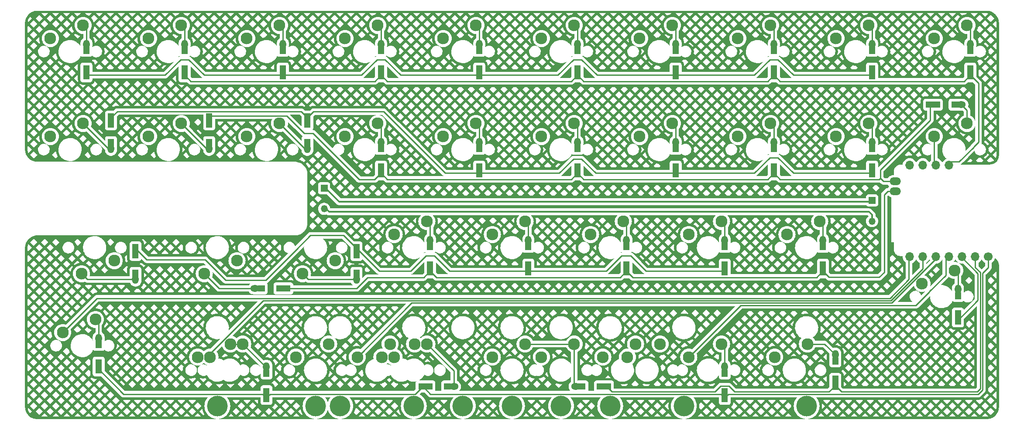
<source format=gbr>
%TF.GenerationSoftware,KiCad,Pcbnew,(7.0.0)*%
%TF.CreationDate,2024-02-27T19:35:29+01:00*%
%TF.ProjectId,pandemonium,70616e64-656d-46f6-9e69-756d2e6b6963,rev?*%
%TF.SameCoordinates,Original*%
%TF.FileFunction,Copper,L2,Bot*%
%TF.FilePolarity,Positive*%
%FSLAX46Y46*%
G04 Gerber Fmt 4.6, Leading zero omitted, Abs format (unit mm)*
G04 Created by KiCad (PCBNEW (7.0.0)) date 2024-02-27 19:35:29*
%MOMM*%
%LPD*%
G01*
G04 APERTURE LIST*
%TA.AperFunction,ComponentPad*%
%ADD10C,2.300000*%
%TD*%
%TA.AperFunction,ComponentPad*%
%ADD11C,4.000000*%
%TD*%
%TA.AperFunction,ComponentPad*%
%ADD12R,1.350000X1.350000*%
%TD*%
%TA.AperFunction,ComponentPad*%
%ADD13O,1.350000X1.350000*%
%TD*%
%TA.AperFunction,ComponentPad*%
%ADD14R,1.300000X1.778000*%
%TD*%
%TA.AperFunction,SMDPad,CuDef*%
%ADD15R,1.300000X1.400000*%
%TD*%
%TA.AperFunction,ComponentPad*%
%ADD16O,1.300000X1.778000*%
%TD*%
%TA.AperFunction,ComponentPad*%
%ADD17C,1.700000*%
%TD*%
%TA.AperFunction,ComponentPad*%
%ADD18O,1.700000X1.700000*%
%TD*%
%TA.AperFunction,ComponentPad*%
%ADD19O,2.200000X1.500000*%
%TD*%
%TA.AperFunction,ComponentPad*%
%ADD20R,1.778000X1.300000*%
%TD*%
%TA.AperFunction,SMDPad,CuDef*%
%ADD21R,1.400000X1.300000*%
%TD*%
%TA.AperFunction,ComponentPad*%
%ADD22O,1.778000X1.300000*%
%TD*%
%TA.AperFunction,Conductor*%
%ADD23C,0.250000*%
%TD*%
%TA.AperFunction,Conductor*%
%ADD24C,0.350000*%
%TD*%
G04 APERTURE END LIST*
D10*
%TO.P,MX42,1,1*%
%TO.N,COL3*%
X144621250Y-92710000D03*
%TO.P,MX42,2,2*%
%TO.N,Net-(D40-A)*%
X150971250Y-90170000D03*
%TD*%
%TO.P,MX14,1,1*%
%TO.N,COL1*%
X66040000Y-92710000D03*
%TO.P,MX14,2,2*%
%TO.N,Net-(D14-A)*%
X72390000Y-90170000D03*
%TD*%
%TO.P,MX5,1,1*%
%TO.N,COL0*%
X49847500Y-73977500D03*
%TO.P,MX5,2,2*%
%TO.N,Net-(D5-A)*%
X43497500Y-76517500D03*
%TD*%
%TO.P,MX12,1,1*%
%TO.N,COL0*%
X73660000Y-73977500D03*
%TO.P,MX12,2,2*%
%TO.N,Net-(D12-A)*%
X67310000Y-76517500D03*
%TD*%
D11*
%TO.P,S2,*%
%TO.N,*%
X127000000Y-102235000D03*
X88900000Y-102235000D03*
%TD*%
D10*
%TO.P,MX35,1,1*%
%TO.N,COL2*%
X85090000Y-92710000D03*
%TO.P,MX35,2,2*%
%TO.N,Net-(D21-A)*%
X91440000Y-90170000D03*
%TD*%
%TO.P,MX43,1,1*%
%TO.N,COL3*%
X149383750Y-92710000D03*
%TO.P,MX43,2,2*%
%TO.N,Net-(D40-A)*%
X155733750Y-90170000D03*
%TD*%
%TO.P,MX26,1,1*%
%TO.N,COL1*%
X104140000Y-68897500D03*
%TO.P,MX26,2,2*%
%TO.N,Net-(D34-A)*%
X110490000Y-66357500D03*
%TD*%
%TO.P,MX16,1,1*%
%TO.N,COL3*%
X170815000Y-30797500D03*
%TO.P,MX16,2,2*%
%TO.N,Net-(D16-A)*%
X177165000Y-28257500D03*
%TD*%
%TO.P,MX31,1,1*%
%TO.N,COL2*%
X113665000Y-49847500D03*
%TO.P,MX31,2,2*%
%TO.N,Net-(D29-A)*%
X120015000Y-47307500D03*
%TD*%
%TO.P,MX29,1,1*%
%TO.N,COL2*%
X113665000Y-30797500D03*
%TO.P,MX29,2,2*%
%TO.N,Net-(D23-A)*%
X120015000Y-28257500D03*
%TD*%
%TO.P,MX36,1,1*%
%TO.N,COL1*%
X68421250Y-92710000D03*
%TO.P,MX36,2,2*%
%TO.N,Net-(D14-A)*%
X74771250Y-90170000D03*
%TD*%
%TO.P,MX8,1,1*%
%TO.N,COL0*%
X56515000Y-30797500D03*
%TO.P,MX8,2,2*%
%TO.N,Net-(D8-A)*%
X62865000Y-28257500D03*
%TD*%
%TO.P,MX37,1,1*%
%TO.N,COL2*%
X101758750Y-92710000D03*
%TO.P,MX37,2,2*%
%TO.N,Net-(D21-A)*%
X108108750Y-90170000D03*
%TD*%
D11*
%TO.P,S3,*%
%TO.N,*%
X184150000Y-102235000D03*
X146050000Y-102235000D03*
%TD*%
D10*
%TO.P,MX18,1,1*%
%TO.N,COL3*%
X170815000Y-49847500D03*
%TO.P,MX18,2,2*%
%TO.N,Net-(D18-A)*%
X177165000Y-47307500D03*
%TD*%
%TO.P,MX24,1,1*%
%TO.N,COL1*%
X94615000Y-49847500D03*
%TO.P,MX24,2,2*%
%TO.N,Net-(D28-A)*%
X100965000Y-47307500D03*
%TD*%
%TO.P,MX44,1,1*%
%TO.N,COL3*%
X177958750Y-92710000D03*
%TO.P,MX44,2,2*%
%TO.N,Net-(D27-A)*%
X184308750Y-90170000D03*
%TD*%
%TO.P,MX19,1,1*%
%TO.N,COL1*%
X92710000Y-73977500D03*
%TO.P,MX19,2,2*%
%TO.N,Net-(D19-A)*%
X86360000Y-76517500D03*
%TD*%
%TO.P,MX21,1,1*%
%TO.N,COL2*%
X104140000Y-92710000D03*
%TO.P,MX21,2,2*%
%TO.N,Net-(D21-A)*%
X110490000Y-90170000D03*
%TD*%
%TO.P,MX15,1,1*%
%TO.N,COL1*%
X75565000Y-30797500D03*
%TO.P,MX15,2,2*%
%TO.N,Net-(D15-A)*%
X81915000Y-28257500D03*
%TD*%
%TO.P,MX4,1,1*%
%TO.N,COL2*%
X132715000Y-49847500D03*
%TO.P,MX4,2,2*%
%TO.N,Net-(D4-A)*%
X139065000Y-47307500D03*
%TD*%
%TO.P,MX2,1,1*%
%TO.N,COL2*%
X132715000Y-30797500D03*
%TO.P,MX2,2,2*%
%TO.N,Net-(D2-A)*%
X139065000Y-28257500D03*
%TD*%
%TO.P,MX11,1,1*%
%TO.N,COL3*%
X151765000Y-49847500D03*
%TO.P,MX11,2,2*%
%TO.N,Net-(D11-A)*%
X158115000Y-47307500D03*
%TD*%
%TO.P,MX9,1,1*%
%TO.N,COL3*%
X151765000Y-30797500D03*
%TO.P,MX9,2,2*%
%TO.N,Net-(D9-A)*%
X158115000Y-28257500D03*
%TD*%
%TO.P,MX38,1,1*%
%TO.N,COL2*%
X96996250Y-92710000D03*
%TO.P,MX38,2,2*%
%TO.N,Net-(D21-A)*%
X103346250Y-90170000D03*
%TD*%
D11*
%TO.P,S8,*%
%TO.N,*%
X184150000Y-102235000D03*
X88900000Y-102235000D03*
%TD*%
D10*
%TO.P,MX20,1,1*%
%TO.N,COL3*%
X180340000Y-68897500D03*
%TO.P,MX20,2,2*%
%TO.N,Net-(D20-A)*%
X186690000Y-66357500D03*
%TD*%
%TO.P,MX3,1,1*%
%TO.N,COL0*%
X37465000Y-49847500D03*
%TO.P,MX3,2,2*%
%TO.N,Net-(D3-A)*%
X43815000Y-47307500D03*
%TD*%
%TO.P,MX30,1,1*%
%TO.N,COL4*%
X208915000Y-30797500D03*
%TO.P,MX30,2,2*%
%TO.N,Net-(D26-A)*%
X215265000Y-28257500D03*
%TD*%
%TO.P,MX39,1,1*%
%TO.N,COL2*%
X123190000Y-92710000D03*
%TO.P,MX39,2,2*%
%TO.N,Net-(D24-A)*%
X129540000Y-90170000D03*
%TD*%
D11*
%TO.P,S6,*%
%TO.N,*%
X117475000Y-102235000D03*
X93662500Y-102235000D03*
%TD*%
D10*
%TO.P,MX6,1,1*%
%TO.N,COL2*%
X142240000Y-68897500D03*
%TO.P,MX6,2,2*%
%TO.N,Net-(D6-A)*%
X148590000Y-66357500D03*
%TD*%
D11*
%TO.P,S4,*%
%TO.N,*%
X107950000Y-102235000D03*
X69850000Y-102235000D03*
%TD*%
D10*
%TO.P,MX10,1,1*%
%TO.N,COL0*%
X56515000Y-49847500D03*
%TO.P,MX10,2,2*%
%TO.N,Net-(D10-A)*%
X62865000Y-47307500D03*
%TD*%
%TO.P,MX17,1,1*%
%TO.N,COL1*%
X75565000Y-49847500D03*
%TO.P,MX17,2,2*%
%TO.N,Net-(D17-A)*%
X81915000Y-47307500D03*
%TD*%
%TO.P,MX27,1,1*%
%TO.N,COL4*%
X206533750Y-78422500D03*
%TO.P,MX27,2,2*%
%TO.N,Net-(D37-A)*%
X212883750Y-75882500D03*
%TD*%
D11*
%TO.P,S9,*%
%TO.N,*%
X184150000Y-102235000D03*
X69850000Y-102235000D03*
%TD*%
D10*
%TO.P,MX23,1,1*%
%TO.N,COL4*%
X189865000Y-30797500D03*
%TO.P,MX23,2,2*%
%TO.N,Net-(D25-A)*%
X196215000Y-28257500D03*
%TD*%
%TO.P,MX1,1,1*%
%TO.N,COL0*%
X37465000Y-30797500D03*
%TO.P,MX1,2,2*%
%TO.N,Net-(D1-A)*%
X43815000Y-28257500D03*
%TD*%
%TO.P,MX22,1,1*%
%TO.N,COL1*%
X94615000Y-30797500D03*
%TO.P,MX22,2,2*%
%TO.N,Net-(D22-A)*%
X100965000Y-28257500D03*
%TD*%
D12*
%TO.P,J2,1,Pin_1*%
%TO.N,-BATT*%
X196849999Y-62293749D03*
D13*
%TO.P,J2,2,Pin_2*%
%TO.N,+BATT*%
X196849999Y-66293749D03*
%TD*%
D10*
%TO.P,MX25,1,1*%
%TO.N,COL4*%
X189865000Y-49847500D03*
%TO.P,MX25,2,2*%
%TO.N,Net-(D31-A)*%
X196215000Y-47307500D03*
%TD*%
D11*
%TO.P,S7,*%
%TO.N,*%
X160337500Y-102235000D03*
X136525000Y-102235000D03*
%TD*%
D10*
%TO.P,MX28,1,1*%
%TO.N,COL3*%
X161290000Y-92710000D03*
%TO.P,MX28,2,2*%
%TO.N,Net-(D40-A)*%
X167640000Y-90170000D03*
%TD*%
%TO.P,MX32,1,1*%
%TO.N,COL4*%
X208915000Y-49847500D03*
%TO.P,MX32,2,2*%
%TO.N,Net-(D32-A)*%
X215265000Y-47307500D03*
%TD*%
%TO.P,MX7,1,1*%
%TO.N,COL0*%
X39846250Y-87947500D03*
%TO.P,MX7,2,2*%
%TO.N,Net-(D7-A)*%
X46196250Y-85407500D03*
%TD*%
%TO.P,MX33,1,1*%
%TO.N,COL2*%
X123190000Y-68897500D03*
%TO.P,MX33,2,2*%
%TO.N,Net-(D35-A)*%
X129540000Y-66357500D03*
%TD*%
%TO.P,MX34,1,1*%
%TO.N,COL2*%
X132715000Y-92710000D03*
%TO.P,MX34,2,2*%
%TO.N,Net-(D24-A)*%
X139065000Y-90170000D03*
%TD*%
%TO.P,MX13,1,1*%
%TO.N,COL3*%
X161290000Y-68897500D03*
%TO.P,MX13,2,2*%
%TO.N,Net-(D13-A)*%
X167640000Y-66357500D03*
%TD*%
D14*
%TO.P,D6,1,K*%
%TO.N,ROW5*%
X149224999Y-76024999D03*
D15*
X149224999Y-74799999D03*
%TO.P,D6,2,A*%
%TO.N,Net-(D6-A)*%
X149224999Y-71249999D03*
D16*
X149224999Y-70024999D03*
%TD*%
D17*
%TO.P,J1,1,Pin_1*%
%TO.N,ROW6*%
X219386662Y-73189580D03*
D18*
%TO.P,J1,2,Pin_2*%
%TO.N,ROW7*%
X216846661Y-73189579D03*
%TO.P,J1,3,Pin_3*%
%TO.N,ROW4*%
X214306661Y-73189579D03*
%TO.P,J1,4,Pin_4*%
%TO.N,COL3*%
X211766661Y-73189579D03*
%TO.P,J1,5,Pin_5*%
%TO.N,COL2*%
X209226661Y-73189579D03*
%TO.P,J1,6,Pin_6*%
%TO.N,COL1*%
X206686661Y-73189579D03*
%TO.P,J1,7,Pin_7*%
%TO.N,COL0*%
X204146661Y-73189579D03*
D19*
%TO.P,J1,8,Pin_8*%
%TO.N,ROW5*%
X201352661Y-60489579D03*
%TO.P,J1,9,Pin_9*%
%TO.N,ROW3*%
X201352661Y-58584579D03*
D18*
%TO.P,J1,18,Pin_18*%
%TO.N,ROW2*%
X204146661Y-55409579D03*
%TO.P,J1,19,Pin_19*%
%TO.N,ROW0*%
X206686661Y-55409579D03*
%TO.P,J1,20,Pin_20*%
%TO.N,COL4*%
X209226661Y-55409579D03*
%TO.P,J1,21,Pin_21*%
%TO.N,ROW1*%
X211766661Y-55409579D03*
%TD*%
D14*
%TO.P,D17,1,K*%
%TO.N,ROW2*%
X87312499Y-46212499D03*
D15*
X87312499Y-47437499D03*
%TO.P,D17,2,A*%
%TO.N,Net-(D17-A)*%
X87312499Y-50987499D03*
D16*
X87312499Y-52212499D03*
%TD*%
D14*
%TO.P,D35,1,K*%
%TO.N,ROW4*%
X130174999Y-76024999D03*
D15*
X130174999Y-74799999D03*
%TO.P,D35,2,A*%
%TO.N,Net-(D35-A)*%
X130174999Y-71249999D03*
D16*
X130174999Y-70024999D03*
%TD*%
D14*
%TO.P,D9,1,K*%
%TO.N,ROW0*%
X158749999Y-37924999D03*
D15*
X158749999Y-36699999D03*
%TO.P,D9,2,A*%
%TO.N,Net-(D9-A)*%
X158749999Y-33149999D03*
D16*
X158749999Y-31924999D03*
%TD*%
D20*
%TO.P,D24,1,K*%
%TO.N,ROW7*%
X145366999Y-98424999D03*
D21*
X144141999Y-98424999D03*
%TO.P,D24,2,A*%
%TO.N,Net-(D24-A)*%
X140591999Y-98424999D03*
D22*
X139366999Y-98424999D03*
%TD*%
D14*
%TO.P,D31,1,K*%
%TO.N,ROW2*%
X196849999Y-56974999D03*
D15*
X196849999Y-55749999D03*
%TO.P,D31,2,A*%
%TO.N,Net-(D31-A)*%
X196849999Y-52199999D03*
D16*
X196849999Y-50974999D03*
%TD*%
D14*
%TO.P,D13,1,K*%
%TO.N,ROW4*%
X168274999Y-76024999D03*
D15*
X168274999Y-74799999D03*
%TO.P,D13,2,A*%
%TO.N,Net-(D13-A)*%
X168274999Y-71249999D03*
D16*
X168274999Y-70024999D03*
%TD*%
D14*
%TO.P,D18,1,K*%
%TO.N,ROW3*%
X177799999Y-56974999D03*
D15*
X177799999Y-55749999D03*
%TO.P,D18,2,A*%
%TO.N,Net-(D18-A)*%
X177799999Y-52199999D03*
D16*
X177799999Y-50974999D03*
%TD*%
D20*
%TO.P,D12,1,K*%
%TO.N,ROW5*%
X83168749Y-79374999D03*
D21*
X81943749Y-79374999D03*
%TO.P,D12,2,A*%
%TO.N,Net-(D12-A)*%
X78393749Y-79374999D03*
D22*
X77168749Y-79374999D03*
%TD*%
D14*
%TO.P,D20,1,K*%
%TO.N,ROW5*%
X187324999Y-76024999D03*
D15*
X187324999Y-74799999D03*
%TO.P,D20,2,A*%
%TO.N,Net-(D20-A)*%
X187324999Y-71249999D03*
D16*
X187324999Y-70024999D03*
%TD*%
D14*
%TO.P,D37,1,K*%
%TO.N,ROW4*%
X213518749Y-85549999D03*
D15*
X213518749Y-84324999D03*
%TO.P,D37,2,A*%
%TO.N,Net-(D37-A)*%
X213518749Y-80774999D03*
D16*
X213518749Y-79549999D03*
%TD*%
D20*
%TO.P,D32,1,K*%
%TO.N,ROW3*%
X208137499Y-43656249D03*
D21*
X209362499Y-43656249D03*
%TO.P,D32,2,A*%
%TO.N,Net-(D32-A)*%
X212912499Y-43656249D03*
D22*
X214137499Y-43656249D03*
%TD*%
D12*
%TO.P,J3,1,Pin_1*%
%TO.N,-BATT*%
X90556249Y-59912499D03*
D13*
%TO.P,J3,2,Pin_2*%
%TO.N,+BATT*%
X90556249Y-63912499D03*
%TD*%
D14*
%TO.P,D29,1,K*%
%TO.N,ROW2*%
X120649999Y-56974999D03*
D15*
X120649999Y-55749999D03*
%TO.P,D29,2,A*%
%TO.N,Net-(D29-A)*%
X120649999Y-52199999D03*
D16*
X120649999Y-50974999D03*
%TD*%
D14*
%TO.P,D2,1,K*%
%TO.N,ROW1*%
X139699999Y-37924999D03*
D15*
X139699999Y-36699999D03*
%TO.P,D2,2,A*%
%TO.N,Net-(D2-A)*%
X139699999Y-33149999D03*
D16*
X139699999Y-31924999D03*
%TD*%
D14*
%TO.P,D15,1,K*%
%TO.N,ROW0*%
X82549999Y-37924999D03*
D15*
X82549999Y-36699999D03*
%TO.P,D15,2,A*%
%TO.N,Net-(D15-A)*%
X82549999Y-33149999D03*
D16*
X82549999Y-31924999D03*
%TD*%
D14*
%TO.P,D28,1,K*%
%TO.N,ROW3*%
X101599999Y-56974999D03*
D15*
X101599999Y-55749999D03*
%TO.P,D28,2,A*%
%TO.N,Net-(D28-A)*%
X101599999Y-52199999D03*
D16*
X101599999Y-50974999D03*
%TD*%
D14*
%TO.P,D34,1,K*%
%TO.N,ROW5*%
X111124999Y-76024999D03*
D15*
X111124999Y-74799999D03*
%TO.P,D34,2,A*%
%TO.N,Net-(D34-A)*%
X111124999Y-71249999D03*
D16*
X111124999Y-70024999D03*
%TD*%
D14*
%TO.P,D16,1,K*%
%TO.N,ROW1*%
X177799999Y-37924999D03*
D15*
X177799999Y-36699999D03*
%TO.P,D16,2,A*%
%TO.N,Net-(D16-A)*%
X177799999Y-33149999D03*
D16*
X177799999Y-31924999D03*
%TD*%
D14*
%TO.P,D40,1,K*%
%TO.N,ROW6*%
X168274999Y-100631249D03*
D15*
X168274999Y-99406249D03*
%TO.P,D40,2,A*%
%TO.N,Net-(D40-A)*%
X168274999Y-95856249D03*
D16*
X168274999Y-94631249D03*
%TD*%
D14*
%TO.P,D23,1,K*%
%TO.N,ROW0*%
X120649999Y-37924999D03*
D15*
X120649999Y-36699999D03*
%TO.P,D23,2,A*%
%TO.N,Net-(D23-A)*%
X120649999Y-33149999D03*
D16*
X120649999Y-31924999D03*
%TD*%
D14*
%TO.P,D4,1,K*%
%TO.N,ROW3*%
X139699999Y-56974999D03*
D15*
X139699999Y-55749999D03*
%TO.P,D4,2,A*%
%TO.N,Net-(D4-A)*%
X139699999Y-52199999D03*
D16*
X139699999Y-50974999D03*
%TD*%
D14*
%TO.P,D11,1,K*%
%TO.N,ROW2*%
X158749999Y-56974999D03*
D15*
X158749999Y-55749999D03*
%TO.P,D11,2,A*%
%TO.N,Net-(D11-A)*%
X158749999Y-52199999D03*
D16*
X158749999Y-50974999D03*
%TD*%
D14*
%TO.P,D3,1,K*%
%TO.N,ROW2*%
X49212499Y-46212499D03*
D15*
X49212499Y-47437499D03*
%TO.P,D3,2,A*%
%TO.N,Net-(D3-A)*%
X49212499Y-50987499D03*
D16*
X49212499Y-52212499D03*
%TD*%
D14*
%TO.P,D25,1,K*%
%TO.N,ROW0*%
X196849999Y-37924999D03*
D15*
X196849999Y-36699999D03*
%TO.P,D25,2,A*%
%TO.N,Net-(D25-A)*%
X196849999Y-33149999D03*
D16*
X196849999Y-31924999D03*
%TD*%
D14*
%TO.P,D19,1,K*%
%TO.N,ROW4*%
X96837499Y-71612499D03*
D15*
X96837499Y-72837499D03*
%TO.P,D19,2,A*%
%TO.N,Net-(D19-A)*%
X96837499Y-76387499D03*
D16*
X96837499Y-77612499D03*
%TD*%
D14*
%TO.P,D14,1,K*%
%TO.N,ROW6*%
X79374999Y-100631249D03*
D15*
X79374999Y-99406249D03*
%TO.P,D14,2,A*%
%TO.N,Net-(D14-A)*%
X79374999Y-95856249D03*
D16*
X79374999Y-94631249D03*
%TD*%
D14*
%TO.P,D22,1,K*%
%TO.N,ROW1*%
X101599999Y-37924999D03*
D15*
X101599999Y-36699999D03*
%TO.P,D22,2,A*%
%TO.N,Net-(D22-A)*%
X101599999Y-33149999D03*
D16*
X101599999Y-31924999D03*
%TD*%
D14*
%TO.P,D1,1,K*%
%TO.N,ROW0*%
X44449999Y-37924999D03*
D15*
X44449999Y-36699999D03*
%TO.P,D1,2,A*%
%TO.N,Net-(D1-A)*%
X44449999Y-33149999D03*
D16*
X44449999Y-31924999D03*
%TD*%
D14*
%TO.P,D10,1,K*%
%TO.N,ROW3*%
X68262499Y-46212499D03*
D15*
X68262499Y-47437499D03*
%TO.P,D10,2,A*%
%TO.N,Net-(D10-A)*%
X68262499Y-50987499D03*
D16*
X68262499Y-52212499D03*
%TD*%
D14*
%TO.P,D7,1,K*%
%TO.N,ROW6*%
X46831249Y-95074999D03*
D15*
X46831249Y-93849999D03*
%TO.P,D7,2,A*%
%TO.N,Net-(D7-A)*%
X46831249Y-90299999D03*
D16*
X46831249Y-89074999D03*
%TD*%
D14*
%TO.P,D5,1,K*%
%TO.N,ROW4*%
X53974999Y-71612499D03*
D15*
X53974999Y-72837499D03*
%TO.P,D5,2,A*%
%TO.N,Net-(D5-A)*%
X53974999Y-76387499D03*
D16*
X53974999Y-77612499D03*
%TD*%
D14*
%TO.P,D27,1,K*%
%TO.N,ROW7*%
X189706249Y-98249999D03*
D15*
X189706249Y-97024999D03*
%TO.P,D27,2,A*%
%TO.N,Net-(D27-A)*%
X189706249Y-93474999D03*
D16*
X189706249Y-92249999D03*
%TD*%
D20*
%TO.P,D21,1,K*%
%TO.N,ROW6*%
X109712499Y-98424999D03*
D21*
X110937499Y-98424999D03*
%TO.P,D21,2,A*%
%TO.N,Net-(D21-A)*%
X114487499Y-98424999D03*
D22*
X115712499Y-98424999D03*
%TD*%
D14*
%TO.P,D8,1,K*%
%TO.N,ROW1*%
X63499999Y-37924999D03*
D15*
X63499999Y-36699999D03*
%TO.P,D8,2,A*%
%TO.N,Net-(D8-A)*%
X63499999Y-33149999D03*
D16*
X63499999Y-31924999D03*
%TD*%
D14*
%TO.P,D26,1,K*%
%TO.N,ROW1*%
X215899999Y-37924999D03*
D15*
X215899999Y-36699999D03*
%TO.P,D26,2,A*%
%TO.N,Net-(D26-A)*%
X215899999Y-33149999D03*
D16*
X215899999Y-31924999D03*
%TD*%
D23*
%TO.N,ROW7*%
X169068750Y-98381250D02*
X170147500Y-99460000D01*
X166383880Y-99460000D02*
X167462630Y-98381250D01*
X167462630Y-98381250D02*
X169068750Y-98381250D01*
X188496250Y-99460000D02*
X189706250Y-98250000D01*
X146402000Y-99460000D02*
X166383880Y-99460000D01*
X145367000Y-98425000D02*
X146402000Y-99460000D01*
X170147500Y-99460000D02*
X188496250Y-99460000D01*
%TO.N,ROW0*%
X135906250Y-37925000D02*
X138906250Y-34925000D01*
X105393750Y-37925000D02*
X120650000Y-37925000D01*
X67293750Y-37925000D02*
X82550000Y-37925000D01*
X174006250Y-37925000D02*
X177006250Y-34925000D01*
X177006250Y-34925000D02*
X178593750Y-34925000D01*
X178593750Y-34925000D02*
X181593750Y-37925000D01*
X102393750Y-34925000D02*
X105393750Y-37925000D01*
X62706250Y-34925000D02*
X64293750Y-34925000D01*
X59706250Y-37925000D02*
X62706250Y-34925000D01*
X143493750Y-37925000D02*
X158750000Y-37925000D01*
X120650000Y-37925000D02*
X135906250Y-37925000D01*
X64293750Y-34925000D02*
X67293750Y-37925000D01*
X181593750Y-37925000D02*
X196850000Y-37925000D01*
X44450000Y-37925000D02*
X59706250Y-37925000D01*
X158750000Y-37925000D02*
X174006250Y-37925000D01*
X100806250Y-34925000D02*
X102393750Y-34925000D01*
X97806250Y-37925000D02*
X100806250Y-34925000D01*
X140493750Y-34925000D02*
X143493750Y-37925000D01*
X138906250Y-34925000D02*
X140493750Y-34925000D01*
X82550000Y-37925000D02*
X97806250Y-37925000D01*
%TO.N,Net-(D1-A)*%
X44450000Y-28892500D02*
X43815000Y-28257500D01*
X44450000Y-31925000D02*
X44450000Y-28892500D01*
%TO.N,ROW1*%
X176586000Y-39139000D02*
X177800000Y-37925000D01*
X212183822Y-54768750D02*
X211766443Y-55186129D01*
X102814000Y-39139000D02*
X138486000Y-39139000D01*
X100386000Y-39139000D02*
X101600000Y-37925000D01*
X217502102Y-39527102D02*
X217502102Y-50922631D01*
X216555000Y-51907631D02*
X213693881Y-54768750D01*
X216555000Y-51869733D02*
X216555000Y-51907631D01*
X139700000Y-37925000D02*
X140914000Y-39139000D01*
X101600000Y-37925000D02*
X102814000Y-39139000D01*
X138486000Y-39139000D02*
X139700000Y-37925000D01*
X215900000Y-37925000D02*
X217502102Y-39527102D01*
X213693881Y-54768750D02*
X212183822Y-54768750D01*
X217502102Y-50922631D02*
X216555000Y-51869733D01*
X64714000Y-39139000D02*
X100386000Y-39139000D01*
X140914000Y-39139000D02*
X176586000Y-39139000D01*
X177800000Y-37925000D02*
X179014000Y-39139000D01*
X63500000Y-37925000D02*
X64714000Y-39139000D01*
X179014000Y-39139000D02*
X214686000Y-39139000D01*
X214686000Y-39139000D02*
X215900000Y-37925000D01*
%TO.N,Net-(D2-A)*%
X139700000Y-31925000D02*
X139700000Y-28892500D01*
X139700000Y-28892500D02*
X139065000Y-28257500D01*
%TO.N,ROW2*%
X181593750Y-56975000D02*
X178593750Y-53975000D01*
X86098500Y-44998500D02*
X87312500Y-46212500D01*
X88512729Y-45012271D02*
X102093521Y-45012271D01*
X178593750Y-53975000D02*
X177006250Y-53975000D01*
X87312500Y-46212500D02*
X88512729Y-45012271D01*
X136181250Y-56975000D02*
X138906250Y-54250000D01*
X140493750Y-54250000D02*
X143218750Y-56975000D01*
X50426500Y-44998500D02*
X86098500Y-44998500D01*
X174006250Y-56975000D02*
X158750000Y-56975000D01*
X196850000Y-56975000D02*
X181593750Y-56975000D01*
X143218750Y-56975000D02*
X158750000Y-56975000D01*
X49212500Y-46212500D02*
X50426500Y-44998500D01*
X138906250Y-54250000D02*
X140493750Y-54250000D01*
X177006250Y-53975000D02*
X174006250Y-56975000D01*
X102093521Y-45012271D02*
X114056250Y-56975000D01*
X114056250Y-56975000D02*
X120650000Y-56975000D01*
X120650000Y-56975000D02*
X136181250Y-56975000D01*
%TO.N,Net-(D3-A)*%
X49212500Y-52212500D02*
X48720000Y-52212500D01*
X48720000Y-52212500D02*
X43815000Y-47307500D01*
%TO.N,ROW3*%
X140914000Y-58189000D02*
X176586000Y-58189000D01*
X97396397Y-58206663D02*
X100368337Y-58206663D01*
X208137500Y-43656250D02*
X208137500Y-46656250D01*
X139700000Y-56975000D02*
X140914000Y-58189000D01*
X199078330Y-58584580D02*
X200946134Y-58584580D01*
X200946134Y-58584580D02*
X200946589Y-58584125D01*
X177800000Y-56975000D02*
X179014000Y-58189000D01*
X86662500Y-49212500D02*
X83282500Y-45832500D01*
X176586000Y-58189000D02*
X177800000Y-56975000D01*
X88402233Y-49212500D02*
X97396397Y-58206663D01*
X138486000Y-58189000D02*
X139700000Y-56975000D01*
X198192250Y-58189000D02*
X198437500Y-57943750D01*
X179014000Y-58189000D02*
X198192250Y-58189000D01*
X198437500Y-57943750D02*
X199078330Y-58584580D01*
X198437500Y-57943750D02*
X198437500Y-56356250D01*
X100368337Y-58206663D02*
X101600000Y-56975000D01*
X88402233Y-49212500D02*
X86662500Y-49212500D01*
X68642500Y-45832500D02*
X68262500Y-46212500D01*
X208137500Y-46656250D02*
X198437500Y-56356250D01*
X101600000Y-56975000D02*
X102814000Y-58189000D01*
X102814000Y-58189000D02*
X138486000Y-58189000D01*
X83282500Y-45832500D02*
X68642500Y-45832500D01*
%TO.N,Net-(D4-A)*%
X139700000Y-47942500D02*
X139065000Y-47307500D01*
X139700000Y-50975000D02*
X139700000Y-47942500D01*
%TO.N,ROW4*%
X53975000Y-71612500D02*
X56168900Y-73806400D01*
X111918750Y-73025000D02*
X110331250Y-73025000D01*
X153018750Y-76025000D02*
X168275000Y-76025000D01*
X85070000Y-71955267D02*
X85070000Y-71917369D01*
X71449850Y-77787500D02*
X79237766Y-77787500D01*
X107358444Y-75997806D02*
X101222806Y-75997806D01*
X56168900Y-73806400D02*
X67468750Y-73806400D01*
X87918769Y-69068600D02*
X94293600Y-69068600D01*
X114918750Y-76025000D02*
X111918750Y-73025000D01*
X79237766Y-77787500D02*
X85070000Y-71955267D01*
X85070000Y-71917369D02*
X87918769Y-69068600D01*
X217381250Y-81687500D02*
X217381250Y-76468725D01*
X101222806Y-75997806D02*
X96837500Y-71612500D01*
X214306662Y-73394137D02*
X214306662Y-73208425D01*
X94293600Y-69068600D02*
X96837500Y-71612500D01*
X130175000Y-76025000D02*
X114918750Y-76025000D01*
X148256250Y-73025000D02*
X150018750Y-73025000D01*
X145256250Y-76025000D02*
X148256250Y-73025000D01*
X217381250Y-76468725D02*
X214306662Y-73394137D01*
X110331250Y-73025000D02*
X107358444Y-75997806D01*
X67468750Y-73806400D02*
X71449850Y-77787500D01*
X150018750Y-73025000D02*
X153018750Y-76025000D01*
X213518750Y-85550000D02*
X217381250Y-81687500D01*
X130175000Y-76025000D02*
X145256250Y-76025000D01*
%TO.N,Net-(D5-A)*%
X44592500Y-77612500D02*
X53975000Y-77612500D01*
X43497500Y-76517500D02*
X44592500Y-77612500D01*
%TO.N,ROW5*%
X112339000Y-77239000D02*
X148011000Y-77239000D01*
X148011000Y-77239000D02*
X149225000Y-76025000D01*
X199231250Y-61135188D02*
X199231250Y-76200000D01*
X188512354Y-77212354D02*
X198218896Y-77212354D01*
X186111000Y-77239000D02*
X187325000Y-76025000D01*
X109876897Y-77273103D02*
X111125000Y-76025000D01*
X149225000Y-76025000D02*
X150439000Y-77239000D01*
X187325000Y-76025000D02*
X188512354Y-77212354D01*
X199231250Y-61135188D02*
X199876858Y-60489580D01*
X111125000Y-76025000D02*
X112339000Y-77239000D01*
X150439000Y-77239000D02*
X186111000Y-77239000D01*
X198218896Y-77212354D02*
X199231250Y-76200000D01*
X96837500Y-79375000D02*
X98939397Y-77273103D01*
X83168750Y-79375000D02*
X96837500Y-79375000D01*
X98939397Y-77273103D02*
X109876897Y-77273103D01*
X199876858Y-60489580D02*
X200654170Y-60489580D01*
%TO.N,Net-(D6-A)*%
X149225000Y-66992500D02*
X148590000Y-66357500D01*
X149225000Y-70025000D02*
X149225000Y-66992500D01*
%TO.N,ROW6*%
X51666250Y-99910000D02*
X78653750Y-99910000D01*
X79375000Y-100631250D02*
X80096250Y-99910000D01*
X108227500Y-99910000D02*
X109712500Y-98425000D01*
X217432646Y-99910000D02*
X218281250Y-99061396D01*
X168275000Y-100631250D02*
X168996250Y-99910000D01*
X218281250Y-76432921D02*
X219386662Y-75327509D01*
X218281250Y-99061396D02*
X218281250Y-76432921D01*
X46831250Y-95075000D02*
X51666250Y-99910000D01*
X111197500Y-99910000D02*
X167553750Y-99910000D01*
X109712500Y-98425000D02*
X111197500Y-99910000D01*
X168996250Y-99910000D02*
X217432646Y-99910000D01*
X80096250Y-99910000D02*
X108227500Y-99910000D01*
X219386662Y-75327509D02*
X219386662Y-73208425D01*
X78653750Y-99910000D02*
X79375000Y-100631250D01*
X167553750Y-99910000D02*
X168275000Y-100631250D01*
%TO.N,Net-(D7-A)*%
X46831250Y-89075000D02*
X46831250Y-86042500D01*
X46831250Y-86042500D02*
X46196250Y-85407500D01*
%TO.N,Net-(D8-A)*%
X63500000Y-28892500D02*
X62865000Y-28257500D01*
X63500000Y-31925000D02*
X63500000Y-28892500D01*
%TO.N,Net-(D9-A)*%
X158750000Y-28892500D02*
X158115000Y-28257500D01*
X158750000Y-31925000D02*
X158750000Y-28892500D01*
%TO.N,Net-(D10-A)*%
X68262500Y-52212500D02*
X67770000Y-52212500D01*
X67770000Y-52212500D02*
X62865000Y-47307500D01*
%TO.N,Net-(D11-A)*%
X158750000Y-47942500D02*
X158115000Y-47307500D01*
X158750000Y-50975000D02*
X158750000Y-47942500D01*
%TO.N,Net-(D12-A)*%
X70167500Y-79375000D02*
X77168750Y-79375000D01*
X67310000Y-76517500D02*
X70167500Y-79375000D01*
%TO.N,Net-(D13-A)*%
X168275000Y-70025000D02*
X168275000Y-66992500D01*
X168275000Y-66992500D02*
X167640000Y-66357500D01*
%TO.N,Net-(D14-A)*%
X72390000Y-90170000D02*
X74771250Y-90170000D01*
X74771250Y-90170000D02*
X79232500Y-94631250D01*
X79232500Y-94631250D02*
X79375000Y-94631250D01*
%TO.N,Net-(D15-A)*%
X82550000Y-28892500D02*
X81915000Y-28257500D01*
X82550000Y-31925000D02*
X82550000Y-28892500D01*
%TO.N,Net-(D16-A)*%
X177800000Y-28892500D02*
X177165000Y-28257500D01*
X177800000Y-31925000D02*
X177800000Y-28892500D01*
%TO.N,Net-(D17-A)*%
X87312500Y-52212500D02*
X86820000Y-52212500D01*
X86820000Y-52212500D02*
X81915000Y-47307500D01*
%TO.N,Net-(D18-A)*%
X177800000Y-50975000D02*
X177800000Y-47942500D01*
X177800000Y-47942500D02*
X177165000Y-47307500D01*
%TO.N,Net-(D19-A)*%
X86360000Y-76517500D02*
X87455000Y-77612500D01*
X87455000Y-77612500D02*
X96837500Y-77612500D01*
%TO.N,Net-(D20-A)*%
X187325000Y-70025000D02*
X187325000Y-66992500D01*
X187325000Y-66992500D02*
X186690000Y-66357500D01*
%TO.N,Net-(D21-A)*%
X110490000Y-90170000D02*
X115712500Y-95392500D01*
X115712500Y-95392500D02*
X115712500Y-98425000D01*
%TO.N,Net-(D22-A)*%
X101600000Y-28892500D02*
X100965000Y-28257500D01*
X101600000Y-31925000D02*
X101600000Y-28892500D01*
%TO.N,Net-(D23-A)*%
X120650000Y-28892500D02*
X120015000Y-28257500D01*
X120650000Y-31925000D02*
X120650000Y-28892500D01*
%TO.N,Net-(D25-A)*%
X196850000Y-28892500D02*
X196215000Y-28257500D01*
X196850000Y-31925000D02*
X196850000Y-28892500D01*
%TO.N,Net-(D26-A)*%
X215900000Y-31925000D02*
X215900000Y-28892500D01*
X215900000Y-28892500D02*
X215265000Y-28257500D01*
%TO.N,Net-(D28-A)*%
X101600000Y-47942500D02*
X100965000Y-47307500D01*
X101600000Y-50975000D02*
X101600000Y-47942500D01*
%TO.N,Net-(D29-A)*%
X120650000Y-50975000D02*
X120650000Y-47942500D01*
X120650000Y-47942500D02*
X120015000Y-47307500D01*
%TO.N,Net-(D31-A)*%
X196850000Y-47942500D02*
X196215000Y-47307500D01*
X196850000Y-50975000D02*
X196850000Y-47942500D01*
%TO.N,Net-(D32-A)*%
X215265000Y-47307500D02*
X215265000Y-44783750D01*
X215265000Y-44783750D02*
X214137500Y-43656250D01*
%TO.N,Net-(D34-A)*%
X111125000Y-66992500D02*
X110490000Y-66357500D01*
X111125000Y-70025000D02*
X111125000Y-66992500D01*
%TO.N,Net-(D35-A)*%
X130175000Y-66992500D02*
X129540000Y-66357500D01*
X130175000Y-70025000D02*
X130175000Y-66992500D01*
%TO.N,Net-(D37-A)*%
X213518750Y-79550000D02*
X213518750Y-76517500D01*
X213518750Y-76517500D02*
X212883750Y-75882500D01*
%TO.N,Net-(D40-A)*%
X168275000Y-94631250D02*
X168275000Y-90805000D01*
X168275000Y-90805000D02*
X167640000Y-90170000D01*
%TO.N,COL0*%
X203993750Y-73342492D02*
X204127817Y-73208425D01*
X39846250Y-87947500D02*
X46500000Y-81293750D01*
X46500000Y-81293750D02*
X200303742Y-81293750D01*
X203993750Y-77603742D02*
X203993750Y-73342492D01*
X200303742Y-81293750D02*
X203993750Y-77603742D01*
X204127817Y-73208425D02*
X204146662Y-73208425D01*
%TO.N,COL2*%
X96996250Y-92710000D02*
X107512500Y-82193750D01*
X200676534Y-82193750D02*
X209226662Y-73643622D01*
X209226662Y-73643622D02*
X209226662Y-73208425D01*
X107512500Y-82193750D02*
X200676534Y-82193750D01*
%TO.N,COL4*%
X208915000Y-54877172D02*
X209226446Y-55188618D01*
X208915000Y-49847500D02*
X208915000Y-54877172D01*
%TO.N,COL1*%
X78730284Y-81743750D02*
X200490138Y-81743750D01*
X200490138Y-81743750D02*
X206686662Y-75547226D01*
X206686662Y-75547226D02*
X206686662Y-73208425D01*
X78730284Y-81743750D02*
X68421250Y-92052784D01*
X68421250Y-92052784D02*
X68421250Y-92710000D01*
%TO.N,COL3*%
X207974850Y-79981269D02*
X211137500Y-76818619D01*
X211747817Y-73208425D02*
X211766662Y-73208425D01*
X211137500Y-76818619D02*
X211137500Y-73818742D01*
X171356250Y-82643750D02*
X205350267Y-82643750D01*
X205350267Y-82643750D02*
X207974850Y-80019166D01*
X211137500Y-73818742D02*
X211747817Y-73208425D01*
X207974850Y-80019166D02*
X207974850Y-79981269D01*
X161290000Y-92710000D02*
X171356250Y-82643750D01*
D24*
%TO.N,-BATT*%
X93456250Y-62500000D02*
X196643750Y-62500000D01*
X90868750Y-59912500D02*
X93456250Y-62500000D01*
X196643750Y-62500000D02*
X196850000Y-62293750D01*
X90556250Y-59912500D02*
X90868750Y-59912500D01*
%TO.N,+BATT*%
X196850000Y-65087500D02*
X196850000Y-66293750D01*
X196262500Y-64500000D02*
X196850000Y-65087500D01*
X91487500Y-64500000D02*
X196262500Y-64500000D01*
X90556250Y-63912500D02*
X90900000Y-63912500D01*
X90900000Y-63912500D02*
X91487500Y-64500000D01*
D23*
%TO.N,Net-(D24-A)*%
X139065000Y-98123000D02*
X139367000Y-98425000D01*
X129540000Y-90170000D02*
X139065000Y-90170000D01*
X139065000Y-90170000D02*
X139065000Y-98123000D01*
%TO.N,Net-(D27-A)*%
X184308750Y-90170000D02*
X187626250Y-90170000D01*
X187626250Y-90170000D02*
X189706250Y-92250000D01*
%TO.N,ROW7*%
X190916250Y-99460000D02*
X217246250Y-99460000D01*
X216846662Y-75297741D02*
X216846662Y-73208425D01*
X189706250Y-98250000D02*
X190916250Y-99460000D01*
X217831250Y-98875000D02*
X217831250Y-76282329D01*
X217246250Y-99460000D02*
X217831250Y-98875000D01*
X217831250Y-76282329D02*
X216846662Y-75297741D01*
%TD*%
%TA.AperFunction,NonConductor*%
G36*
X62444114Y-34142973D02*
G01*
X62492454Y-34207546D01*
X62597373Y-34286088D01*
X62601775Y-34293128D01*
X62600289Y-34301298D01*
X62593690Y-34306337D01*
X62579882Y-34310349D01*
X62578115Y-34310715D01*
X62550174Y-34314245D01*
X62550169Y-34314246D01*
X62549458Y-34314336D01*
X62503908Y-34332369D01*
X62502898Y-34332715D01*
X62456553Y-34346180D01*
X62456548Y-34346181D01*
X62455860Y-34346382D01*
X62455242Y-34346747D01*
X62455236Y-34346750D01*
X62430991Y-34361087D01*
X62429372Y-34361880D01*
X62403194Y-34372246D01*
X62403191Y-34372247D01*
X62402518Y-34372514D01*
X62401931Y-34372940D01*
X62401930Y-34372941D01*
X62362887Y-34401305D01*
X62361982Y-34401899D01*
X62320456Y-34426459D01*
X62320451Y-34426462D01*
X62319830Y-34426830D01*
X62319320Y-34427339D01*
X62319312Y-34427346D01*
X62317093Y-34429565D01*
X62309969Y-34432888D01*
X62302375Y-34430858D01*
X62297859Y-34424423D01*
X62298530Y-34416592D01*
X62424118Y-34145960D01*
X62424191Y-34145722D01*
X62429462Y-34139738D01*
X62437389Y-34138637D01*
X62444114Y-34142973D01*
G37*
%TD.AperFunction*%
%TA.AperFunction,NonConductor*%
G36*
X100544114Y-34142973D02*
G01*
X100592454Y-34207546D01*
X100697373Y-34286088D01*
X100701775Y-34293128D01*
X100700289Y-34301298D01*
X100693690Y-34306337D01*
X100679882Y-34310349D01*
X100678115Y-34310715D01*
X100650174Y-34314245D01*
X100650169Y-34314246D01*
X100649458Y-34314336D01*
X100603908Y-34332369D01*
X100602898Y-34332715D01*
X100556553Y-34346180D01*
X100556548Y-34346181D01*
X100555860Y-34346382D01*
X100555242Y-34346747D01*
X100555236Y-34346750D01*
X100530991Y-34361087D01*
X100529372Y-34361880D01*
X100503194Y-34372246D01*
X100503191Y-34372247D01*
X100502518Y-34372514D01*
X100501931Y-34372940D01*
X100501930Y-34372941D01*
X100462887Y-34401305D01*
X100461982Y-34401899D01*
X100420456Y-34426459D01*
X100420451Y-34426462D01*
X100419830Y-34426830D01*
X100419320Y-34427339D01*
X100419312Y-34427346D01*
X100417093Y-34429565D01*
X100409969Y-34432888D01*
X100402375Y-34430858D01*
X100397859Y-34424423D01*
X100398530Y-34416592D01*
X100524118Y-34145960D01*
X100524191Y-34145722D01*
X100529462Y-34139738D01*
X100537389Y-34138637D01*
X100544114Y-34142973D01*
G37*
%TD.AperFunction*%
%TA.AperFunction,NonConductor*%
G36*
X138644114Y-34142973D02*
G01*
X138692454Y-34207546D01*
X138797373Y-34286088D01*
X138801775Y-34293128D01*
X138800289Y-34301298D01*
X138793690Y-34306337D01*
X138779882Y-34310349D01*
X138778115Y-34310715D01*
X138750174Y-34314245D01*
X138750169Y-34314246D01*
X138749458Y-34314336D01*
X138703908Y-34332369D01*
X138702898Y-34332715D01*
X138656553Y-34346180D01*
X138656548Y-34346181D01*
X138655860Y-34346382D01*
X138655242Y-34346747D01*
X138655236Y-34346750D01*
X138630991Y-34361087D01*
X138629372Y-34361880D01*
X138603194Y-34372246D01*
X138603191Y-34372247D01*
X138602518Y-34372514D01*
X138601931Y-34372940D01*
X138601930Y-34372941D01*
X138562887Y-34401305D01*
X138561982Y-34401899D01*
X138520456Y-34426459D01*
X138520451Y-34426462D01*
X138519830Y-34426830D01*
X138519320Y-34427339D01*
X138519312Y-34427346D01*
X138517093Y-34429565D01*
X138509969Y-34432888D01*
X138502375Y-34430858D01*
X138497859Y-34424423D01*
X138498530Y-34416592D01*
X138624118Y-34145960D01*
X138624191Y-34145722D01*
X138629462Y-34139738D01*
X138637389Y-34138637D01*
X138644114Y-34142973D01*
G37*
%TD.AperFunction*%
%TA.AperFunction,NonConductor*%
G36*
X176744114Y-34142973D02*
G01*
X176792454Y-34207546D01*
X176897373Y-34286088D01*
X176901775Y-34293128D01*
X176900289Y-34301298D01*
X176893690Y-34306337D01*
X176879882Y-34310349D01*
X176878115Y-34310715D01*
X176850174Y-34314245D01*
X176850169Y-34314246D01*
X176849458Y-34314336D01*
X176803908Y-34332369D01*
X176802898Y-34332715D01*
X176756553Y-34346180D01*
X176756548Y-34346181D01*
X176755860Y-34346382D01*
X176755242Y-34346747D01*
X176755236Y-34346750D01*
X176730991Y-34361087D01*
X176729372Y-34361880D01*
X176703194Y-34372246D01*
X176703191Y-34372247D01*
X176702518Y-34372514D01*
X176701931Y-34372940D01*
X176701930Y-34372941D01*
X176662887Y-34401305D01*
X176661982Y-34401899D01*
X176620456Y-34426459D01*
X176620451Y-34426462D01*
X176619830Y-34426830D01*
X176619320Y-34427339D01*
X176619312Y-34427346D01*
X176617093Y-34429565D01*
X176609969Y-34432888D01*
X176602375Y-34430858D01*
X176597859Y-34424423D01*
X176598530Y-34416592D01*
X176724118Y-34145960D01*
X176724191Y-34145722D01*
X176729462Y-34139738D01*
X176737389Y-34138637D01*
X176744114Y-34142973D01*
G37*
%TD.AperFunction*%
%TA.AperFunction,NonConductor*%
G36*
X64670131Y-36185971D02*
G01*
X66801728Y-38317568D01*
X66803305Y-38319537D01*
X66807573Y-38326262D01*
X66807575Y-38326265D01*
X66807964Y-38326877D01*
X66808492Y-38327373D01*
X66808494Y-38327375D01*
X66858253Y-38374102D01*
X66858513Y-38374353D01*
X66879280Y-38395120D01*
X66879557Y-38395335D01*
X66879564Y-38395341D01*
X66886643Y-38400833D01*
X66887466Y-38401536D01*
X66922638Y-38434565D01*
X66922641Y-38434567D01*
X66923168Y-38435062D01*
X66948488Y-38448982D01*
X66949981Y-38449963D01*
X66972814Y-38467674D01*
X67017788Y-38487134D01*
X67018725Y-38487594D01*
X67026602Y-38491924D01*
X67031614Y-38497433D01*
X67032199Y-38504860D01*
X67028108Y-38511087D01*
X67021060Y-38513500D01*
X64977855Y-38513500D01*
X64969723Y-38510132D01*
X64653867Y-38194276D01*
X64650499Y-38186144D01*
X64650499Y-37447880D01*
X64650500Y-37447873D01*
X64650499Y-36194102D01*
X64652437Y-36187714D01*
X64657598Y-36183478D01*
X64664243Y-36182824D01*
X64670131Y-36185971D01*
G37*
%TD.AperFunction*%
%TA.AperFunction,NonConductor*%
G36*
X100446132Y-36185971D02*
G01*
X100449500Y-36194103D01*
X100449500Y-38186144D01*
X100446132Y-38194276D01*
X100130277Y-38510132D01*
X100126546Y-38512625D01*
X100122145Y-38513500D01*
X98081966Y-38513500D01*
X98074989Y-38511142D01*
X98070874Y-38505035D01*
X98071307Y-38497684D01*
X98076109Y-38492103D01*
X98081514Y-38488906D01*
X98083106Y-38488126D01*
X98109982Y-38477486D01*
X98149611Y-38448692D01*
X98150514Y-38448100D01*
X98192670Y-38423170D01*
X98213096Y-38402742D01*
X98214461Y-38401576D01*
X98237837Y-38384594D01*
X98269062Y-38346847D01*
X98269771Y-38346067D01*
X100429868Y-36185971D01*
X100438000Y-36182603D01*
X100446132Y-36185971D01*
G37*
%TD.AperFunction*%
%TA.AperFunction,NonConductor*%
G36*
X102770131Y-36185971D02*
G01*
X104901728Y-38317568D01*
X104903305Y-38319537D01*
X104907573Y-38326262D01*
X104907575Y-38326265D01*
X104907964Y-38326877D01*
X104908492Y-38327373D01*
X104908494Y-38327375D01*
X104958253Y-38374102D01*
X104958513Y-38374353D01*
X104979280Y-38395120D01*
X104979557Y-38395335D01*
X104979564Y-38395341D01*
X104986643Y-38400833D01*
X104987466Y-38401536D01*
X105022638Y-38434565D01*
X105022641Y-38434567D01*
X105023168Y-38435062D01*
X105048488Y-38448982D01*
X105049981Y-38449963D01*
X105072814Y-38467674D01*
X105117788Y-38487134D01*
X105118725Y-38487594D01*
X105126602Y-38491924D01*
X105131614Y-38497433D01*
X105132199Y-38504860D01*
X105128108Y-38511087D01*
X105121060Y-38513500D01*
X103077855Y-38513500D01*
X103069723Y-38510132D01*
X102753867Y-38194276D01*
X102750499Y-38186144D01*
X102750499Y-37447880D01*
X102750500Y-37447873D01*
X102750499Y-36194102D01*
X102752437Y-36187714D01*
X102757598Y-36183478D01*
X102764243Y-36182824D01*
X102770131Y-36185971D01*
G37*
%TD.AperFunction*%
%TA.AperFunction,NonConductor*%
G36*
X138546132Y-36185971D02*
G01*
X138549500Y-36194103D01*
X138549500Y-38186144D01*
X138546132Y-38194276D01*
X138230277Y-38510132D01*
X138226546Y-38512625D01*
X138222145Y-38513500D01*
X136181966Y-38513500D01*
X136174989Y-38511142D01*
X136170874Y-38505035D01*
X136171307Y-38497684D01*
X136176109Y-38492103D01*
X136181514Y-38488906D01*
X136183106Y-38488126D01*
X136209982Y-38477486D01*
X136249611Y-38448692D01*
X136250514Y-38448100D01*
X136292670Y-38423170D01*
X136313096Y-38402742D01*
X136314461Y-38401576D01*
X136337837Y-38384594D01*
X136369062Y-38346847D01*
X136369771Y-38346067D01*
X138529868Y-36185971D01*
X138538000Y-36182603D01*
X138546132Y-36185971D01*
G37*
%TD.AperFunction*%
%TA.AperFunction,NonConductor*%
G36*
X140870131Y-36185971D02*
G01*
X143001728Y-38317568D01*
X143003305Y-38319537D01*
X143007573Y-38326262D01*
X143007575Y-38326265D01*
X143007964Y-38326877D01*
X143008492Y-38327373D01*
X143008494Y-38327375D01*
X143058253Y-38374102D01*
X143058512Y-38374352D01*
X143079280Y-38395120D01*
X143079557Y-38395335D01*
X143079564Y-38395341D01*
X143086643Y-38400833D01*
X143087466Y-38401536D01*
X143122638Y-38434565D01*
X143122641Y-38434567D01*
X143123168Y-38435062D01*
X143148488Y-38448982D01*
X143149981Y-38449963D01*
X143172814Y-38467674D01*
X143217788Y-38487134D01*
X143218725Y-38487594D01*
X143226602Y-38491924D01*
X143231614Y-38497433D01*
X143232199Y-38504860D01*
X143228108Y-38511087D01*
X143221060Y-38513500D01*
X141177855Y-38513500D01*
X141169723Y-38510132D01*
X140853867Y-38194276D01*
X140850499Y-38186144D01*
X140850499Y-37447880D01*
X140850500Y-37447873D01*
X140850499Y-36194102D01*
X140852437Y-36187714D01*
X140857598Y-36183478D01*
X140864243Y-36182824D01*
X140870131Y-36185971D01*
G37*
%TD.AperFunction*%
%TA.AperFunction,NonConductor*%
G36*
X176646132Y-36185971D02*
G01*
X176649500Y-36194103D01*
X176649500Y-38186144D01*
X176646132Y-38194276D01*
X176330277Y-38510132D01*
X176326546Y-38512625D01*
X176322145Y-38513500D01*
X174281966Y-38513500D01*
X174274989Y-38511142D01*
X174270874Y-38505035D01*
X174271307Y-38497684D01*
X174276109Y-38492103D01*
X174281514Y-38488906D01*
X174283106Y-38488126D01*
X174309982Y-38477486D01*
X174349611Y-38448692D01*
X174350514Y-38448100D01*
X174392670Y-38423170D01*
X174413096Y-38402742D01*
X174414461Y-38401576D01*
X174437837Y-38384594D01*
X174469062Y-38346847D01*
X174469771Y-38346067D01*
X176629868Y-36185971D01*
X176638000Y-36182603D01*
X176646132Y-36185971D01*
G37*
%TD.AperFunction*%
%TA.AperFunction,NonConductor*%
G36*
X178970131Y-36185971D02*
G01*
X181101728Y-38317568D01*
X181103305Y-38319537D01*
X181107573Y-38326262D01*
X181107575Y-38326265D01*
X181107964Y-38326877D01*
X181108492Y-38327373D01*
X181108494Y-38327375D01*
X181158253Y-38374102D01*
X181158512Y-38374352D01*
X181179280Y-38395120D01*
X181179557Y-38395335D01*
X181179564Y-38395341D01*
X181186643Y-38400833D01*
X181187466Y-38401536D01*
X181222638Y-38434565D01*
X181222641Y-38434567D01*
X181223168Y-38435062D01*
X181248488Y-38448982D01*
X181249981Y-38449963D01*
X181272814Y-38467674D01*
X181317788Y-38487134D01*
X181318725Y-38487594D01*
X181326602Y-38491924D01*
X181331614Y-38497433D01*
X181332199Y-38504860D01*
X181328108Y-38511087D01*
X181321060Y-38513500D01*
X179277855Y-38513500D01*
X179269723Y-38510132D01*
X178953867Y-38194276D01*
X178950499Y-38186144D01*
X178950499Y-37447880D01*
X178950500Y-37447873D01*
X178950499Y-36194102D01*
X178952437Y-36187714D01*
X178957598Y-36183478D01*
X178964243Y-36182824D01*
X178970131Y-36185971D01*
G37*
%TD.AperFunction*%
%TA.AperFunction,NonConductor*%
G36*
X85842778Y-45627368D02*
G01*
X86158632Y-45943222D01*
X86162000Y-45951354D01*
X86162000Y-47799646D01*
X86160062Y-47806035D01*
X86154901Y-47810271D01*
X86148256Y-47810925D01*
X86142368Y-47807778D01*
X83978223Y-45643632D01*
X83974855Y-45635500D01*
X83978223Y-45627368D01*
X83986355Y-45624000D01*
X85834646Y-45624000D01*
X85842778Y-45627368D01*
G37*
%TD.AperFunction*%
%TA.AperFunction,NonConductor*%
G36*
X83558930Y-46993520D02*
G01*
X84868730Y-48303321D01*
X86170480Y-49605071D01*
X86172058Y-49607041D01*
X86176714Y-49614377D01*
X86177242Y-49614873D01*
X86177244Y-49614875D01*
X86226987Y-49661587D01*
X86227246Y-49661837D01*
X86248029Y-49682620D01*
X86248306Y-49682835D01*
X86248313Y-49682841D01*
X86255397Y-49688337D01*
X86256220Y-49689040D01*
X86270486Y-49702436D01*
X86291918Y-49722562D01*
X86292545Y-49722907D01*
X86292547Y-49722908D01*
X86317233Y-49736479D01*
X86318741Y-49737470D01*
X86331590Y-49747436D01*
X86341564Y-49755173D01*
X86352788Y-49760030D01*
X86386510Y-49774623D01*
X86387483Y-49775099D01*
X86430408Y-49798697D01*
X86458388Y-49805880D01*
X86460093Y-49806465D01*
X86460641Y-49806702D01*
X86461615Y-49807124D01*
X86466738Y-49811489D01*
X86468540Y-49817974D01*
X86466405Y-49824356D01*
X86461063Y-49828451D01*
X86420939Y-49843416D01*
X86420934Y-49843418D01*
X86420169Y-49843704D01*
X86419511Y-49844196D01*
X86419510Y-49844197D01*
X86305614Y-49929459D01*
X86305610Y-49929462D01*
X86304954Y-49929954D01*
X86304462Y-49930610D01*
X86304459Y-49930614D01*
X86219197Y-50044510D01*
X86218704Y-50045169D01*
X86218418Y-50045934D01*
X86218416Y-50045939D01*
X86168660Y-50179342D01*
X86168658Y-50179347D01*
X86168409Y-50180017D01*
X86168332Y-50180725D01*
X86168331Y-50180733D01*
X86163814Y-50222751D01*
X86162000Y-50239627D01*
X86162000Y-50239927D01*
X86162000Y-50642146D01*
X86158632Y-50650278D01*
X86150500Y-50653646D01*
X86142368Y-50650278D01*
X83442761Y-47950671D01*
X83439614Y-47944782D01*
X83440267Y-47938141D01*
X83489573Y-47819110D01*
X83550221Y-47566494D01*
X83570604Y-47307500D01*
X83550221Y-47048506D01*
X83539617Y-47004337D01*
X83540263Y-46997044D01*
X83545180Y-46991619D01*
X83552375Y-46990261D01*
X83558930Y-46993520D01*
G37*
%TD.AperFunction*%
%TA.AperFunction,NonConductor*%
G36*
X176744114Y-53192973D02*
G01*
X176792454Y-53257546D01*
X176897373Y-53336088D01*
X176901775Y-53343128D01*
X176900289Y-53351298D01*
X176893690Y-53356337D01*
X176879882Y-53360349D01*
X176878115Y-53360715D01*
X176850174Y-53364245D01*
X176850169Y-53364246D01*
X176849458Y-53364336D01*
X176803908Y-53382369D01*
X176802898Y-53382715D01*
X176756553Y-53396180D01*
X176756548Y-53396181D01*
X176755860Y-53396382D01*
X176755242Y-53396747D01*
X176755236Y-53396750D01*
X176730991Y-53411087D01*
X176729372Y-53411880D01*
X176703194Y-53422246D01*
X176703191Y-53422247D01*
X176702518Y-53422514D01*
X176701931Y-53422940D01*
X176701930Y-53422941D01*
X176662887Y-53451305D01*
X176661982Y-53451899D01*
X176620456Y-53476459D01*
X176620451Y-53476462D01*
X176619830Y-53476830D01*
X176619320Y-53477339D01*
X176619312Y-53477346D01*
X176617093Y-53479565D01*
X176609969Y-53482888D01*
X176602375Y-53480858D01*
X176597859Y-53474423D01*
X176598530Y-53466592D01*
X176724118Y-53195960D01*
X176724191Y-53195722D01*
X176729462Y-53189738D01*
X176737389Y-53188637D01*
X176744114Y-53192973D01*
G37*
%TD.AperFunction*%
%TA.AperFunction,NonConductor*%
G36*
X138546132Y-55510972D02*
G01*
X138549500Y-55519104D01*
X138549500Y-57236144D01*
X138546132Y-57244276D01*
X138230277Y-57560132D01*
X138226546Y-57562625D01*
X138222145Y-57563500D01*
X136456966Y-57563500D01*
X136449989Y-57561142D01*
X136445874Y-57555035D01*
X136446307Y-57547684D01*
X136451109Y-57542103D01*
X136456514Y-57538906D01*
X136458106Y-57538126D01*
X136484982Y-57527486D01*
X136524611Y-57498692D01*
X136525514Y-57498100D01*
X136567670Y-57473170D01*
X136588096Y-57452742D01*
X136589461Y-57451576D01*
X136612837Y-57434594D01*
X136644062Y-57396847D01*
X136644771Y-57396067D01*
X138529867Y-55510972D01*
X138538000Y-55507604D01*
X138546132Y-55510972D01*
G37*
%TD.AperFunction*%
%TA.AperFunction,NonConductor*%
G36*
X140870131Y-55510971D02*
G01*
X142726730Y-57367571D01*
X142728308Y-57369541D01*
X142732573Y-57376262D01*
X142732964Y-57376877D01*
X142733492Y-57377373D01*
X142733494Y-57377375D01*
X142783237Y-57424087D01*
X142783497Y-57424338D01*
X142804279Y-57445120D01*
X142804556Y-57445335D01*
X142804563Y-57445341D01*
X142811647Y-57450837D01*
X142812470Y-57451540D01*
X142834958Y-57472657D01*
X142848168Y-57485062D01*
X142848795Y-57485407D01*
X142848797Y-57485408D01*
X142873483Y-57498979D01*
X142874991Y-57499970D01*
X142889791Y-57511450D01*
X142897814Y-57517673D01*
X142921101Y-57527750D01*
X142942760Y-57537123D01*
X142943733Y-57537599D01*
X142951597Y-57541922D01*
X142956611Y-57547433D01*
X142957196Y-57554860D01*
X142953105Y-57561087D01*
X142946057Y-57563500D01*
X141177855Y-57563500D01*
X141169723Y-57560132D01*
X140853867Y-57244276D01*
X140850499Y-57236144D01*
X140850499Y-56497880D01*
X140850500Y-56497873D01*
X140850499Y-55519102D01*
X140852437Y-55512714D01*
X140857598Y-55508478D01*
X140864243Y-55507824D01*
X140870131Y-55510971D01*
G37*
%TD.AperFunction*%
%TA.AperFunction,NonConductor*%
G36*
X176646132Y-55235971D02*
G01*
X176649500Y-55244103D01*
X176649500Y-57236144D01*
X176646132Y-57244276D01*
X176330277Y-57560132D01*
X176326546Y-57562625D01*
X176322145Y-57563500D01*
X174281966Y-57563500D01*
X174274989Y-57561142D01*
X174270874Y-57555035D01*
X174271307Y-57547684D01*
X174276109Y-57542103D01*
X174281514Y-57538906D01*
X174283106Y-57538126D01*
X174309982Y-57527486D01*
X174349611Y-57498692D01*
X174350514Y-57498100D01*
X174392670Y-57473170D01*
X174413096Y-57452742D01*
X174414461Y-57451576D01*
X174437837Y-57434594D01*
X174469062Y-57396847D01*
X174469771Y-57396067D01*
X176629868Y-55235970D01*
X176638000Y-55232603D01*
X176646132Y-55235971D01*
G37*
%TD.AperFunction*%
%TA.AperFunction,NonConductor*%
G36*
X178970131Y-55235971D02*
G01*
X181101728Y-57367568D01*
X181103305Y-57369537D01*
X181107573Y-57376262D01*
X181107574Y-57376263D01*
X181107964Y-57376877D01*
X181108492Y-57377373D01*
X181108494Y-57377375D01*
X181158253Y-57424102D01*
X181158513Y-57424353D01*
X181179280Y-57445120D01*
X181179557Y-57445335D01*
X181179564Y-57445341D01*
X181186643Y-57450833D01*
X181187466Y-57451536D01*
X181222638Y-57484565D01*
X181222641Y-57484567D01*
X181223168Y-57485062D01*
X181248488Y-57498982D01*
X181249981Y-57499963D01*
X181272814Y-57517674D01*
X181317788Y-57537134D01*
X181318725Y-57537594D01*
X181326602Y-57541924D01*
X181331614Y-57547433D01*
X181332199Y-57554860D01*
X181328108Y-57561087D01*
X181321060Y-57563500D01*
X179277855Y-57563500D01*
X179269723Y-57560132D01*
X178953867Y-57244276D01*
X178950499Y-57236144D01*
X178950499Y-56497880D01*
X178950500Y-56497873D01*
X178950499Y-55244102D01*
X178952437Y-55237714D01*
X178957598Y-55233478D01*
X178964243Y-55232824D01*
X178970131Y-55235971D01*
G37*
%TD.AperFunction*%
%TA.AperFunction,NonConductor*%
G36*
X100859745Y-45640981D02*
G01*
X100863265Y-45648820D01*
X100860370Y-45656910D01*
X100852676Y-45660736D01*
X100706455Y-45672243D01*
X100706446Y-45672244D01*
X100706006Y-45672279D01*
X100705567Y-45672384D01*
X100705563Y-45672385D01*
X100453825Y-45732822D01*
X100453818Y-45732824D01*
X100453390Y-45732927D01*
X100452992Y-45733091D01*
X100452979Y-45733096D01*
X100213786Y-45832174D01*
X100213780Y-45832176D01*
X100213372Y-45832346D01*
X100212991Y-45832579D01*
X100212986Y-45832582D01*
X99992242Y-45967853D01*
X99992234Y-45967858D01*
X99991860Y-45968088D01*
X99991525Y-45968373D01*
X99991521Y-45968377D01*
X99794653Y-46136518D01*
X99794646Y-46136524D01*
X99794311Y-46136811D01*
X99794024Y-46137146D01*
X99794018Y-46137153D01*
X99625877Y-46334021D01*
X99625873Y-46334025D01*
X99625588Y-46334360D01*
X99625358Y-46334734D01*
X99625353Y-46334742D01*
X99490082Y-46555486D01*
X99490079Y-46555491D01*
X99489846Y-46555872D01*
X99489676Y-46556280D01*
X99489674Y-46556286D01*
X99390596Y-46795479D01*
X99390591Y-46795492D01*
X99390427Y-46795890D01*
X99390324Y-46796318D01*
X99390322Y-46796325D01*
X99329885Y-47048063D01*
X99329779Y-47048506D01*
X99329744Y-47048946D01*
X99329743Y-47048955D01*
X99309431Y-47307055D01*
X99309396Y-47307500D01*
X99309431Y-47307945D01*
X99329743Y-47566044D01*
X99329744Y-47566051D01*
X99329779Y-47566494D01*
X99329884Y-47566934D01*
X99329885Y-47566936D01*
X99376724Y-47762036D01*
X99390427Y-47819110D01*
X99390593Y-47819510D01*
X99390596Y-47819520D01*
X99454642Y-47974139D01*
X99489846Y-48059128D01*
X99490082Y-48059513D01*
X99604150Y-48245657D01*
X99625588Y-48280640D01*
X99794311Y-48478189D01*
X99991860Y-48646912D01*
X100213372Y-48782654D01*
X100316483Y-48825364D01*
X100452979Y-48881903D01*
X100452981Y-48881903D01*
X100453390Y-48882073D01*
X100706006Y-48942721D01*
X100822007Y-48951850D01*
X100963902Y-48963018D01*
X100971445Y-48966677D01*
X100974500Y-48974483D01*
X100974500Y-49763704D01*
X100973047Y-49769300D01*
X100969054Y-49773481D01*
X100904147Y-49813669D01*
X100904139Y-49813674D01*
X100903698Y-49813948D01*
X100903320Y-49814291D01*
X100903310Y-49814300D01*
X100746519Y-49957236D01*
X100746516Y-49957239D01*
X100746128Y-49957593D01*
X100745812Y-49958010D01*
X100745805Y-49958019D01*
X100617953Y-50127321D01*
X100617947Y-50127329D01*
X100617634Y-50127745D01*
X100617399Y-50128216D01*
X100617397Y-50128220D01*
X100522834Y-50318130D01*
X100522832Y-50318134D01*
X100522595Y-50318611D01*
X100522450Y-50319117D01*
X100522448Y-50319125D01*
X100464388Y-50523180D01*
X100464385Y-50523191D01*
X100464244Y-50523690D01*
X100464195Y-50524213D01*
X100464195Y-50524216D01*
X100449524Y-50682536D01*
X100449523Y-50682557D01*
X100449500Y-50682806D01*
X100449500Y-51267194D01*
X100449523Y-51267443D01*
X100449524Y-51267463D01*
X100459834Y-51378724D01*
X100459158Y-51383803D01*
X100457867Y-51387265D01*
X100452123Y-51393588D01*
X100443602Y-51394205D01*
X100437008Y-51388774D01*
X100321021Y-51177125D01*
X100142777Y-50935210D01*
X100002457Y-50790120D01*
X99934148Y-50719489D01*
X99934146Y-50719487D01*
X99933879Y-50719211D01*
X99887437Y-50682536D01*
X99698357Y-50533221D01*
X99698354Y-50533219D01*
X99698054Y-50532982D01*
X99561487Y-50452093D01*
X99439843Y-50380043D01*
X99439837Y-50380040D01*
X99439513Y-50379848D01*
X99439157Y-50379697D01*
X99439151Y-50379694D01*
X99163222Y-50262690D01*
X99163215Y-50262687D01*
X99162867Y-50262540D01*
X99080316Y-50239927D01*
X98873423Y-50183253D01*
X98873421Y-50183252D01*
X98873054Y-50183152D01*
X98872686Y-50183102D01*
X98872674Y-50183100D01*
X98575628Y-50143151D01*
X98575620Y-50143150D01*
X98575245Y-50143100D01*
X98349967Y-50143100D01*
X98349795Y-50143111D01*
X98349780Y-50143112D01*
X98125564Y-50158122D01*
X98125558Y-50158122D01*
X98125181Y-50158148D01*
X98124815Y-50158222D01*
X98124810Y-50158223D01*
X97831084Y-50217925D01*
X97831075Y-50217927D01*
X97830713Y-50218001D01*
X97830356Y-50218124D01*
X97830352Y-50218126D01*
X97547213Y-50316442D01*
X97547205Y-50316445D01*
X97546849Y-50316569D01*
X97546508Y-50316741D01*
X97546504Y-50316743D01*
X97279003Y-50451917D01*
X97278989Y-50451924D01*
X97278657Y-50452093D01*
X97278348Y-50452305D01*
X97278333Y-50452314D01*
X97031241Y-50621933D01*
X97031234Y-50621938D01*
X97030920Y-50622154D01*
X97030644Y-50622402D01*
X97030632Y-50622413D01*
X96808343Y-50823462D01*
X96808335Y-50823469D01*
X96808061Y-50823718D01*
X96807821Y-50824001D01*
X96807815Y-50824008D01*
X96614302Y-51052897D01*
X96614295Y-51052906D01*
X96614057Y-51053188D01*
X96613856Y-51053502D01*
X96613850Y-51053511D01*
X96452572Y-51306149D01*
X96452568Y-51306156D01*
X96452369Y-51306468D01*
X96452215Y-51306797D01*
X96452212Y-51306805D01*
X96326038Y-51578702D01*
X96326033Y-51578712D01*
X96325882Y-51579040D01*
X96325772Y-51579393D01*
X96325771Y-51579397D01*
X96236967Y-51865670D01*
X96236963Y-51865686D01*
X96236854Y-51866038D01*
X96236792Y-51866401D01*
X96236789Y-51866417D01*
X96186936Y-52161968D01*
X96186934Y-52161983D01*
X96186874Y-52162342D01*
X96186861Y-52162711D01*
X96186861Y-52162718D01*
X96176845Y-52462289D01*
X96176845Y-52462297D01*
X96176833Y-52462664D01*
X96176869Y-52463027D01*
X96176870Y-52463041D01*
X96206872Y-52761267D01*
X96206874Y-52761281D01*
X96206911Y-52761645D01*
X96276570Y-53053949D01*
X96276704Y-53054299D01*
X96276707Y-53054306D01*
X96380851Y-53324707D01*
X96384569Y-53334360D01*
X96384747Y-53334685D01*
X96384749Y-53334689D01*
X96479963Y-53508432D01*
X96528979Y-53597875D01*
X96707223Y-53839790D01*
X96733405Y-53866862D01*
X96899422Y-54038523D01*
X96916121Y-54055789D01*
X97151946Y-54242018D01*
X97410487Y-54395152D01*
X97687133Y-54512460D01*
X97976946Y-54591848D01*
X98274755Y-54631900D01*
X98499851Y-54631900D01*
X98500033Y-54631900D01*
X98724819Y-54616852D01*
X99019287Y-54556999D01*
X99303151Y-54458431D01*
X99571343Y-54322907D01*
X99762041Y-54192001D01*
X102766656Y-54192001D01*
X102790100Y-54207069D01*
X102790774Y-54207537D01*
X102905989Y-54293787D01*
X102906628Y-54294302D01*
X102957845Y-54338681D01*
X102958446Y-54339240D01*
X102960760Y-54341554D01*
X102961319Y-54342155D01*
X103005698Y-54393372D01*
X103006213Y-54394011D01*
X103092463Y-54509226D01*
X103092931Y-54509900D01*
X103129560Y-54566891D01*
X103129979Y-54567597D01*
X103131548Y-54570470D01*
X103131916Y-54571204D01*
X103160084Y-54632879D01*
X103160398Y-54633638D01*
X103210693Y-54768486D01*
X103210923Y-54769167D01*
X103228151Y-54825969D01*
X103228338Y-54826663D01*
X103228997Y-54829453D01*
X103229140Y-54830157D01*
X103239139Y-54888579D01*
X103239238Y-54889290D01*
X103245646Y-54948901D01*
X103245675Y-54949207D01*
X103247713Y-54974504D01*
X103247733Y-54974810D01*
X103247799Y-54976039D01*
X103247812Y-54976348D01*
X103248495Y-55001820D01*
X103248499Y-55002128D01*
X103248499Y-55127200D01*
X103894895Y-54480804D01*
X104599174Y-54480804D01*
X105307695Y-55189325D01*
X106016215Y-54480804D01*
X106720495Y-54480804D01*
X107429015Y-55189325D01*
X108137536Y-54480804D01*
X108841815Y-54480804D01*
X109550335Y-55189324D01*
X110116020Y-54623640D01*
X109407500Y-53915120D01*
X108841815Y-54480804D01*
X108137536Y-54480804D01*
X107429015Y-53772284D01*
X106720495Y-54480804D01*
X106016215Y-54480804D01*
X105307695Y-53772284D01*
X104599174Y-54480804D01*
X103894895Y-54480804D01*
X103425091Y-54011000D01*
X103397528Y-54011000D01*
X103396980Y-54010987D01*
X103351782Y-54008832D01*
X103351236Y-54008793D01*
X103349060Y-54008585D01*
X103348517Y-54008520D01*
X103303822Y-54002091D01*
X103303283Y-54002000D01*
X103092223Y-53961322D01*
X103091688Y-53961206D01*
X103047764Y-53950551D01*
X103047235Y-53950409D01*
X103045137Y-53949793D01*
X103044616Y-53949626D01*
X103018181Y-53940476D01*
X102766656Y-54192001D01*
X99762041Y-54192001D01*
X99819080Y-54152846D01*
X100041939Y-53951282D01*
X100235943Y-53721812D01*
X100397631Y-53468532D01*
X100524118Y-53195960D01*
X100524191Y-53195722D01*
X100529462Y-53189738D01*
X100537389Y-53188637D01*
X100544114Y-53192973D01*
X100592454Y-53257546D01*
X100707669Y-53343796D01*
X100842517Y-53394091D01*
X100902127Y-53400500D01*
X102297872Y-53400499D01*
X102357483Y-53394091D01*
X102492331Y-53343796D01*
X102607546Y-53257546D01*
X102674317Y-53168349D01*
X102679418Y-53164500D01*
X102685788Y-53163968D01*
X102691458Y-53166920D01*
X102806097Y-53276227D01*
X102806560Y-53276525D01*
X102806562Y-53276526D01*
X102831144Y-53292324D01*
X102986920Y-53392435D01*
X103186468Y-53472322D01*
X103397528Y-53513000D01*
X103558345Y-53513000D01*
X103558618Y-53513000D01*
X103718971Y-53497688D01*
X103925209Y-53437131D01*
X103958159Y-53420144D01*
X105659835Y-53420144D01*
X106368355Y-54128665D01*
X107076876Y-53420144D01*
X107781155Y-53420144D01*
X108489675Y-54128664D01*
X109055360Y-53562980D01*
X108346840Y-52854460D01*
X107781155Y-53420144D01*
X107076876Y-53420144D01*
X106368355Y-52711624D01*
X105659835Y-53420144D01*
X103958159Y-53420144D01*
X104116259Y-53338638D01*
X104285217Y-53205768D01*
X104425976Y-53043324D01*
X104533448Y-52857177D01*
X104603750Y-52654054D01*
X104634339Y-52441297D01*
X104624112Y-52226596D01*
X104573437Y-52017710D01*
X104528831Y-51920036D01*
X104520170Y-51901071D01*
X105057586Y-51901071D01*
X105108075Y-52109189D01*
X105108191Y-52109724D01*
X105116749Y-52154138D01*
X105116840Y-52154678D01*
X105117151Y-52156842D01*
X105117216Y-52157385D01*
X105121509Y-52202356D01*
X105121548Y-52202902D01*
X105131775Y-52417603D01*
X105131788Y-52418150D01*
X105131788Y-52463343D01*
X105131775Y-52463890D01*
X105131671Y-52466074D01*
X105131632Y-52466620D01*
X105127335Y-52511625D01*
X105127270Y-52512169D01*
X105096681Y-52724926D01*
X105096590Y-52725465D01*
X105088049Y-52769796D01*
X105087933Y-52770330D01*
X105087418Y-52772454D01*
X105087276Y-52772983D01*
X105074527Y-52816412D01*
X105074360Y-52816935D01*
X105069800Y-52830109D01*
X105307695Y-53068004D01*
X106016215Y-52359484D01*
X106016214Y-52359483D01*
X106720494Y-52359483D01*
X107429015Y-53068004D01*
X107994700Y-52502320D01*
X107286179Y-51793799D01*
X106720494Y-52359483D01*
X106016214Y-52359483D01*
X105307694Y-51650963D01*
X105057586Y-51901071D01*
X104520170Y-51901071D01*
X104484371Y-51822682D01*
X104484369Y-51822679D01*
X104484146Y-51822190D01*
X104359466Y-51647101D01*
X104359069Y-51646723D01*
X104359067Y-51646720D01*
X104243783Y-51536798D01*
X104203903Y-51498773D01*
X104203440Y-51498475D01*
X104203437Y-51498473D01*
X104039680Y-51393233D01*
X104023080Y-51382565D01*
X104022572Y-51382361D01*
X104022567Y-51382359D01*
X103866091Y-51319716D01*
X103823532Y-51302678D01*
X103803530Y-51298823D01*
X105659834Y-51298823D01*
X106368355Y-52007344D01*
X106934040Y-51441660D01*
X106225519Y-50733139D01*
X105659834Y-51298823D01*
X103803530Y-51298823D01*
X103776959Y-51293702D01*
X103613013Y-51262104D01*
X103613010Y-51262103D01*
X103612472Y-51262000D01*
X103451382Y-51262000D01*
X103451128Y-51262024D01*
X103451111Y-51262025D01*
X103291573Y-51277259D01*
X103291562Y-51277261D01*
X103291029Y-51277312D01*
X103290509Y-51277464D01*
X103290502Y-51277466D01*
X103085311Y-51337716D01*
X103085308Y-51337717D01*
X103084791Y-51337869D01*
X103084314Y-51338114D01*
X103084311Y-51338116D01*
X102894223Y-51436113D01*
X102894218Y-51436115D01*
X102893741Y-51436362D01*
X102893319Y-51436693D01*
X102893314Y-51436697D01*
X102808871Y-51503104D01*
X102779795Y-51525970D01*
X102769108Y-51534374D01*
X102761088Y-51536798D01*
X102753551Y-51533137D01*
X102750499Y-51525334D01*
X102750499Y-51452424D01*
X102750499Y-51452128D01*
X102744091Y-51392517D01*
X102740839Y-51383800D01*
X102740164Y-51378725D01*
X102750500Y-51267194D01*
X102750500Y-50682806D01*
X102735756Y-50523690D01*
X102733038Y-50514139D01*
X102696979Y-50387404D01*
X102677405Y-50318611D01*
X102582366Y-50127745D01*
X102558873Y-50096635D01*
X102454194Y-49958019D01*
X102454192Y-49958017D01*
X102453872Y-49957593D01*
X102375966Y-49886572D01*
X102296689Y-49814300D01*
X102296683Y-49814296D01*
X102296302Y-49813948D01*
X102295854Y-49813671D01*
X102295852Y-49813669D01*
X102234307Y-49775562D01*
X102940455Y-49775562D01*
X102979777Y-49827632D01*
X102980087Y-49828063D01*
X103004882Y-49864259D01*
X103005172Y-49864704D01*
X103006289Y-49866508D01*
X103006559Y-49866966D01*
X103027910Y-49905299D01*
X103028157Y-49905769D01*
X103123196Y-50096635D01*
X103123422Y-50097115D01*
X103141118Y-50137185D01*
X103141321Y-50137675D01*
X103142088Y-50139654D01*
X103142269Y-50140154D01*
X103156237Y-50181816D01*
X103156394Y-50182325D01*
X103214745Y-50387404D01*
X103214879Y-50387918D01*
X103224922Y-50430616D01*
X103225031Y-50431136D01*
X103225421Y-50433222D01*
X103225507Y-50433746D01*
X103231571Y-50477213D01*
X103231632Y-50477741D01*
X103246376Y-50636857D01*
X103246397Y-50637122D01*
X103247917Y-50659036D01*
X103247933Y-50659301D01*
X103247982Y-50660362D01*
X103247991Y-50660628D01*
X103248497Y-50682541D01*
X103248500Y-50682806D01*
X103248500Y-50781108D01*
X103362872Y-50770186D01*
X103894895Y-50238164D01*
X103894894Y-50238163D01*
X104599174Y-50238163D01*
X105307695Y-50946684D01*
X105873380Y-50381000D01*
X105164859Y-49672479D01*
X104599174Y-50238163D01*
X103894894Y-50238163D01*
X103186374Y-49529643D01*
X102940455Y-49775562D01*
X102234307Y-49775562D01*
X102230946Y-49773481D01*
X102226953Y-49769300D01*
X102225500Y-49763704D01*
X102225500Y-49177503D01*
X103538514Y-49177503D01*
X104247034Y-49886023D01*
X104812719Y-49320339D01*
X104104199Y-48611819D01*
X103538514Y-49177503D01*
X102225500Y-49177503D01*
X102225500Y-48433683D01*
X102794694Y-48433683D01*
X103186374Y-48825363D01*
X103752059Y-48259679D01*
X103096778Y-47604398D01*
X103096687Y-47605566D01*
X103096642Y-47606017D01*
X103092234Y-47643210D01*
X103092172Y-47643660D01*
X103091889Y-47645443D01*
X103091810Y-47645885D01*
X103084558Y-47682311D01*
X103084461Y-47682751D01*
X103023813Y-47935367D01*
X103023700Y-47935802D01*
X103013619Y-47971564D01*
X103013488Y-47971994D01*
X103012931Y-47973710D01*
X103012783Y-47974139D01*
X102999831Y-48009265D01*
X102999666Y-48009687D01*
X102900247Y-48249705D01*
X102900065Y-48250121D01*
X102884377Y-48284134D01*
X102884179Y-48284541D01*
X102883359Y-48286149D01*
X102883147Y-48286546D01*
X102864997Y-48318944D01*
X102864769Y-48319332D01*
X102794694Y-48433683D01*
X102225500Y-48433683D01*
X102225500Y-48377277D01*
X102228255Y-48369808D01*
X102304412Y-48280640D01*
X102440154Y-48059128D01*
X102539573Y-47819110D01*
X102600221Y-47566494D01*
X102620604Y-47307500D01*
X102600221Y-47048506D01*
X102539573Y-46795890D01*
X102534836Y-46784455D01*
X102489637Y-46675335D01*
X102440154Y-46555872D01*
X102304412Y-46334360D01*
X102135689Y-46136811D01*
X101938140Y-45968088D01*
X101928675Y-45962288D01*
X101717013Y-45832582D01*
X101716628Y-45832346D01*
X101716213Y-45832174D01*
X101477020Y-45733096D01*
X101477010Y-45733093D01*
X101476610Y-45732927D01*
X101476177Y-45732823D01*
X101476174Y-45732822D01*
X101224436Y-45672385D01*
X101224434Y-45672384D01*
X101223994Y-45672279D01*
X101223551Y-45672244D01*
X101223544Y-45672243D01*
X101077324Y-45660736D01*
X101069630Y-45656910D01*
X101066735Y-45648820D01*
X101070255Y-45640981D01*
X101078226Y-45637771D01*
X101829667Y-45637771D01*
X101837799Y-45641139D01*
X113564228Y-57367568D01*
X113565805Y-57369537D01*
X113570073Y-57376262D01*
X113570074Y-57376263D01*
X113570464Y-57376877D01*
X113570992Y-57377373D01*
X113570994Y-57377375D01*
X113620753Y-57424102D01*
X113621013Y-57424353D01*
X113641780Y-57445120D01*
X113642057Y-57445335D01*
X113642064Y-57445341D01*
X113649143Y-57450833D01*
X113649966Y-57451536D01*
X113685138Y-57484565D01*
X113685141Y-57484567D01*
X113685668Y-57485062D01*
X113710988Y-57498982D01*
X113712481Y-57499963D01*
X113735314Y-57517674D01*
X113780288Y-57537134D01*
X113781225Y-57537594D01*
X113789102Y-57541924D01*
X113794114Y-57547433D01*
X113794699Y-57554860D01*
X113790608Y-57561087D01*
X113783560Y-57563500D01*
X103077855Y-57563500D01*
X103069723Y-57560132D01*
X102753867Y-57244276D01*
X102750499Y-57236144D01*
X102750499Y-56497880D01*
X102750500Y-56497873D01*
X102750500Y-55955729D01*
X103248499Y-55955729D01*
X103248500Y-56497873D01*
X103248499Y-56497932D01*
X103248499Y-57034628D01*
X103279371Y-57065500D01*
X103431521Y-57065500D01*
X103894895Y-56602125D01*
X104599174Y-56602125D01*
X105062549Y-57065500D01*
X105552841Y-57065500D01*
X106016215Y-56602125D01*
X106720495Y-56602125D01*
X107183870Y-57065500D01*
X107674162Y-57065500D01*
X108137536Y-56602125D01*
X108841815Y-56602125D01*
X109305190Y-57065500D01*
X109795482Y-57065500D01*
X110258856Y-56602125D01*
X110963135Y-56602125D01*
X111426510Y-57065500D01*
X111916802Y-57065500D01*
X112237341Y-56744961D01*
X111528820Y-56036440D01*
X110963135Y-56602125D01*
X110258856Y-56602125D01*
X109550336Y-55893605D01*
X108841815Y-56602125D01*
X108137536Y-56602125D01*
X107429015Y-55893604D01*
X106720495Y-56602125D01*
X106016215Y-56602125D01*
X105307695Y-55893604D01*
X104599174Y-56602125D01*
X103894895Y-56602125D01*
X103248499Y-55955729D01*
X102750500Y-55955729D01*
X102750500Y-55541464D01*
X103538514Y-55541464D01*
X104247035Y-56249985D01*
X104955555Y-55541464D01*
X105659835Y-55541464D01*
X106368355Y-56249985D01*
X107076876Y-55541464D01*
X107781155Y-55541464D01*
X108489675Y-56249985D01*
X109198196Y-55541464D01*
X109902475Y-55541464D01*
X110610995Y-56249984D01*
X111176680Y-55684300D01*
X110468160Y-54975780D01*
X109902475Y-55541464D01*
X109198196Y-55541464D01*
X108489675Y-54832944D01*
X107781155Y-55541464D01*
X107076876Y-55541464D01*
X106368355Y-54832944D01*
X105659835Y-55541464D01*
X104955555Y-55541464D01*
X104247035Y-54832944D01*
X103538514Y-55541464D01*
X102750500Y-55541464D01*
X102750499Y-55002128D01*
X102747694Y-54976038D01*
X102744168Y-54943233D01*
X102744167Y-54943232D01*
X102744091Y-54942517D01*
X102693796Y-54807669D01*
X102607546Y-54692454D01*
X102593144Y-54681673D01*
X102553500Y-54651995D01*
X102492331Y-54606204D01*
X102491562Y-54605917D01*
X102491560Y-54605916D01*
X102358157Y-54556160D01*
X102358154Y-54556159D01*
X102357483Y-54555909D01*
X102356773Y-54555832D01*
X102356766Y-54555831D01*
X102298172Y-54549532D01*
X102298169Y-54549531D01*
X102297873Y-54549500D01*
X102297572Y-54549500D01*
X100902428Y-54549500D01*
X100902409Y-54549500D01*
X100902128Y-54549501D01*
X100901832Y-54549532D01*
X100901828Y-54549533D01*
X100843233Y-54555831D01*
X100843224Y-54555832D01*
X100842517Y-54555909D01*
X100841847Y-54556158D01*
X100841842Y-54556160D01*
X100708439Y-54605916D01*
X100708434Y-54605918D01*
X100707669Y-54606204D01*
X100707011Y-54606696D01*
X100707010Y-54606697D01*
X100593114Y-54691959D01*
X100593110Y-54691962D01*
X100592454Y-54692454D01*
X100591962Y-54693110D01*
X100591959Y-54693114D01*
X100509143Y-54803743D01*
X100506204Y-54807669D01*
X100505918Y-54808434D01*
X100505916Y-54808439D01*
X100456160Y-54941842D01*
X100456158Y-54941847D01*
X100455909Y-54942517D01*
X100455832Y-54943225D01*
X100455831Y-54943233D01*
X100449786Y-54999468D01*
X100449500Y-55002127D01*
X100449500Y-55002427D01*
X100449500Y-57236144D01*
X100446132Y-57244276D01*
X100112614Y-57577795D01*
X100108883Y-57580288D01*
X100104482Y-57581163D01*
X97660251Y-57581163D01*
X97652119Y-57577795D01*
X96676449Y-56602125D01*
X98235213Y-56602125D01*
X98716251Y-57083163D01*
X99171217Y-57083163D01*
X99652254Y-56602125D01*
X98943734Y-55893604D01*
X98235213Y-56602125D01*
X96676449Y-56602125D01*
X95615788Y-55541464D01*
X97174553Y-55541464D01*
X97883074Y-56249985D01*
X98591594Y-55541464D01*
X99295874Y-55541464D01*
X99951500Y-56197090D01*
X99951500Y-55002127D01*
X99951504Y-55001819D01*
X99952187Y-54976347D01*
X99952200Y-54976038D01*
X99952266Y-54974809D01*
X99952286Y-54974502D01*
X99954325Y-54949197D01*
X99954354Y-54948892D01*
X99960763Y-54889282D01*
X99960862Y-54888571D01*
X99963359Y-54873978D01*
X99295874Y-55541464D01*
X98591594Y-55541464D01*
X98170489Y-55120359D01*
X97910568Y-55085404D01*
X97910188Y-55085347D01*
X97878858Y-55080061D01*
X97878480Y-55079990D01*
X97876975Y-55079684D01*
X97876600Y-55079602D01*
X97845749Y-55072249D01*
X97845377Y-55072153D01*
X97687195Y-55028822D01*
X97174553Y-55541464D01*
X95615788Y-55541464D01*
X94555128Y-54480804D01*
X96113893Y-54480804D01*
X96822413Y-55189324D01*
X97176988Y-54834749D01*
X97157035Y-54823825D01*
X97156697Y-54823633D01*
X96898156Y-54670499D01*
X96897826Y-54670296D01*
X96870872Y-54653079D01*
X96870550Y-54652865D01*
X96869284Y-54651995D01*
X96868973Y-54651774D01*
X96843614Y-54633080D01*
X96843311Y-54632848D01*
X96607486Y-54446619D01*
X96607189Y-54446376D01*
X96582975Y-54425906D01*
X96582686Y-54425654D01*
X96581547Y-54424624D01*
X96581265Y-54424361D01*
X96558419Y-54402267D01*
X96558148Y-54401995D01*
X96378479Y-54216218D01*
X96113893Y-54480804D01*
X94555128Y-54480804D01*
X93582756Y-53508432D01*
X93579440Y-53501393D01*
X93581364Y-53493854D01*
X93587646Y-53489266D01*
X93765209Y-53437131D01*
X93798159Y-53420144D01*
X95053232Y-53420144D01*
X95761753Y-54128664D01*
X96078435Y-53811982D01*
X95947848Y-53573690D01*
X95947669Y-53573350D01*
X95933365Y-53545047D01*
X95933198Y-53544701D01*
X95932551Y-53543307D01*
X95932395Y-53542956D01*
X95919990Y-53513703D01*
X95919845Y-53513346D01*
X95811846Y-53232935D01*
X95811714Y-53232574D01*
X95801294Y-53202566D01*
X95801174Y-53202201D01*
X95800719Y-53200734D01*
X95800612Y-53200365D01*
X95792231Y-53169767D01*
X95792135Y-53169395D01*
X95722476Y-52877091D01*
X95722393Y-52876713D01*
X95716043Y-52845440D01*
X95715973Y-52845061D01*
X95715718Y-52843546D01*
X95715660Y-52843168D01*
X95711457Y-52811873D01*
X95711413Y-52811493D01*
X95706885Y-52766491D01*
X95053232Y-53420144D01*
X93798159Y-53420144D01*
X93956259Y-53338638D01*
X94125217Y-53205768D01*
X94265976Y-53043324D01*
X94373448Y-52857177D01*
X94443750Y-52654054D01*
X94474339Y-52441297D01*
X94464112Y-52226596D01*
X94413437Y-52017710D01*
X94368831Y-51920036D01*
X94324371Y-51822682D01*
X94324369Y-51822679D01*
X94324146Y-51822190D01*
X94199466Y-51647101D01*
X94199069Y-51646723D01*
X94199067Y-51646720D01*
X94083783Y-51536798D01*
X94043903Y-51498773D01*
X94043440Y-51498475D01*
X94043437Y-51498473D01*
X93879680Y-51393233D01*
X93863080Y-51382565D01*
X93862572Y-51382361D01*
X93862567Y-51382359D01*
X93706091Y-51319716D01*
X93663532Y-51302678D01*
X93616959Y-51293702D01*
X93453013Y-51262104D01*
X93453010Y-51262103D01*
X93452472Y-51262000D01*
X93291382Y-51262000D01*
X93291128Y-51262024D01*
X93291111Y-51262025D01*
X93131573Y-51277259D01*
X93131562Y-51277261D01*
X93131029Y-51277312D01*
X93130509Y-51277464D01*
X93130502Y-51277466D01*
X92925311Y-51337716D01*
X92925308Y-51337717D01*
X92924791Y-51337869D01*
X92924314Y-51338114D01*
X92924311Y-51338116D01*
X92734223Y-51436113D01*
X92734218Y-51436115D01*
X92733741Y-51436362D01*
X92733319Y-51436693D01*
X92733314Y-51436697D01*
X92565205Y-51568899D01*
X92565198Y-51568905D01*
X92564783Y-51569232D01*
X92564431Y-51569637D01*
X92564429Y-51569640D01*
X92424382Y-51731261D01*
X92424374Y-51731271D01*
X92424024Y-51731676D01*
X92423753Y-51732145D01*
X92423749Y-51732151D01*
X92316824Y-51917351D01*
X92316822Y-51917355D01*
X92316552Y-51917823D01*
X92316375Y-51918332D01*
X92316375Y-51918334D01*
X92246427Y-52120432D01*
X92246424Y-52120440D01*
X92246250Y-52120946D01*
X92246173Y-52121479D01*
X92246172Y-52121485D01*
X92243110Y-52142776D01*
X92239049Y-52150007D01*
X92231180Y-52152626D01*
X92223595Y-52149271D01*
X90312487Y-50238163D01*
X91871252Y-50238163D01*
X92579772Y-50946684D01*
X92697951Y-50828505D01*
X92696853Y-50826546D01*
X92696641Y-50826149D01*
X92695821Y-50824541D01*
X92695623Y-50824134D01*
X92679935Y-50790121D01*
X92679753Y-50789705D01*
X92580334Y-50549687D01*
X92580169Y-50549265D01*
X92567217Y-50514139D01*
X92567069Y-50513710D01*
X92566512Y-50511994D01*
X92566381Y-50511564D01*
X92556300Y-50475802D01*
X92556187Y-50475367D01*
X92495539Y-50222751D01*
X92495442Y-50222311D01*
X92488190Y-50185885D01*
X92488111Y-50185443D01*
X92487828Y-50183660D01*
X92487766Y-50183210D01*
X92483358Y-50146017D01*
X92483313Y-50145566D01*
X92462930Y-49886572D01*
X92462904Y-49886121D01*
X92461440Y-49848853D01*
X92461431Y-49848402D01*
X92461431Y-49847500D01*
X92959396Y-49847500D01*
X92959431Y-49847945D01*
X92979743Y-50106044D01*
X92979744Y-50106051D01*
X92979779Y-50106494D01*
X92979884Y-50106934D01*
X92979885Y-50106936D01*
X93030588Y-50318130D01*
X93040427Y-50359110D01*
X93040593Y-50359510D01*
X93040596Y-50359520D01*
X93136191Y-50590304D01*
X93139846Y-50599128D01*
X93140082Y-50599513D01*
X93221967Y-50733139D01*
X93275588Y-50820640D01*
X93444311Y-51018189D01*
X93641860Y-51186912D01*
X93863372Y-51322654D01*
X93948205Y-51357793D01*
X94102979Y-51421903D01*
X94102981Y-51421903D01*
X94103390Y-51422073D01*
X94356006Y-51482721D01*
X94615000Y-51503104D01*
X94873994Y-51482721D01*
X95126610Y-51422073D01*
X95366628Y-51322654D01*
X95588140Y-51186912D01*
X95785689Y-51018189D01*
X95954412Y-50820640D01*
X96090154Y-50599128D01*
X96189573Y-50359110D01*
X96250221Y-50106494D01*
X96270604Y-49847500D01*
X96250221Y-49588506D01*
X96189573Y-49335890D01*
X96123967Y-49177503D01*
X97174553Y-49177503D01*
X97727887Y-49730837D01*
X97731143Y-49730062D01*
X97731518Y-49729979D01*
X98025986Y-49670126D01*
X98026367Y-49670056D01*
X98057919Y-49664743D01*
X98058302Y-49664685D01*
X98059825Y-49664481D01*
X98060204Y-49664436D01*
X98091538Y-49661292D01*
X98091918Y-49661261D01*
X98108979Y-49660118D01*
X98591594Y-49177503D01*
X99295873Y-49177503D01*
X100004394Y-49886024D01*
X100476500Y-49413919D01*
X100476500Y-49399773D01*
X100337133Y-49366313D01*
X100336698Y-49366200D01*
X100300936Y-49356119D01*
X100300506Y-49355988D01*
X100298790Y-49355431D01*
X100298361Y-49355283D01*
X100263235Y-49342331D01*
X100262813Y-49342166D01*
X100022795Y-49242747D01*
X100022379Y-49242565D01*
X99988366Y-49226877D01*
X99987959Y-49226679D01*
X99986351Y-49225859D01*
X99985954Y-49225647D01*
X99953556Y-49207497D01*
X99953168Y-49207269D01*
X99731656Y-49071527D01*
X99731277Y-49071285D01*
X99700395Y-49050657D01*
X99700027Y-49050400D01*
X99698567Y-49049340D01*
X99698205Y-49049066D01*
X99668785Y-49025882D01*
X99668434Y-49025595D01*
X99549424Y-48923952D01*
X99295873Y-49177503D01*
X98591594Y-49177503D01*
X97883074Y-48468983D01*
X97174553Y-49177503D01*
X96123967Y-49177503D01*
X96090154Y-49095872D01*
X95954412Y-48874360D01*
X95785689Y-48676811D01*
X95778030Y-48670270D01*
X95717455Y-48618534D01*
X95588140Y-48508088D01*
X95586493Y-48507079D01*
X95367013Y-48372582D01*
X95366628Y-48372346D01*
X95360501Y-48369808D01*
X95127020Y-48273096D01*
X95127010Y-48273093D01*
X95126610Y-48272927D01*
X95126177Y-48272823D01*
X95126174Y-48272822D01*
X94874436Y-48212385D01*
X94874434Y-48212384D01*
X94873994Y-48212279D01*
X94873551Y-48212244D01*
X94873544Y-48212243D01*
X94615445Y-48191931D01*
X94615000Y-48191896D01*
X94614555Y-48191931D01*
X94356455Y-48212243D01*
X94356446Y-48212244D01*
X94356006Y-48212279D01*
X94355567Y-48212384D01*
X94355563Y-48212385D01*
X94103825Y-48272822D01*
X94103818Y-48272824D01*
X94103390Y-48272927D01*
X94102992Y-48273091D01*
X94102979Y-48273096D01*
X93863786Y-48372174D01*
X93863780Y-48372176D01*
X93863372Y-48372346D01*
X93862991Y-48372579D01*
X93862986Y-48372582D01*
X93642242Y-48507853D01*
X93642234Y-48507858D01*
X93641860Y-48508088D01*
X93641525Y-48508373D01*
X93641521Y-48508377D01*
X93444653Y-48676518D01*
X93444646Y-48676524D01*
X93444311Y-48676811D01*
X93444024Y-48677146D01*
X93444018Y-48677153D01*
X93275877Y-48874021D01*
X93275873Y-48874025D01*
X93275588Y-48874360D01*
X93275358Y-48874734D01*
X93275353Y-48874742D01*
X93140082Y-49095486D01*
X93140079Y-49095491D01*
X93139846Y-49095872D01*
X93139676Y-49096280D01*
X93139674Y-49096286D01*
X93040596Y-49335479D01*
X93040591Y-49335492D01*
X93040427Y-49335890D01*
X93040324Y-49336318D01*
X93040322Y-49336325D01*
X92979885Y-49588063D01*
X92979779Y-49588506D01*
X92979744Y-49588946D01*
X92979743Y-49588955D01*
X92961217Y-49824356D01*
X92959396Y-49847500D01*
X92461431Y-49847500D01*
X92461431Y-49846598D01*
X92461440Y-49846147D01*
X92462904Y-49808879D01*
X92462930Y-49808428D01*
X92476763Y-49632652D01*
X91871252Y-50238163D01*
X90312487Y-50238163D01*
X89251827Y-49177503D01*
X90810592Y-49177503D01*
X91519113Y-49886024D01*
X92227633Y-49177503D01*
X91519113Y-48468983D01*
X90810592Y-49177503D01*
X89251827Y-49177503D01*
X88894251Y-48819927D01*
X88892673Y-48817957D01*
X88888407Y-48811235D01*
X88888019Y-48810623D01*
X88858235Y-48782654D01*
X88837744Y-48763411D01*
X88837484Y-48763160D01*
X88816956Y-48742632D01*
X88816956Y-48742631D01*
X88816704Y-48742380D01*
X88809340Y-48736667D01*
X88808517Y-48735964D01*
X88773340Y-48702931D01*
X88773339Y-48702930D01*
X88772815Y-48702438D01*
X88772186Y-48702092D01*
X88772179Y-48702087D01*
X88747498Y-48688518D01*
X88745990Y-48687528D01*
X88723740Y-48670270D01*
X88723169Y-48669827D01*
X88722505Y-48669539D01*
X88722504Y-48669539D01*
X88678221Y-48650375D01*
X88677248Y-48649899D01*
X88634959Y-48626651D01*
X88634955Y-48626649D01*
X88634325Y-48626303D01*
X88633628Y-48626124D01*
X88633623Y-48626122D01*
X88606346Y-48619119D01*
X88604639Y-48618534D01*
X88578798Y-48607351D01*
X88578794Y-48607349D01*
X88578129Y-48607062D01*
X88577411Y-48606948D01*
X88577407Y-48606947D01*
X88529757Y-48599400D01*
X88528696Y-48599181D01*
X88481947Y-48587178D01*
X88481943Y-48587177D01*
X88481252Y-48587000D01*
X88480533Y-48587000D01*
X88452362Y-48587000D01*
X88450563Y-48586858D01*
X88422751Y-48582453D01*
X88422750Y-48582452D01*
X88422037Y-48582340D01*
X88421325Y-48582407D01*
X88421318Y-48582407D01*
X88373280Y-48586949D01*
X88372198Y-48587000D01*
X88231763Y-48587000D01*
X88225037Y-48584828D01*
X88220852Y-48579132D01*
X88220788Y-48572064D01*
X88224871Y-48566294D01*
X88245389Y-48550934D01*
X88320046Y-48495046D01*
X88406296Y-48379831D01*
X88456591Y-48244983D01*
X88463000Y-48185373D01*
X88463000Y-48116843D01*
X89749932Y-48116843D01*
X90458453Y-48825364D01*
X91166973Y-48116843D01*
X91871252Y-48116843D01*
X92579773Y-48825364D01*
X93288293Y-48116843D01*
X96113893Y-48116843D01*
X96822414Y-48825364D01*
X97530934Y-48116843D01*
X98235213Y-48116843D01*
X98943734Y-48825364D01*
X99211891Y-48557206D01*
X99201215Y-48541223D01*
X99200973Y-48540844D01*
X99065231Y-48319332D01*
X99065003Y-48318944D01*
X99046853Y-48286546D01*
X99046641Y-48286149D01*
X99045821Y-48284541D01*
X99045623Y-48284134D01*
X99029935Y-48250121D01*
X99029753Y-48249705D01*
X98930334Y-48009687D01*
X98930169Y-48009265D01*
X98917217Y-47974139D01*
X98917069Y-47973710D01*
X98916512Y-47971994D01*
X98916381Y-47971564D01*
X98906300Y-47935802D01*
X98906187Y-47935367D01*
X98845539Y-47682751D01*
X98845442Y-47682311D01*
X98838190Y-47645885D01*
X98838111Y-47645443D01*
X98837828Y-47643660D01*
X98837766Y-47643210D01*
X98833358Y-47606017D01*
X98833313Y-47605566D01*
X98826978Y-47525077D01*
X98235213Y-48116843D01*
X97530934Y-48116843D01*
X96822414Y-47408323D01*
X96113893Y-48116843D01*
X93288293Y-48116843D01*
X92579773Y-47408323D01*
X91871252Y-48116843D01*
X91166973Y-48116843D01*
X90458453Y-47408323D01*
X89749932Y-48116843D01*
X88463000Y-48116843D01*
X88462999Y-47327910D01*
X88960999Y-47327910D01*
X89397793Y-47764704D01*
X90106313Y-47056183D01*
X90810592Y-47056183D01*
X91519113Y-47764704D01*
X92227633Y-47056183D01*
X92931912Y-47056183D01*
X93640433Y-47764704D01*
X94348953Y-47056183D01*
X95053233Y-47056183D01*
X95761753Y-47764704D01*
X96470274Y-47056183D01*
X97174553Y-47056183D01*
X97883074Y-47764704D01*
X98591594Y-47056183D01*
X97883074Y-46347663D01*
X97174553Y-47056183D01*
X96470274Y-47056183D01*
X95761753Y-46347663D01*
X95053233Y-47056183D01*
X94348953Y-47056183D01*
X93640433Y-46347663D01*
X92931912Y-47056183D01*
X92227633Y-47056183D01*
X91519113Y-46347663D01*
X90810592Y-47056183D01*
X90106313Y-47056183D01*
X89397792Y-46347662D01*
X88960999Y-46784455D01*
X88961000Y-47149373D01*
X88960999Y-47149397D01*
X88960999Y-47327910D01*
X88462999Y-47327910D01*
X88462999Y-47149379D01*
X88463000Y-47149373D01*
X88462999Y-46135771D01*
X89890181Y-46135771D01*
X90458453Y-46704043D01*
X91026725Y-46135771D01*
X92011501Y-46135771D01*
X92579773Y-46704043D01*
X93148046Y-46135771D01*
X94132821Y-46135771D01*
X94701093Y-46704043D01*
X95269366Y-46135771D01*
X96254142Y-46135771D01*
X96822414Y-46704043D01*
X97390686Y-46135771D01*
X96254142Y-46135771D01*
X95269366Y-46135771D01*
X94132821Y-46135771D01*
X93148046Y-46135771D01*
X92011501Y-46135771D01*
X91026725Y-46135771D01*
X89890181Y-46135771D01*
X88462999Y-46135771D01*
X88462999Y-45951354D01*
X88463874Y-45946954D01*
X88466367Y-45943223D01*
X88768452Y-45641139D01*
X88776584Y-45637771D01*
X100851774Y-45637771D01*
X100859745Y-45640981D01*
G37*
%TD.AperFunction*%
%TA.AperFunction,NonConductor*%
G36*
X148169114Y-72242973D02*
G01*
X148217454Y-72307546D01*
X148218114Y-72308040D01*
X148310232Y-72377000D01*
X148314287Y-72382684D01*
X148314307Y-72389666D01*
X148310284Y-72395373D01*
X148303701Y-72397700D01*
X148246613Y-72399494D01*
X148246252Y-72399500D01*
X148216900Y-72399500D01*
X148216551Y-72399543D01*
X148216551Y-72399544D01*
X148207663Y-72400666D01*
X148206586Y-72400750D01*
X148158345Y-72402267D01*
X148158342Y-72402267D01*
X148157623Y-72402290D01*
X148156934Y-72402489D01*
X148156928Y-72402491D01*
X148129881Y-72410349D01*
X148128115Y-72410715D01*
X148100174Y-72414245D01*
X148100169Y-72414246D01*
X148099458Y-72414336D01*
X148098796Y-72414597D01*
X148098788Y-72414600D01*
X148091369Y-72417538D01*
X148084642Y-72418071D01*
X148078774Y-72414739D01*
X148075785Y-72408689D01*
X148076705Y-72402004D01*
X148148951Y-72246321D01*
X148148953Y-72246314D01*
X148149118Y-72245960D01*
X148149191Y-72245722D01*
X148154462Y-72239738D01*
X148162389Y-72238637D01*
X148169114Y-72242973D01*
G37*
%TD.AperFunction*%
%TA.AperFunction,NonConductor*%
G36*
X110069114Y-72242973D02*
G01*
X110117454Y-72307546D01*
X110222373Y-72386088D01*
X110226775Y-72393128D01*
X110225289Y-72401298D01*
X110218690Y-72406337D01*
X110204882Y-72410349D01*
X110203115Y-72410715D01*
X110175174Y-72414245D01*
X110175169Y-72414246D01*
X110174458Y-72414336D01*
X110128908Y-72432369D01*
X110127898Y-72432715D01*
X110081553Y-72446180D01*
X110081548Y-72446181D01*
X110080860Y-72446382D01*
X110080242Y-72446747D01*
X110080236Y-72446750D01*
X110055991Y-72461087D01*
X110054372Y-72461880D01*
X110028194Y-72472246D01*
X110028191Y-72472247D01*
X110027518Y-72472514D01*
X110026931Y-72472940D01*
X110026930Y-72472941D01*
X109987887Y-72501305D01*
X109986982Y-72501899D01*
X109945456Y-72526459D01*
X109945451Y-72526462D01*
X109944830Y-72526830D01*
X109944320Y-72527339D01*
X109944312Y-72527346D01*
X109942093Y-72529565D01*
X109934969Y-72532888D01*
X109927375Y-72530858D01*
X109922859Y-72524423D01*
X109923530Y-72516592D01*
X110049118Y-72245960D01*
X110049191Y-72245722D01*
X110054462Y-72239738D01*
X110062389Y-72238637D01*
X110069114Y-72242973D01*
G37*
%TD.AperFunction*%
%TA.AperFunction,NonConductor*%
G36*
X215587084Y-73683964D02*
G01*
X215652141Y-73823479D01*
X215652826Y-73831315D01*
X215648314Y-73837759D01*
X215640716Y-73839795D01*
X215633586Y-73836471D01*
X215596771Y-73799656D01*
X215544851Y-73747735D01*
X215541658Y-73741600D01*
X215542560Y-73734743D01*
X215549922Y-73718955D01*
X215566239Y-73683962D01*
X215572415Y-73678137D01*
X215580907Y-73678136D01*
X215587084Y-73683964D01*
G37*
%TD.AperFunction*%
%TA.AperFunction,NonConductor*%
G36*
X211895389Y-74536194D02*
G01*
X211900050Y-74541592D01*
X211900633Y-74548699D01*
X211896914Y-74554784D01*
X211781969Y-74652958D01*
X211773898Y-74655697D01*
X211766158Y-74652129D01*
X211763000Y-74644213D01*
X211763000Y-74556097D01*
X211766021Y-74548328D01*
X211773498Y-74544641D01*
X211793932Y-74542853D01*
X211888445Y-74534583D01*
X211895389Y-74536194D01*
G37*
%TD.AperFunction*%
%TA.AperFunction,NonConductor*%
G36*
X207967084Y-73683963D02*
G01*
X207979488Y-73710562D01*
X208049272Y-73860217D01*
X208052627Y-73867410D01*
X208052916Y-73867823D01*
X208052918Y-73867826D01*
X208074130Y-73898121D01*
X208076166Y-73905719D01*
X208072842Y-73912849D01*
X207331794Y-74653900D01*
X207325906Y-74657047D01*
X207319261Y-74656393D01*
X207314100Y-74652157D01*
X207312162Y-74645768D01*
X207312162Y-74395344D01*
X207313963Y-74389165D01*
X207318802Y-74384921D01*
X207334335Y-74377677D01*
X207364492Y-74363615D01*
X207558063Y-74228075D01*
X207725157Y-74060981D01*
X207860697Y-73867410D01*
X207946239Y-73683963D01*
X207952416Y-73678137D01*
X207960908Y-73678137D01*
X207967084Y-73683963D01*
G37*
%TD.AperFunction*%
%TA.AperFunction,NonConductor*%
G36*
X128361941Y-65178658D02*
G01*
X128365509Y-65186398D01*
X128362770Y-65194469D01*
X128200877Y-65384021D01*
X128200873Y-65384025D01*
X128200588Y-65384360D01*
X128200358Y-65384734D01*
X128200353Y-65384742D01*
X128065082Y-65605486D01*
X128065079Y-65605491D01*
X128064846Y-65605872D01*
X128064676Y-65606280D01*
X128064674Y-65606286D01*
X127965596Y-65845479D01*
X127965591Y-65845492D01*
X127965427Y-65845890D01*
X127965324Y-65846318D01*
X127965322Y-65846325D01*
X127909857Y-66077353D01*
X127904779Y-66098506D01*
X127904744Y-66098946D01*
X127904743Y-66098955D01*
X127887471Y-66318428D01*
X127884396Y-66357500D01*
X127884431Y-66357945D01*
X127904743Y-66616044D01*
X127904744Y-66616051D01*
X127904779Y-66616494D01*
X127904884Y-66616934D01*
X127904885Y-66616936D01*
X127963880Y-66862669D01*
X127965427Y-66869110D01*
X127965593Y-66869510D01*
X127965596Y-66869520D01*
X128056687Y-67089431D01*
X128064846Y-67109128D01*
X128065082Y-67109513D01*
X128158761Y-67262385D01*
X128200588Y-67330640D01*
X128369311Y-67528189D01*
X128566860Y-67696912D01*
X128788372Y-67832654D01*
X128922199Y-67888087D01*
X129027979Y-67931903D01*
X129027981Y-67931903D01*
X129028390Y-67932073D01*
X129281006Y-67992721D01*
X129397007Y-68001850D01*
X129538902Y-68013018D01*
X129546445Y-68016677D01*
X129549500Y-68024483D01*
X129549500Y-68813704D01*
X129548047Y-68819300D01*
X129544054Y-68823481D01*
X129479147Y-68863669D01*
X129479139Y-68863674D01*
X129478698Y-68863948D01*
X129478320Y-68864291D01*
X129478310Y-68864300D01*
X129321519Y-69007236D01*
X129321516Y-69007239D01*
X129321128Y-69007593D01*
X129320812Y-69008010D01*
X129320805Y-69008019D01*
X129192953Y-69177321D01*
X129192947Y-69177329D01*
X129192634Y-69177745D01*
X129192399Y-69178216D01*
X129192397Y-69178220D01*
X129097834Y-69368130D01*
X129097832Y-69368134D01*
X129097595Y-69368611D01*
X129097450Y-69369117D01*
X129097448Y-69369125D01*
X129039388Y-69573180D01*
X129039385Y-69573191D01*
X129039244Y-69573690D01*
X129039195Y-69574213D01*
X129039195Y-69574216D01*
X129024524Y-69732536D01*
X129024523Y-69732557D01*
X129024500Y-69732806D01*
X129024500Y-70317194D01*
X129024523Y-70317443D01*
X129024524Y-70317463D01*
X129034834Y-70428724D01*
X129034158Y-70433803D01*
X129032867Y-70437265D01*
X129027123Y-70443588D01*
X129018602Y-70444205D01*
X129012008Y-70438774D01*
X128896021Y-70227125D01*
X128717777Y-69985210D01*
X128508879Y-69769211D01*
X128413765Y-69694100D01*
X128273357Y-69583221D01*
X128273354Y-69583219D01*
X128273054Y-69582982D01*
X128156254Y-69513801D01*
X128014843Y-69430043D01*
X128014837Y-69430040D01*
X128014513Y-69429848D01*
X128014157Y-69429697D01*
X128014151Y-69429694D01*
X127738222Y-69312690D01*
X127738215Y-69312687D01*
X127737867Y-69312540D01*
X127575273Y-69268001D01*
X127448423Y-69233253D01*
X127448421Y-69233252D01*
X127448054Y-69233152D01*
X127447686Y-69233102D01*
X127447674Y-69233100D01*
X127150628Y-69193151D01*
X127150620Y-69193150D01*
X127150245Y-69193100D01*
X126924967Y-69193100D01*
X126924795Y-69193111D01*
X126924780Y-69193112D01*
X126700564Y-69208122D01*
X126700558Y-69208122D01*
X126700181Y-69208148D01*
X126699815Y-69208222D01*
X126699810Y-69208223D01*
X126406084Y-69267925D01*
X126406075Y-69267927D01*
X126405713Y-69268001D01*
X126405356Y-69268124D01*
X126405352Y-69268126D01*
X126122213Y-69366442D01*
X126122205Y-69366445D01*
X126121849Y-69366569D01*
X126121508Y-69366741D01*
X126121504Y-69366743D01*
X125854003Y-69501917D01*
X125853989Y-69501924D01*
X125853657Y-69502093D01*
X125853348Y-69502305D01*
X125853333Y-69502314D01*
X125606241Y-69671933D01*
X125606234Y-69671938D01*
X125605920Y-69672154D01*
X125605644Y-69672402D01*
X125605632Y-69672413D01*
X125383343Y-69873462D01*
X125383335Y-69873469D01*
X125383061Y-69873718D01*
X125382821Y-69874001D01*
X125382815Y-69874008D01*
X125189302Y-70102897D01*
X125189295Y-70102906D01*
X125189057Y-70103188D01*
X125188856Y-70103502D01*
X125188850Y-70103511D01*
X125027572Y-70356149D01*
X125027568Y-70356156D01*
X125027369Y-70356468D01*
X125027215Y-70356797D01*
X125027212Y-70356805D01*
X124901038Y-70628702D01*
X124901033Y-70628712D01*
X124900882Y-70629040D01*
X124900772Y-70629393D01*
X124900771Y-70629397D01*
X124811967Y-70915670D01*
X124811963Y-70915686D01*
X124811854Y-70916038D01*
X124811792Y-70916401D01*
X124811789Y-70916417D01*
X124761936Y-71211968D01*
X124761934Y-71211983D01*
X124761874Y-71212342D01*
X124761861Y-71212711D01*
X124761861Y-71212718D01*
X124751845Y-71512289D01*
X124751845Y-71512297D01*
X124751833Y-71512664D01*
X124751869Y-71513027D01*
X124751870Y-71513041D01*
X124781872Y-71811267D01*
X124781874Y-71811281D01*
X124781911Y-71811645D01*
X124851570Y-72103949D01*
X124851704Y-72104299D01*
X124851707Y-72104306D01*
X124943559Y-72342791D01*
X124959569Y-72384360D01*
X124959747Y-72384685D01*
X124959749Y-72384689D01*
X125053921Y-72556531D01*
X125103979Y-72647875D01*
X125282223Y-72889790D01*
X125355982Y-72966056D01*
X125471631Y-73085637D01*
X125491121Y-73105789D01*
X125491425Y-73106029D01*
X125706326Y-73275735D01*
X125726946Y-73292018D01*
X125985487Y-73445152D01*
X126262133Y-73562460D01*
X126551946Y-73641848D01*
X126849755Y-73681900D01*
X127074851Y-73681900D01*
X127075033Y-73681900D01*
X127299819Y-73666852D01*
X127594287Y-73606999D01*
X127693101Y-73572687D01*
X132176339Y-73572687D01*
X132884859Y-74281208D01*
X133593380Y-73572687D01*
X134297659Y-73572687D01*
X135006180Y-74281208D01*
X135714700Y-73572687D01*
X136418980Y-73572687D01*
X137127500Y-74281208D01*
X137836021Y-73572687D01*
X138540300Y-73572687D01*
X139248820Y-74281208D01*
X139957341Y-73572687D01*
X140661620Y-73572687D01*
X141370141Y-74281208D01*
X142078661Y-73572687D01*
X142782941Y-73572687D01*
X143491461Y-74281208D01*
X144199982Y-73572687D01*
X143491461Y-72864167D01*
X142782941Y-73572687D01*
X142078661Y-73572687D01*
X141484454Y-72978480D01*
X141324274Y-73025515D01*
X141323746Y-73025657D01*
X141279859Y-73036306D01*
X141279324Y-73036422D01*
X141277177Y-73036836D01*
X141276637Y-73036927D01*
X141231853Y-73043368D01*
X141231309Y-73043433D01*
X141186605Y-73047701D01*
X140661620Y-73572687D01*
X139957341Y-73572687D01*
X139248820Y-72864167D01*
X138540300Y-73572687D01*
X137836021Y-73572687D01*
X137127500Y-72864167D01*
X136418980Y-73572687D01*
X135714700Y-73572687D01*
X135006180Y-72864167D01*
X134297659Y-73572687D01*
X133593380Y-73572687D01*
X132884859Y-72864167D01*
X132176339Y-73572687D01*
X127693101Y-73572687D01*
X127878151Y-73508431D01*
X128146343Y-73372907D01*
X128394080Y-73202846D01*
X128616939Y-73001282D01*
X128810943Y-72771812D01*
X128972631Y-72518532D01*
X129099118Y-72245960D01*
X129099191Y-72245722D01*
X129104462Y-72239738D01*
X129112389Y-72238637D01*
X129119114Y-72242973D01*
X129167454Y-72307546D01*
X129282669Y-72393796D01*
X129417517Y-72444091D01*
X129477127Y-72450500D01*
X130872872Y-72450499D01*
X130932483Y-72444091D01*
X131067331Y-72393796D01*
X131182546Y-72307546D01*
X131249317Y-72218349D01*
X131254418Y-72214500D01*
X131260788Y-72213968D01*
X131266458Y-72216920D01*
X131381097Y-72326227D01*
X131561920Y-72442435D01*
X131761468Y-72522322D01*
X131972528Y-72563000D01*
X132133345Y-72563000D01*
X132133618Y-72563000D01*
X132293971Y-72547688D01*
X132305734Y-72544234D01*
X133269206Y-72544234D01*
X133945520Y-73220548D01*
X134654040Y-72512027D01*
X135358319Y-72512027D01*
X136066840Y-73220548D01*
X136775360Y-72512027D01*
X137479640Y-72512027D01*
X138188160Y-73220548D01*
X138673185Y-72735523D01*
X141945776Y-72735523D01*
X142430801Y-73220548D01*
X143139321Y-72512027D01*
X142527755Y-71900461D01*
X142469059Y-72070057D01*
X142468867Y-72070572D01*
X142452013Y-72112654D01*
X142451796Y-72113158D01*
X142450887Y-72115147D01*
X142450649Y-72115638D01*
X142429990Y-72155698D01*
X142429728Y-72156177D01*
X142322256Y-72342324D01*
X142321972Y-72342791D01*
X142297559Y-72380783D01*
X142297252Y-72381236D01*
X142295984Y-72383017D01*
X142295656Y-72383455D01*
X142267688Y-72419022D01*
X142267339Y-72419445D01*
X142126580Y-72581889D01*
X142126213Y-72582293D01*
X142095084Y-72614946D01*
X142094697Y-72615332D01*
X142093115Y-72616841D01*
X142092710Y-72617210D01*
X142058483Y-72646873D01*
X142058060Y-72647223D01*
X141945776Y-72735523D01*
X138673185Y-72735523D01*
X138896681Y-72512027D01*
X138188160Y-71803507D01*
X137479640Y-72512027D01*
X136775360Y-72512027D01*
X136066840Y-71803507D01*
X135358319Y-72512027D01*
X134654040Y-72512027D01*
X133945519Y-71803507D01*
X133467160Y-72281866D01*
X133432256Y-72342324D01*
X133431972Y-72342791D01*
X133407559Y-72380783D01*
X133407252Y-72381236D01*
X133405984Y-72383017D01*
X133405656Y-72383455D01*
X133377688Y-72419022D01*
X133377339Y-72419445D01*
X133269206Y-72544234D01*
X132305734Y-72544234D01*
X132500209Y-72487131D01*
X132691259Y-72388638D01*
X132860217Y-72255768D01*
X133000976Y-72093324D01*
X133108448Y-71907177D01*
X133178750Y-71704054D01*
X133209339Y-71491297D01*
X133207437Y-71451367D01*
X134297659Y-71451367D01*
X135006180Y-72159888D01*
X135714700Y-71451367D01*
X136418980Y-71451367D01*
X137127500Y-72159888D01*
X137836021Y-71451367D01*
X138540300Y-71451367D01*
X139248820Y-72159887D01*
X139433111Y-71975596D01*
X139431547Y-71971689D01*
X139431355Y-71971176D01*
X139430640Y-71969110D01*
X139430474Y-71968589D01*
X139417742Y-71925226D01*
X139417600Y-71924697D01*
X139366925Y-71715811D01*
X139366809Y-71715276D01*
X139358251Y-71670862D01*
X139358160Y-71670322D01*
X139357849Y-71668158D01*
X139357784Y-71667615D01*
X139353491Y-71622644D01*
X139353452Y-71622098D01*
X139343225Y-71407397D01*
X139343212Y-71406850D01*
X139343212Y-71383703D01*
X139840661Y-71383703D01*
X139840687Y-71384248D01*
X139840687Y-71384249D01*
X139850861Y-71597857D01*
X139850862Y-71597866D01*
X139850888Y-71598404D01*
X139851014Y-71598926D01*
X139851016Y-71598935D01*
X139883674Y-71733550D01*
X139901563Y-71807290D01*
X139901789Y-71807786D01*
X139901791Y-71807790D01*
X139990628Y-72002317D01*
X139990632Y-72002324D01*
X139990854Y-72002810D01*
X140115534Y-72177899D01*
X140115929Y-72178276D01*
X140115932Y-72178279D01*
X140179235Y-72238637D01*
X140271097Y-72326227D01*
X140451920Y-72442435D01*
X140651468Y-72522322D01*
X140862528Y-72563000D01*
X141023345Y-72563000D01*
X141023618Y-72563000D01*
X141183971Y-72547688D01*
X141390209Y-72487131D01*
X141581259Y-72388638D01*
X141750217Y-72255768D01*
X141890976Y-72093324D01*
X141998448Y-71907177D01*
X142068750Y-71704054D01*
X142099339Y-71491297D01*
X142097437Y-71451367D01*
X142782940Y-71451367D01*
X143375262Y-72043688D01*
X143347476Y-71927091D01*
X143347393Y-71926713D01*
X143341043Y-71895440D01*
X143340973Y-71895061D01*
X143340718Y-71893546D01*
X143340660Y-71893168D01*
X143336457Y-71861873D01*
X143336413Y-71861493D01*
X143306335Y-71562512D01*
X143306303Y-71562132D01*
X143304189Y-71530668D01*
X143304170Y-71530286D01*
X143304118Y-71528751D01*
X143304111Y-71528365D01*
X143304104Y-71496411D01*
X143304110Y-71496024D01*
X143314151Y-71195702D01*
X143314171Y-71195317D01*
X143316297Y-71163588D01*
X143316329Y-71163205D01*
X143316483Y-71161676D01*
X143316528Y-71161294D01*
X143320754Y-71129889D01*
X143320811Y-71129510D01*
X143364639Y-70869668D01*
X142782940Y-71451367D01*
X142097437Y-71451367D01*
X142089112Y-71276596D01*
X142038437Y-71067710D01*
X141993602Y-70969535D01*
X141949371Y-70872682D01*
X141949369Y-70872679D01*
X141949146Y-70872190D01*
X141824466Y-70697101D01*
X141824069Y-70696723D01*
X141824067Y-70696720D01*
X141714685Y-70592426D01*
X141668903Y-70548773D01*
X141668440Y-70548475D01*
X141668437Y-70548473D01*
X141503799Y-70442667D01*
X141488080Y-70432565D01*
X141487572Y-70432361D01*
X141487567Y-70432359D01*
X141318591Y-70364712D01*
X141288532Y-70352678D01*
X141239739Y-70343274D01*
X141078013Y-70312104D01*
X141078010Y-70312103D01*
X141077472Y-70312000D01*
X140916382Y-70312000D01*
X140916128Y-70312024D01*
X140916111Y-70312025D01*
X140756573Y-70327259D01*
X140756562Y-70327261D01*
X140756029Y-70327312D01*
X140755509Y-70327464D01*
X140755502Y-70327466D01*
X140550311Y-70387716D01*
X140550308Y-70387717D01*
X140549791Y-70387869D01*
X140549314Y-70388114D01*
X140549311Y-70388116D01*
X140359223Y-70486113D01*
X140359218Y-70486115D01*
X140358741Y-70486362D01*
X140358319Y-70486693D01*
X140358314Y-70486697D01*
X140190205Y-70618899D01*
X140190198Y-70618905D01*
X140189783Y-70619232D01*
X140189431Y-70619637D01*
X140189429Y-70619640D01*
X140049382Y-70781261D01*
X140049374Y-70781271D01*
X140049024Y-70781676D01*
X140048753Y-70782145D01*
X140048749Y-70782151D01*
X139941824Y-70967351D01*
X139941822Y-70967355D01*
X139941552Y-70967823D01*
X139941375Y-70968332D01*
X139941375Y-70968334D01*
X139871427Y-71170432D01*
X139871424Y-71170440D01*
X139871250Y-71170946D01*
X139871173Y-71171477D01*
X139871172Y-71171484D01*
X139840738Y-71383161D01*
X139840737Y-71383170D01*
X139840661Y-71383703D01*
X139343212Y-71383703D01*
X139343212Y-71361657D01*
X139343225Y-71361110D01*
X139343329Y-71358926D01*
X139343368Y-71358380D01*
X139347665Y-71313375D01*
X139347730Y-71312831D01*
X139378319Y-71100074D01*
X139378410Y-71099535D01*
X139386951Y-71055204D01*
X139387067Y-71054670D01*
X139387582Y-71052546D01*
X139387724Y-71052017D01*
X139400473Y-71008588D01*
X139400639Y-71008066D01*
X139429795Y-70923821D01*
X139248821Y-70742847D01*
X138540300Y-71451367D01*
X137836021Y-71451367D01*
X137127500Y-70742847D01*
X136418980Y-71451367D01*
X135714700Y-71451367D01*
X135006180Y-70742847D01*
X134297659Y-71451367D01*
X133207437Y-71451367D01*
X133199112Y-71276596D01*
X133148437Y-71067710D01*
X133103602Y-70969535D01*
X133059371Y-70872682D01*
X133059369Y-70872679D01*
X133059146Y-70872190D01*
X132934466Y-70697101D01*
X132934069Y-70696723D01*
X132934067Y-70696720D01*
X132824685Y-70592426D01*
X132778903Y-70548773D01*
X132778440Y-70548475D01*
X132778437Y-70548473D01*
X132613799Y-70442667D01*
X132598080Y-70432565D01*
X132597572Y-70432361D01*
X132597567Y-70432359D01*
X132428591Y-70364712D01*
X132398532Y-70352678D01*
X132349739Y-70343274D01*
X133284431Y-70343274D01*
X133309648Y-70369716D01*
X133310016Y-70370120D01*
X133311448Y-70371772D01*
X133311797Y-70372195D01*
X133339797Y-70407793D01*
X133340126Y-70408232D01*
X133464806Y-70583321D01*
X133465113Y-70583776D01*
X133489598Y-70621885D01*
X133489883Y-70622353D01*
X133490976Y-70624247D01*
X133491238Y-70624726D01*
X133511904Y-70664822D01*
X133512143Y-70665314D01*
X133512593Y-70666300D01*
X133945520Y-71099227D01*
X134654040Y-70390707D01*
X135358319Y-70390707D01*
X136066840Y-71099227D01*
X136775360Y-70390707D01*
X137479640Y-70390707D01*
X138188160Y-71099227D01*
X138896681Y-70390707D01*
X138188160Y-69682186D01*
X137479640Y-70390707D01*
X136775360Y-70390707D01*
X136066840Y-69682186D01*
X135358319Y-70390707D01*
X134654040Y-70390707D01*
X133945519Y-69682186D01*
X133284431Y-70343274D01*
X132349739Y-70343274D01*
X132188013Y-70312104D01*
X132188010Y-70312103D01*
X132187472Y-70312000D01*
X132026382Y-70312000D01*
X132026128Y-70312024D01*
X132026111Y-70312025D01*
X131866573Y-70327259D01*
X131866562Y-70327261D01*
X131866029Y-70327312D01*
X131865509Y-70327464D01*
X131865502Y-70327466D01*
X131660311Y-70387716D01*
X131660308Y-70387717D01*
X131659791Y-70387869D01*
X131659314Y-70388114D01*
X131659311Y-70388116D01*
X131469223Y-70486113D01*
X131469218Y-70486115D01*
X131468741Y-70486362D01*
X131468319Y-70486693D01*
X131468314Y-70486697D01*
X131344108Y-70584374D01*
X131336088Y-70586798D01*
X131328551Y-70583137D01*
X131325499Y-70575334D01*
X131325499Y-70502428D01*
X131325499Y-70502128D01*
X131319091Y-70442517D01*
X131315839Y-70433800D01*
X131315164Y-70428725D01*
X131325500Y-70317194D01*
X131325500Y-69732806D01*
X131310756Y-69573690D01*
X131306629Y-69559187D01*
X131269785Y-69429694D01*
X131252405Y-69368611D01*
X131233203Y-69330047D01*
X132176339Y-69330047D01*
X132849757Y-70003465D01*
X132866853Y-70013337D01*
X132867319Y-70013622D01*
X132893183Y-70030243D01*
X133593380Y-69330047D01*
X134297659Y-69330047D01*
X135006180Y-70038567D01*
X135714700Y-69330047D01*
X136418980Y-69330047D01*
X137127500Y-70038567D01*
X137836021Y-69330047D01*
X138540300Y-69330047D01*
X139248820Y-70038567D01*
X139957341Y-69330047D01*
X139524794Y-68897500D01*
X140584396Y-68897500D01*
X140584431Y-68897945D01*
X140604743Y-69156044D01*
X140604744Y-69156051D01*
X140604779Y-69156494D01*
X140604884Y-69156934D01*
X140604885Y-69156936D01*
X140655588Y-69368130D01*
X140665427Y-69409110D01*
X140665593Y-69409510D01*
X140665596Y-69409520D01*
X140727591Y-69559187D01*
X140764846Y-69649128D01*
X140765082Y-69649513D01*
X140838432Y-69769211D01*
X140900588Y-69870640D01*
X141069311Y-70068189D01*
X141266860Y-70236912D01*
X141488372Y-70372654D01*
X141623734Y-70428723D01*
X141727979Y-70471903D01*
X141727981Y-70471903D01*
X141728390Y-70472073D01*
X141981006Y-70532721D01*
X142240000Y-70553104D01*
X142498994Y-70532721D01*
X142751610Y-70472073D01*
X142991628Y-70372654D01*
X143213140Y-70236912D01*
X143410689Y-70068189D01*
X143579412Y-69870640D01*
X143715154Y-69649128D01*
X143814573Y-69409110D01*
X143875221Y-69156494D01*
X143895604Y-68897500D01*
X143875221Y-68638506D01*
X143814573Y-68385890D01*
X143715154Y-68145872D01*
X143591003Y-67943275D01*
X144169712Y-67943275D01*
X144175065Y-67954879D01*
X144175247Y-67955295D01*
X144274666Y-68195313D01*
X144274831Y-68195735D01*
X144287783Y-68230861D01*
X144287931Y-68231290D01*
X144288488Y-68233006D01*
X144288619Y-68233436D01*
X144298700Y-68269198D01*
X144298813Y-68269633D01*
X144359461Y-68522249D01*
X144359558Y-68522689D01*
X144366810Y-68559115D01*
X144366889Y-68559557D01*
X144367172Y-68561340D01*
X144367234Y-68561790D01*
X144371642Y-68598983D01*
X144371687Y-68599434D01*
X144388604Y-68814389D01*
X144552122Y-68977907D01*
X145260642Y-68269387D01*
X145964922Y-68269387D01*
X146415039Y-68719504D01*
X146564432Y-68739596D01*
X146564812Y-68739653D01*
X146596142Y-68744939D01*
X146596520Y-68745010D01*
X146598025Y-68745316D01*
X146598400Y-68745398D01*
X146629251Y-68752751D01*
X146629623Y-68752847D01*
X146840685Y-68810662D01*
X147381962Y-68269386D01*
X146673442Y-67560866D01*
X145964922Y-68269387D01*
X145260642Y-68269387D01*
X144552121Y-67560866D01*
X144169712Y-67943275D01*
X143591003Y-67943275D01*
X143579412Y-67924360D01*
X143410689Y-67726811D01*
X143213140Y-67558088D01*
X143163789Y-67527846D01*
X143002845Y-67429220D01*
X142991628Y-67422346D01*
X142985501Y-67419808D01*
X142752020Y-67323096D01*
X142752010Y-67323093D01*
X142751610Y-67322927D01*
X142751177Y-67322823D01*
X142751174Y-67322822D01*
X142499436Y-67262385D01*
X142499434Y-67262384D01*
X142498994Y-67262279D01*
X142498551Y-67262244D01*
X142498544Y-67262243D01*
X142240445Y-67241931D01*
X142240000Y-67241896D01*
X142239555Y-67241931D01*
X141981455Y-67262243D01*
X141981446Y-67262244D01*
X141981006Y-67262279D01*
X141980567Y-67262384D01*
X141980563Y-67262385D01*
X141728825Y-67322822D01*
X141728818Y-67322824D01*
X141728390Y-67322927D01*
X141727992Y-67323091D01*
X141727979Y-67323096D01*
X141488786Y-67422174D01*
X141488780Y-67422176D01*
X141488372Y-67422346D01*
X141487991Y-67422579D01*
X141487986Y-67422582D01*
X141267242Y-67557853D01*
X141267234Y-67557858D01*
X141266860Y-67558088D01*
X141266525Y-67558373D01*
X141266521Y-67558377D01*
X141069653Y-67726518D01*
X141069646Y-67726524D01*
X141069311Y-67726811D01*
X141069024Y-67727146D01*
X141069018Y-67727153D01*
X140900877Y-67924021D01*
X140900873Y-67924025D01*
X140900588Y-67924360D01*
X140900358Y-67924734D01*
X140900353Y-67924742D01*
X140765082Y-68145486D01*
X140765079Y-68145491D01*
X140764846Y-68145872D01*
X140764678Y-68146278D01*
X140764674Y-68146286D01*
X140665596Y-68385479D01*
X140665591Y-68385492D01*
X140665427Y-68385890D01*
X140665324Y-68386318D01*
X140665322Y-68386325D01*
X140608855Y-68621527D01*
X140604779Y-68638506D01*
X140604744Y-68638946D01*
X140604743Y-68638955D01*
X140587009Y-68864300D01*
X140584396Y-68897500D01*
X139524794Y-68897500D01*
X139248820Y-68621526D01*
X138540300Y-69330047D01*
X137836021Y-69330047D01*
X137127500Y-68621526D01*
X136418980Y-69330047D01*
X135714700Y-69330047D01*
X135006180Y-68621526D01*
X134297659Y-69330047D01*
X133593380Y-69330047D01*
X132884859Y-68621526D01*
X132176339Y-69330047D01*
X131233203Y-69330047D01*
X131157366Y-69177745D01*
X131070520Y-69062743D01*
X131029194Y-69008019D01*
X131029192Y-69008017D01*
X131028872Y-69007593D01*
X130909592Y-68898854D01*
X130871689Y-68864300D01*
X130871683Y-68864296D01*
X130871302Y-68863948D01*
X130870854Y-68863671D01*
X130870852Y-68863669D01*
X130805946Y-68823481D01*
X130801953Y-68819300D01*
X130800500Y-68813704D01*
X130800500Y-68452208D01*
X131298500Y-68452208D01*
X131824199Y-68977907D01*
X132532720Y-68269387D01*
X133237000Y-68269387D01*
X133945520Y-68977907D01*
X134654040Y-68269387D01*
X135358320Y-68269387D01*
X136066840Y-68977907D01*
X136775360Y-68269387D01*
X137479640Y-68269387D01*
X138188160Y-68977907D01*
X138896681Y-68269387D01*
X139600961Y-68269387D01*
X140095376Y-68763802D01*
X140108313Y-68599434D01*
X140108358Y-68598983D01*
X140112766Y-68561790D01*
X140112828Y-68561340D01*
X140113111Y-68559557D01*
X140113190Y-68559115D01*
X140120442Y-68522689D01*
X140120539Y-68522249D01*
X140181187Y-68269633D01*
X140181300Y-68269198D01*
X140191381Y-68233436D01*
X140191512Y-68233006D01*
X140192069Y-68231290D01*
X140192217Y-68230861D01*
X140205169Y-68195735D01*
X140205334Y-68195313D01*
X140304753Y-67955295D01*
X140304935Y-67954879D01*
X140320623Y-67920866D01*
X140320821Y-67920459D01*
X140321641Y-67918851D01*
X140321853Y-67918454D01*
X140340003Y-67886056D01*
X140340231Y-67885668D01*
X140451957Y-67703343D01*
X140309481Y-67560867D01*
X139600961Y-68269387D01*
X138896681Y-68269387D01*
X138188160Y-67560866D01*
X137479640Y-68269387D01*
X136775360Y-68269387D01*
X136066840Y-67560866D01*
X135358320Y-68269387D01*
X134654040Y-68269387D01*
X133945520Y-67560867D01*
X133237000Y-68269387D01*
X132532720Y-68269387D01*
X131824199Y-67560866D01*
X131298500Y-68086566D01*
X131298500Y-68452208D01*
X130800500Y-68452208D01*
X130800500Y-67427277D01*
X130803255Y-67419808D01*
X130879412Y-67330640D01*
X130954121Y-67208726D01*
X132176339Y-67208726D01*
X132884859Y-67917247D01*
X133593380Y-67208726D01*
X134297659Y-67208726D01*
X135006180Y-67917247D01*
X135714700Y-67208726D01*
X136418980Y-67208726D01*
X137127500Y-67917247D01*
X137836021Y-67208726D01*
X138540300Y-67208726D01*
X139248820Y-67917247D01*
X139957341Y-67208726D01*
X139666116Y-66917501D01*
X143074165Y-66917501D01*
X143182205Y-66962253D01*
X143182621Y-66962435D01*
X143216634Y-66978123D01*
X143217041Y-66978321D01*
X143218649Y-66979141D01*
X143219046Y-66979353D01*
X143251444Y-66997503D01*
X143251832Y-66997731D01*
X143473344Y-67133473D01*
X143473723Y-67133715D01*
X143504605Y-67154343D01*
X143504973Y-67154600D01*
X143506433Y-67155660D01*
X143506795Y-67155934D01*
X143536215Y-67179118D01*
X143536566Y-67179405D01*
X143734115Y-67348128D01*
X143734452Y-67348428D01*
X143761840Y-67373745D01*
X143762166Y-67374058D01*
X143763442Y-67375334D01*
X143763755Y-67375660D01*
X143789072Y-67403048D01*
X143789372Y-67403385D01*
X143888849Y-67519858D01*
X144199981Y-67208726D01*
X144904261Y-67208726D01*
X145612781Y-67917247D01*
X146321302Y-67208726D01*
X145612781Y-66500206D01*
X144904261Y-67208726D01*
X144199981Y-67208726D01*
X143491461Y-66500205D01*
X143074165Y-66917501D01*
X139666116Y-66917501D01*
X139248820Y-66500206D01*
X138540300Y-67208726D01*
X137836021Y-67208726D01*
X137127500Y-66500206D01*
X136418980Y-67208726D01*
X135714700Y-67208726D01*
X135006180Y-66500206D01*
X134297659Y-67208726D01*
X133593380Y-67208726D01*
X132884859Y-66500206D01*
X132176339Y-67208726D01*
X130954121Y-67208726D01*
X131015154Y-67109128D01*
X131114573Y-66869110D01*
X131175221Y-66616494D01*
X131195604Y-66357500D01*
X131175221Y-66098506D01*
X131114573Y-65845890D01*
X131086775Y-65778781D01*
X131050535Y-65691290D01*
X131045848Y-65679975D01*
X131583768Y-65679975D01*
X131587783Y-65690861D01*
X131587931Y-65691290D01*
X131588488Y-65693006D01*
X131588619Y-65693436D01*
X131598700Y-65729198D01*
X131598813Y-65729633D01*
X131659461Y-65982249D01*
X131659558Y-65982689D01*
X131666810Y-66019115D01*
X131666889Y-66019557D01*
X131667172Y-66021340D01*
X131667234Y-66021790D01*
X131671642Y-66058983D01*
X131671687Y-66059434D01*
X131692070Y-66318428D01*
X131692096Y-66318879D01*
X131693560Y-66356147D01*
X131693569Y-66356598D01*
X131693569Y-66358402D01*
X131693560Y-66358853D01*
X131692096Y-66396121D01*
X131692070Y-66396572D01*
X131671687Y-66655566D01*
X131671642Y-66656017D01*
X131667234Y-66693210D01*
X131667172Y-66693660D01*
X131666889Y-66695443D01*
X131666809Y-66695886D01*
X131666259Y-66698646D01*
X131824200Y-66856587D01*
X132532720Y-66148066D01*
X133236999Y-66148066D01*
X133945520Y-66856587D01*
X134654040Y-66148066D01*
X135358319Y-66148066D01*
X136066840Y-66856587D01*
X136775360Y-66148066D01*
X137479640Y-66148066D01*
X138188160Y-66856587D01*
X138896681Y-66148066D01*
X139600960Y-66148066D01*
X140309481Y-66856587D01*
X141018001Y-66148066D01*
X141722280Y-66148066D01*
X142323108Y-66748894D01*
X142522777Y-66764609D01*
X143139321Y-66148066D01*
X143843601Y-66148066D01*
X144552121Y-66856587D01*
X145260642Y-66148066D01*
X144786076Y-65673500D01*
X144318168Y-65673500D01*
X143843601Y-66148066D01*
X143139321Y-66148066D01*
X142664755Y-65673500D01*
X142196847Y-65673500D01*
X141722280Y-66148066D01*
X141018001Y-66148066D01*
X140543435Y-65673500D01*
X140075527Y-65673500D01*
X139600960Y-66148066D01*
X138896681Y-66148066D01*
X138422115Y-65673500D01*
X137954207Y-65673500D01*
X137479640Y-66148066D01*
X136775360Y-66148066D01*
X136300794Y-65673500D01*
X135832886Y-65673500D01*
X135358319Y-66148066D01*
X134654040Y-66148066D01*
X134179474Y-65673500D01*
X133711566Y-65673500D01*
X133236999Y-66148066D01*
X132532720Y-66148066D01*
X132058154Y-65673500D01*
X131590245Y-65673500D01*
X131583768Y-65679975D01*
X131045848Y-65679975D01*
X131015154Y-65605872D01*
X130879412Y-65384360D01*
X130717230Y-65194469D01*
X130714491Y-65186398D01*
X130718059Y-65178658D01*
X130725975Y-65175500D01*
X147404025Y-65175500D01*
X147411941Y-65178658D01*
X147415509Y-65186398D01*
X147412770Y-65194469D01*
X147250877Y-65384021D01*
X147250873Y-65384025D01*
X147250588Y-65384360D01*
X147250358Y-65384734D01*
X147250353Y-65384742D01*
X147115082Y-65605486D01*
X147115079Y-65605491D01*
X147114846Y-65605872D01*
X147114676Y-65606280D01*
X147114674Y-65606286D01*
X147015596Y-65845479D01*
X147015591Y-65845492D01*
X147015427Y-65845890D01*
X147015324Y-65846318D01*
X147015322Y-65846325D01*
X146959857Y-66077353D01*
X146954779Y-66098506D01*
X146954744Y-66098946D01*
X146954743Y-66098955D01*
X146937471Y-66318428D01*
X146934396Y-66357500D01*
X146934431Y-66357945D01*
X146954743Y-66616044D01*
X146954744Y-66616051D01*
X146954779Y-66616494D01*
X146954884Y-66616934D01*
X146954885Y-66616936D01*
X147013880Y-66862669D01*
X147015427Y-66869110D01*
X147015593Y-66869510D01*
X147015596Y-66869520D01*
X147106687Y-67089431D01*
X147114846Y-67109128D01*
X147115082Y-67109513D01*
X147208761Y-67262385D01*
X147250588Y-67330640D01*
X147419311Y-67528189D01*
X147616860Y-67696912D01*
X147838372Y-67832654D01*
X147972199Y-67888087D01*
X148077979Y-67931903D01*
X148077981Y-67931903D01*
X148078390Y-67932073D01*
X148331006Y-67992721D01*
X148447007Y-68001850D01*
X148588902Y-68013018D01*
X148596445Y-68016677D01*
X148599500Y-68024483D01*
X148599500Y-68813704D01*
X148598047Y-68819300D01*
X148594054Y-68823481D01*
X148529147Y-68863669D01*
X148529139Y-68863674D01*
X148528698Y-68863948D01*
X148528320Y-68864291D01*
X148528310Y-68864300D01*
X148371519Y-69007236D01*
X148371516Y-69007239D01*
X148371128Y-69007593D01*
X148370812Y-69008010D01*
X148370805Y-69008019D01*
X148242953Y-69177321D01*
X148242947Y-69177329D01*
X148242634Y-69177745D01*
X148242399Y-69178216D01*
X148242397Y-69178220D01*
X148147834Y-69368130D01*
X148147832Y-69368134D01*
X148147595Y-69368611D01*
X148147450Y-69369117D01*
X148147448Y-69369125D01*
X148089388Y-69573180D01*
X148089385Y-69573191D01*
X148089244Y-69573690D01*
X148089195Y-69574213D01*
X148089195Y-69574216D01*
X148074524Y-69732536D01*
X148074523Y-69732557D01*
X148074500Y-69732806D01*
X148074500Y-70317194D01*
X148074523Y-70317443D01*
X148074524Y-70317463D01*
X148084834Y-70428724D01*
X148084158Y-70433803D01*
X148082867Y-70437265D01*
X148077123Y-70443588D01*
X148068602Y-70444205D01*
X148062008Y-70438774D01*
X147946021Y-70227125D01*
X147767777Y-69985210D01*
X147558879Y-69769211D01*
X147463765Y-69694100D01*
X147323357Y-69583221D01*
X147323354Y-69583219D01*
X147323054Y-69582982D01*
X147206254Y-69513801D01*
X147064843Y-69430043D01*
X147064837Y-69430040D01*
X147064513Y-69429848D01*
X147064157Y-69429697D01*
X147064151Y-69429694D01*
X146788222Y-69312690D01*
X146788215Y-69312687D01*
X146787867Y-69312540D01*
X146625273Y-69268001D01*
X146498423Y-69233253D01*
X146498421Y-69233252D01*
X146498054Y-69233152D01*
X146497686Y-69233102D01*
X146497674Y-69233100D01*
X146200628Y-69193151D01*
X146200620Y-69193150D01*
X146200245Y-69193100D01*
X145974967Y-69193100D01*
X145974795Y-69193111D01*
X145974780Y-69193112D01*
X145750564Y-69208122D01*
X145750558Y-69208122D01*
X145750181Y-69208148D01*
X145749815Y-69208222D01*
X145749810Y-69208223D01*
X145456084Y-69267925D01*
X145456075Y-69267927D01*
X145455713Y-69268001D01*
X145455356Y-69268124D01*
X145455352Y-69268126D01*
X145172213Y-69366442D01*
X145172205Y-69366445D01*
X145171849Y-69366569D01*
X145171508Y-69366741D01*
X145171504Y-69366743D01*
X144904003Y-69501917D01*
X144903989Y-69501924D01*
X144903657Y-69502093D01*
X144903348Y-69502305D01*
X144903333Y-69502314D01*
X144656241Y-69671933D01*
X144656234Y-69671938D01*
X144655920Y-69672154D01*
X144655644Y-69672402D01*
X144655632Y-69672413D01*
X144433343Y-69873462D01*
X144433335Y-69873469D01*
X144433061Y-69873718D01*
X144432821Y-69874001D01*
X144432815Y-69874008D01*
X144239302Y-70102897D01*
X144239295Y-70102906D01*
X144239057Y-70103188D01*
X144238856Y-70103502D01*
X144238850Y-70103511D01*
X144077572Y-70356149D01*
X144077568Y-70356156D01*
X144077369Y-70356468D01*
X144077215Y-70356797D01*
X144077212Y-70356805D01*
X143951038Y-70628702D01*
X143951033Y-70628712D01*
X143950882Y-70629040D01*
X143950772Y-70629393D01*
X143950771Y-70629397D01*
X143861967Y-70915670D01*
X143861963Y-70915686D01*
X143861854Y-70916038D01*
X143861792Y-70916401D01*
X143861789Y-70916417D01*
X143811936Y-71211968D01*
X143811934Y-71211983D01*
X143811874Y-71212342D01*
X143811861Y-71212711D01*
X143811861Y-71212718D01*
X143801845Y-71512289D01*
X143801845Y-71512297D01*
X143801833Y-71512664D01*
X143801869Y-71513027D01*
X143801870Y-71513041D01*
X143831872Y-71811267D01*
X143831874Y-71811281D01*
X143831911Y-71811645D01*
X143901570Y-72103949D01*
X143901704Y-72104299D01*
X143901707Y-72104306D01*
X143993559Y-72342791D01*
X144009569Y-72384360D01*
X144009747Y-72384685D01*
X144009749Y-72384689D01*
X144103921Y-72556531D01*
X144153979Y-72647875D01*
X144332223Y-72889790D01*
X144405982Y-72966056D01*
X144521631Y-73085637D01*
X144541121Y-73105789D01*
X144541425Y-73106029D01*
X144756326Y-73275735D01*
X144776946Y-73292018D01*
X145035487Y-73445152D01*
X145312133Y-73562460D01*
X145601946Y-73641848D01*
X145899755Y-73681900D01*
X146124851Y-73681900D01*
X146125033Y-73681900D01*
X146349819Y-73666852D01*
X146644287Y-73606999D01*
X146819655Y-73546104D01*
X146827244Y-73546120D01*
X146833171Y-73550861D01*
X146834853Y-73558262D01*
X146831558Y-73565100D01*
X145000527Y-75396132D01*
X144996796Y-75398625D01*
X144992395Y-75399500D01*
X131337000Y-75399500D01*
X131328868Y-75396132D01*
X131325500Y-75388000D01*
X131325499Y-74052428D01*
X131325499Y-74052427D01*
X131325499Y-74052128D01*
X131325389Y-74051108D01*
X131319168Y-73993233D01*
X131319167Y-73993232D01*
X131319091Y-73992517D01*
X131297798Y-73935427D01*
X131813599Y-73935427D01*
X131814139Y-73938578D01*
X131814238Y-73939290D01*
X131820646Y-73998901D01*
X131820675Y-73999207D01*
X131822713Y-74024504D01*
X131822733Y-74024810D01*
X131822799Y-74026039D01*
X131822812Y-74026348D01*
X131823495Y-74051820D01*
X131823499Y-74052128D01*
X131823500Y-74901500D01*
X132264568Y-74901500D01*
X132532720Y-74633348D01*
X133237000Y-74633348D01*
X133505152Y-74901500D01*
X134385888Y-74901500D01*
X134654040Y-74633348D01*
X135358320Y-74633348D01*
X135626472Y-74901500D01*
X136507209Y-74901500D01*
X136775360Y-74633348D01*
X137479640Y-74633348D01*
X137747792Y-74901500D01*
X138628529Y-74901500D01*
X138896681Y-74633348D01*
X139600961Y-74633348D01*
X139869113Y-74901500D01*
X140749849Y-74901500D01*
X141018001Y-74633348D01*
X141722281Y-74633348D01*
X141990433Y-74901500D01*
X142871170Y-74901500D01*
X143139321Y-74633348D01*
X143843601Y-74633348D01*
X144111753Y-74901500D01*
X144790879Y-74901500D01*
X145159836Y-74532542D01*
X144552121Y-73924827D01*
X143843601Y-74633348D01*
X143139321Y-74633348D01*
X142430801Y-73924827D01*
X141722281Y-74633348D01*
X141018001Y-74633348D01*
X140309481Y-73924828D01*
X139600961Y-74633348D01*
X138896681Y-74633348D01*
X138188160Y-73924827D01*
X137479640Y-74633348D01*
X136775360Y-74633348D01*
X136066840Y-73924827D01*
X135358320Y-74633348D01*
X134654040Y-74633348D01*
X133945520Y-73924828D01*
X133237000Y-74633348D01*
X132532720Y-74633348D01*
X131824199Y-73924827D01*
X131813599Y-73935427D01*
X131297798Y-73935427D01*
X131268796Y-73857669D01*
X131182546Y-73742454D01*
X131179858Y-73740442D01*
X131139944Y-73710562D01*
X131067331Y-73656204D01*
X131066562Y-73655917D01*
X131066560Y-73655916D01*
X130933157Y-73606160D01*
X130933154Y-73606159D01*
X130932483Y-73605909D01*
X130931773Y-73605832D01*
X130931766Y-73605831D01*
X130873172Y-73599532D01*
X130873169Y-73599531D01*
X130872873Y-73599500D01*
X130872572Y-73599500D01*
X129477428Y-73599500D01*
X129477409Y-73599500D01*
X129477128Y-73599501D01*
X129476832Y-73599532D01*
X129476828Y-73599533D01*
X129418233Y-73605831D01*
X129418224Y-73605832D01*
X129417517Y-73605909D01*
X129416847Y-73606158D01*
X129416842Y-73606160D01*
X129283439Y-73655916D01*
X129283434Y-73655918D01*
X129282669Y-73656204D01*
X129282011Y-73656696D01*
X129282010Y-73656697D01*
X129168114Y-73741959D01*
X129168110Y-73741962D01*
X129167454Y-73742454D01*
X129166962Y-73743110D01*
X129166959Y-73743114D01*
X129081697Y-73857010D01*
X129081204Y-73857669D01*
X129080918Y-73858434D01*
X129080916Y-73858439D01*
X129031160Y-73991842D01*
X129031158Y-73991847D01*
X129030909Y-73992517D01*
X129030832Y-73993225D01*
X129030831Y-73993233D01*
X129024600Y-74051197D01*
X129024500Y-74052127D01*
X129024500Y-74052427D01*
X129024500Y-75388000D01*
X129021132Y-75396132D01*
X129013000Y-75399500D01*
X115182604Y-75399500D01*
X115178203Y-75398625D01*
X115174472Y-75396132D01*
X113926263Y-74147922D01*
X114630542Y-74147922D01*
X115339062Y-74856442D01*
X115562155Y-74633348D01*
X116266437Y-74633348D01*
X116534589Y-74901500D01*
X117415326Y-74901500D01*
X117683477Y-74633348D01*
X118387757Y-74633348D01*
X118655909Y-74901500D01*
X119536646Y-74901500D01*
X119804798Y-74633348D01*
X120509077Y-74633348D01*
X120777229Y-74901500D01*
X121657966Y-74901500D01*
X121926118Y-74633348D01*
X122630398Y-74633348D01*
X122898550Y-74901500D01*
X123779287Y-74901500D01*
X124047438Y-74633348D01*
X124751718Y-74633348D01*
X125019870Y-74901500D01*
X125900607Y-74901500D01*
X126168759Y-74633348D01*
X126168758Y-74633347D01*
X126873038Y-74633347D01*
X127141191Y-74901500D01*
X128021927Y-74901500D01*
X128290079Y-74633348D01*
X127739737Y-74083006D01*
X127727050Y-74086944D01*
X127726682Y-74087052D01*
X127725201Y-74087458D01*
X127724828Y-74087553D01*
X127693858Y-74094937D01*
X127693482Y-74095021D01*
X127399014Y-74154874D01*
X127398633Y-74154944D01*
X127367081Y-74160257D01*
X127366698Y-74160315D01*
X127365175Y-74160519D01*
X127364796Y-74160564D01*
X127343706Y-74162679D01*
X126873038Y-74633347D01*
X126168758Y-74633347D01*
X125460238Y-73924827D01*
X124751718Y-74633348D01*
X124047438Y-74633348D01*
X123338918Y-73924827D01*
X122630398Y-74633348D01*
X121926118Y-74633348D01*
X121217597Y-73924827D01*
X120509077Y-74633348D01*
X119804798Y-74633348D01*
X119096277Y-73924827D01*
X118387757Y-74633348D01*
X117683477Y-74633348D01*
X116974957Y-73924827D01*
X116266437Y-74633348D01*
X115562155Y-74633348D01*
X115562156Y-74633347D01*
X114853636Y-73924827D01*
X114630542Y-74147922D01*
X113926263Y-74147922D01*
X112865602Y-73087261D01*
X113569881Y-73087261D01*
X114278402Y-73795782D01*
X114501496Y-73572687D01*
X115205776Y-73572687D01*
X115914297Y-74281208D01*
X116622817Y-73572687D01*
X117327096Y-73572687D01*
X118035617Y-74281208D01*
X118744137Y-73572687D01*
X119448417Y-73572687D01*
X120156937Y-74281208D01*
X120865458Y-73572687D01*
X121569737Y-73572687D01*
X122278258Y-74281208D01*
X122986778Y-73572687D01*
X123691057Y-73572687D01*
X124399578Y-74281208D01*
X125108098Y-73572687D01*
X124399578Y-72864167D01*
X123691057Y-73572687D01*
X122986778Y-73572687D01*
X122402078Y-72987987D01*
X122274274Y-73025515D01*
X122273746Y-73025657D01*
X122229859Y-73036306D01*
X122229324Y-73036422D01*
X122227177Y-73036836D01*
X122226637Y-73036927D01*
X122181853Y-73043368D01*
X122181309Y-73043433D01*
X122090302Y-73052122D01*
X121569737Y-73572687D01*
X120865458Y-73572687D01*
X120156937Y-72864167D01*
X119448417Y-73572687D01*
X118744137Y-73572687D01*
X118035617Y-72864167D01*
X117327096Y-73572687D01*
X116622817Y-73572687D01*
X115914297Y-72864167D01*
X115205776Y-73572687D01*
X114501496Y-73572687D01*
X113797291Y-72868481D01*
X113779478Y-72877664D01*
X113569881Y-73087261D01*
X112865602Y-73087261D01*
X112410768Y-72632427D01*
X112409190Y-72630457D01*
X112404924Y-72623735D01*
X112404536Y-72623123D01*
X112398239Y-72617210D01*
X112354261Y-72575911D01*
X112354001Y-72575660D01*
X112345015Y-72566674D01*
X114199762Y-72566674D01*
X114853636Y-73220548D01*
X115562157Y-72512027D01*
X116266436Y-72512027D01*
X116974957Y-73220548D01*
X117683477Y-72512027D01*
X118387757Y-72512027D01*
X119096277Y-73220548D01*
X119562864Y-72753961D01*
X122872331Y-72753961D01*
X123338918Y-73220548D01*
X124047438Y-72512027D01*
X123466987Y-71931576D01*
X123419059Y-72070057D01*
X123418867Y-72070572D01*
X123402013Y-72112654D01*
X123401796Y-72113158D01*
X123400887Y-72115147D01*
X123400649Y-72115638D01*
X123379990Y-72155698D01*
X123379728Y-72156177D01*
X123272256Y-72342324D01*
X123271972Y-72342791D01*
X123247559Y-72380783D01*
X123247252Y-72381236D01*
X123245984Y-72383017D01*
X123245656Y-72383455D01*
X123217688Y-72419022D01*
X123217339Y-72419445D01*
X123076580Y-72581889D01*
X123076213Y-72582293D01*
X123045084Y-72614946D01*
X123044697Y-72615332D01*
X123043115Y-72616841D01*
X123042710Y-72617210D01*
X123008483Y-72646873D01*
X123008060Y-72647223D01*
X122872331Y-72753961D01*
X119562864Y-72753961D01*
X119804798Y-72512027D01*
X119096277Y-71803507D01*
X118387757Y-72512027D01*
X117683477Y-72512027D01*
X116974957Y-71803507D01*
X116266436Y-72512027D01*
X115562157Y-72512027D01*
X114853636Y-71803506D01*
X114474374Y-72182768D01*
X114382256Y-72342324D01*
X114381972Y-72342791D01*
X114357559Y-72380783D01*
X114357252Y-72381236D01*
X114355984Y-72383017D01*
X114355656Y-72383455D01*
X114327688Y-72419022D01*
X114327339Y-72419445D01*
X114199762Y-72566674D01*
X112345015Y-72566674D01*
X112333473Y-72555132D01*
X112333472Y-72555131D01*
X112333221Y-72554880D01*
X112325857Y-72549167D01*
X112325034Y-72548464D01*
X112289857Y-72515431D01*
X112289856Y-72515430D01*
X112289332Y-72514938D01*
X112288703Y-72514592D01*
X112288696Y-72514587D01*
X112264015Y-72501018D01*
X112262507Y-72500028D01*
X112240257Y-72482770D01*
X112239686Y-72482327D01*
X112239022Y-72482039D01*
X112239021Y-72482039D01*
X112194738Y-72462875D01*
X112193765Y-72462399D01*
X112151476Y-72439151D01*
X112151472Y-72439149D01*
X112150842Y-72438803D01*
X112150145Y-72438624D01*
X112150140Y-72438622D01*
X112122863Y-72431619D01*
X112121156Y-72431034D01*
X112095315Y-72419851D01*
X112095311Y-72419849D01*
X112094646Y-72419562D01*
X112093928Y-72419448D01*
X112093924Y-72419447D01*
X112046274Y-72411900D01*
X112045213Y-72411681D01*
X112029900Y-72407749D01*
X112023080Y-72402818D01*
X112021444Y-72394563D01*
X112025866Y-72387406D01*
X112132546Y-72307546D01*
X112199317Y-72218349D01*
X112204418Y-72214500D01*
X112210788Y-72213968D01*
X112216458Y-72216920D01*
X112331097Y-72326227D01*
X112511920Y-72442435D01*
X112711468Y-72522322D01*
X112922528Y-72563000D01*
X113083345Y-72563000D01*
X113083618Y-72563000D01*
X113243971Y-72547688D01*
X113450209Y-72487131D01*
X113641259Y-72388638D01*
X113810217Y-72255768D01*
X113950976Y-72093324D01*
X114058448Y-71907177D01*
X114128750Y-71704054D01*
X114159339Y-71491297D01*
X114157437Y-71451367D01*
X115205776Y-71451367D01*
X115914297Y-72159888D01*
X116622817Y-71451367D01*
X117327096Y-71451367D01*
X118035617Y-72159888D01*
X118744137Y-71451367D01*
X119448417Y-71451367D01*
X120156937Y-72159887D01*
X120373156Y-71943668D01*
X120367742Y-71925226D01*
X120367600Y-71924697D01*
X120316925Y-71715811D01*
X120316809Y-71715276D01*
X120308251Y-71670862D01*
X120308160Y-71670322D01*
X120307849Y-71668158D01*
X120307784Y-71667615D01*
X120303491Y-71622644D01*
X120303452Y-71622098D01*
X120293225Y-71407397D01*
X120293212Y-71406850D01*
X120293212Y-71383703D01*
X120790661Y-71383703D01*
X120790687Y-71384248D01*
X120790687Y-71384249D01*
X120800861Y-71597857D01*
X120800862Y-71597866D01*
X120800888Y-71598404D01*
X120801014Y-71598926D01*
X120801016Y-71598935D01*
X120833674Y-71733550D01*
X120851563Y-71807290D01*
X120851789Y-71807786D01*
X120851791Y-71807790D01*
X120940628Y-72002317D01*
X120940632Y-72002324D01*
X120940854Y-72002810D01*
X121065534Y-72177899D01*
X121065929Y-72178276D01*
X121065932Y-72178279D01*
X121129235Y-72238637D01*
X121221097Y-72326227D01*
X121401920Y-72442435D01*
X121601468Y-72522322D01*
X121812528Y-72563000D01*
X121973345Y-72563000D01*
X121973618Y-72563000D01*
X122133971Y-72547688D01*
X122340209Y-72487131D01*
X122531259Y-72388638D01*
X122700217Y-72255768D01*
X122840976Y-72093324D01*
X122948448Y-71907177D01*
X123018750Y-71704054D01*
X123049339Y-71491297D01*
X123047437Y-71451367D01*
X123691057Y-71451367D01*
X124338366Y-72098676D01*
X124297476Y-71927091D01*
X124297393Y-71926713D01*
X124291043Y-71895440D01*
X124290973Y-71895061D01*
X124290718Y-71893546D01*
X124290660Y-71893168D01*
X124286457Y-71861873D01*
X124286413Y-71861493D01*
X124256335Y-71562512D01*
X124256303Y-71562132D01*
X124254189Y-71530668D01*
X124254170Y-71530286D01*
X124254118Y-71528751D01*
X124254111Y-71528365D01*
X124254104Y-71496411D01*
X124254110Y-71496024D01*
X124264151Y-71195702D01*
X124264171Y-71195317D01*
X124266297Y-71163588D01*
X124266329Y-71163205D01*
X124266483Y-71161676D01*
X124266528Y-71161294D01*
X124270754Y-71129889D01*
X124270811Y-71129510D01*
X124320791Y-70833206D01*
X124320861Y-70832829D01*
X124323734Y-70818689D01*
X123691057Y-71451367D01*
X123047437Y-71451367D01*
X123039112Y-71276596D01*
X122988437Y-71067710D01*
X122943602Y-70969535D01*
X122899371Y-70872682D01*
X122899369Y-70872679D01*
X122899146Y-70872190D01*
X122774466Y-70697101D01*
X122774069Y-70696723D01*
X122774067Y-70696720D01*
X122664685Y-70592426D01*
X122618903Y-70548773D01*
X122618440Y-70548475D01*
X122618437Y-70548473D01*
X122453799Y-70442667D01*
X122438080Y-70432565D01*
X122437572Y-70432361D01*
X122437567Y-70432359D01*
X122268591Y-70364712D01*
X122238532Y-70352678D01*
X122189739Y-70343274D01*
X122028013Y-70312104D01*
X122028010Y-70312103D01*
X122027472Y-70312000D01*
X121866382Y-70312000D01*
X121866128Y-70312024D01*
X121866111Y-70312025D01*
X121706573Y-70327259D01*
X121706562Y-70327261D01*
X121706029Y-70327312D01*
X121705509Y-70327464D01*
X121705502Y-70327466D01*
X121500311Y-70387716D01*
X121500308Y-70387717D01*
X121499791Y-70387869D01*
X121499314Y-70388114D01*
X121499311Y-70388116D01*
X121309223Y-70486113D01*
X121309218Y-70486115D01*
X121308741Y-70486362D01*
X121308319Y-70486693D01*
X121308314Y-70486697D01*
X121140205Y-70618899D01*
X121140198Y-70618905D01*
X121139783Y-70619232D01*
X121139431Y-70619637D01*
X121139429Y-70619640D01*
X120999382Y-70781261D01*
X120999374Y-70781271D01*
X120999024Y-70781676D01*
X120998753Y-70782145D01*
X120998749Y-70782151D01*
X120891824Y-70967351D01*
X120891822Y-70967355D01*
X120891552Y-70967823D01*
X120891375Y-70968332D01*
X120891375Y-70968334D01*
X120821427Y-71170432D01*
X120821424Y-71170440D01*
X120821250Y-71170946D01*
X120821173Y-71171477D01*
X120821172Y-71171484D01*
X120790738Y-71383161D01*
X120790737Y-71383170D01*
X120790661Y-71383703D01*
X120293212Y-71383703D01*
X120293212Y-71361657D01*
X120293225Y-71361110D01*
X120293329Y-71358926D01*
X120293368Y-71358380D01*
X120297665Y-71313375D01*
X120297730Y-71312831D01*
X120328319Y-71100074D01*
X120328410Y-71099535D01*
X120336951Y-71055204D01*
X120337067Y-71054670D01*
X120337582Y-71052546D01*
X120337724Y-71052017D01*
X120350473Y-71008588D01*
X120350639Y-71008066D01*
X120369026Y-70954936D01*
X120156937Y-70742847D01*
X119448417Y-71451367D01*
X118744137Y-71451367D01*
X118035617Y-70742847D01*
X117327096Y-71451367D01*
X116622817Y-71451367D01*
X115914297Y-70742847D01*
X115205776Y-71451367D01*
X114157437Y-71451367D01*
X114149112Y-71276596D01*
X114098437Y-71067710D01*
X114053602Y-70969535D01*
X114009371Y-70872682D01*
X114009369Y-70872679D01*
X114009146Y-70872190D01*
X113884466Y-70697101D01*
X113884069Y-70696723D01*
X113884067Y-70696720D01*
X113774685Y-70592426D01*
X113728903Y-70548773D01*
X113728440Y-70548475D01*
X113728437Y-70548473D01*
X113563799Y-70442667D01*
X113548080Y-70432565D01*
X113547572Y-70432361D01*
X113547567Y-70432359D01*
X113378591Y-70364712D01*
X113348532Y-70352678D01*
X113299739Y-70343274D01*
X113192129Y-70322534D01*
X114213287Y-70322534D01*
X114228124Y-70336680D01*
X114228510Y-70337066D01*
X114259648Y-70369716D01*
X114260016Y-70370120D01*
X114261448Y-70371772D01*
X114261797Y-70372195D01*
X114289797Y-70407793D01*
X114290126Y-70408232D01*
X114414806Y-70583321D01*
X114415113Y-70583776D01*
X114439598Y-70621885D01*
X114439883Y-70622353D01*
X114440976Y-70624247D01*
X114441238Y-70624726D01*
X114461904Y-70664822D01*
X114462143Y-70665314D01*
X114497798Y-70743389D01*
X114853636Y-71099227D01*
X115562157Y-70390707D01*
X116266436Y-70390707D01*
X116974957Y-71099227D01*
X117683477Y-70390707D01*
X118387757Y-70390707D01*
X119096277Y-71099227D01*
X119804798Y-70390707D01*
X119096277Y-69682186D01*
X118387757Y-70390707D01*
X117683477Y-70390707D01*
X116974957Y-69682186D01*
X116266436Y-70390707D01*
X115562157Y-70390707D01*
X114853636Y-69682186D01*
X114213287Y-70322534D01*
X113192129Y-70322534D01*
X113138013Y-70312104D01*
X113138010Y-70312103D01*
X113137472Y-70312000D01*
X112976382Y-70312000D01*
X112976128Y-70312024D01*
X112976111Y-70312025D01*
X112816573Y-70327259D01*
X112816562Y-70327261D01*
X112816029Y-70327312D01*
X112815509Y-70327464D01*
X112815502Y-70327466D01*
X112610311Y-70387716D01*
X112610308Y-70387717D01*
X112609791Y-70387869D01*
X112609314Y-70388114D01*
X112609311Y-70388116D01*
X112419223Y-70486113D01*
X112419218Y-70486115D01*
X112418741Y-70486362D01*
X112418319Y-70486693D01*
X112418314Y-70486697D01*
X112294108Y-70584374D01*
X112286088Y-70586798D01*
X112278551Y-70583137D01*
X112275499Y-70575334D01*
X112275499Y-70502428D01*
X112275499Y-70502128D01*
X112269091Y-70442517D01*
X112265839Y-70433800D01*
X112265164Y-70428725D01*
X112275500Y-70317194D01*
X112275500Y-69732806D01*
X112260756Y-69573690D01*
X112256629Y-69559187D01*
X112219785Y-69429694D01*
X112202405Y-69368611D01*
X112183203Y-69330047D01*
X113084456Y-69330047D01*
X113718958Y-69964549D01*
X113733168Y-69970238D01*
X113733672Y-69970454D01*
X113774843Y-69989260D01*
X113775336Y-69989499D01*
X113777279Y-69990501D01*
X113777759Y-69990763D01*
X113816853Y-70013337D01*
X113817319Y-70013621D01*
X113817686Y-70013857D01*
X114501497Y-69330047D01*
X115205776Y-69330047D01*
X115914297Y-70038567D01*
X116622817Y-69330047D01*
X117327096Y-69330047D01*
X118035617Y-70038567D01*
X118744137Y-69330047D01*
X119448417Y-69330047D01*
X120156937Y-70038567D01*
X120865458Y-69330047D01*
X120432911Y-68897500D01*
X121534396Y-68897500D01*
X121534431Y-68897945D01*
X121554743Y-69156044D01*
X121554744Y-69156051D01*
X121554779Y-69156494D01*
X121554884Y-69156934D01*
X121554885Y-69156936D01*
X121605588Y-69368130D01*
X121615427Y-69409110D01*
X121615593Y-69409510D01*
X121615596Y-69409520D01*
X121677591Y-69559187D01*
X121714846Y-69649128D01*
X121715082Y-69649513D01*
X121788432Y-69769211D01*
X121850588Y-69870640D01*
X122019311Y-70068189D01*
X122216860Y-70236912D01*
X122438372Y-70372654D01*
X122573734Y-70428723D01*
X122677979Y-70471903D01*
X122677981Y-70471903D01*
X122678390Y-70472073D01*
X122931006Y-70532721D01*
X123190000Y-70553104D01*
X123448994Y-70532721D01*
X123701610Y-70472073D01*
X123941628Y-70372654D01*
X124163140Y-70236912D01*
X124360689Y-70068189D01*
X124529412Y-69870640D01*
X124665154Y-69649128D01*
X124764573Y-69409110D01*
X124825221Y-69156494D01*
X124845604Y-68897500D01*
X124825221Y-68638506D01*
X124764573Y-68385890D01*
X124665154Y-68145872D01*
X124529412Y-67924360D01*
X124521359Y-67914931D01*
X125106173Y-67914931D01*
X125108147Y-67918454D01*
X125108359Y-67918851D01*
X125109179Y-67920459D01*
X125109377Y-67920866D01*
X125125065Y-67954879D01*
X125125247Y-67955295D01*
X125224666Y-68195313D01*
X125224831Y-68195735D01*
X125237783Y-68230861D01*
X125237931Y-68231290D01*
X125238488Y-68233006D01*
X125238619Y-68233436D01*
X125248700Y-68269198D01*
X125248813Y-68269633D01*
X125309461Y-68522249D01*
X125309558Y-68522689D01*
X125316810Y-68559115D01*
X125316889Y-68559557D01*
X125317172Y-68561340D01*
X125317234Y-68561790D01*
X125321642Y-68598983D01*
X125321687Y-68599434D01*
X125342070Y-68858428D01*
X125342096Y-68858881D01*
X125342131Y-68859800D01*
X125460238Y-68977907D01*
X126168759Y-68269387D01*
X126873039Y-68269387D01*
X127316648Y-68712996D01*
X127514432Y-68739596D01*
X127514812Y-68739653D01*
X127546142Y-68744939D01*
X127546520Y-68745010D01*
X127548025Y-68745316D01*
X127548400Y-68745398D01*
X127579251Y-68752751D01*
X127579623Y-68752847D01*
X127757808Y-68801656D01*
X128290078Y-68269386D01*
X127581559Y-67560867D01*
X126873039Y-68269387D01*
X126168759Y-68269387D01*
X125460238Y-67560866D01*
X125106173Y-67914931D01*
X124521359Y-67914931D01*
X124360689Y-67726811D01*
X124163140Y-67558088D01*
X124113789Y-67527846D01*
X123952845Y-67429220D01*
X123941628Y-67422346D01*
X123935501Y-67419808D01*
X123702020Y-67323096D01*
X123702010Y-67323093D01*
X123701610Y-67322927D01*
X123701177Y-67322823D01*
X123701174Y-67322822D01*
X123449436Y-67262385D01*
X123449434Y-67262384D01*
X123448994Y-67262279D01*
X123448551Y-67262244D01*
X123448544Y-67262243D01*
X123190445Y-67241931D01*
X123190000Y-67241896D01*
X123189555Y-67241931D01*
X122931455Y-67262243D01*
X122931446Y-67262244D01*
X122931006Y-67262279D01*
X122930567Y-67262384D01*
X122930563Y-67262385D01*
X122678825Y-67322822D01*
X122678818Y-67322824D01*
X122678390Y-67322927D01*
X122677992Y-67323091D01*
X122677979Y-67323096D01*
X122438786Y-67422174D01*
X122438780Y-67422176D01*
X122438372Y-67422346D01*
X122437991Y-67422579D01*
X122437986Y-67422582D01*
X122217242Y-67557853D01*
X122217234Y-67557858D01*
X122216860Y-67558088D01*
X122216525Y-67558373D01*
X122216521Y-67558377D01*
X122019653Y-67726518D01*
X122019646Y-67726524D01*
X122019311Y-67726811D01*
X122019024Y-67727146D01*
X122019018Y-67727153D01*
X121850877Y-67924021D01*
X121850873Y-67924025D01*
X121850588Y-67924360D01*
X121850358Y-67924734D01*
X121850353Y-67924742D01*
X121715082Y-68145486D01*
X121715079Y-68145491D01*
X121714846Y-68145872D01*
X121714678Y-68146278D01*
X121714674Y-68146286D01*
X121615596Y-68385479D01*
X121615591Y-68385492D01*
X121615427Y-68385890D01*
X121615324Y-68386318D01*
X121615322Y-68386325D01*
X121558855Y-68621527D01*
X121554779Y-68638506D01*
X121554744Y-68638946D01*
X121554743Y-68638955D01*
X121537009Y-68864300D01*
X121534396Y-68897500D01*
X120432911Y-68897500D01*
X120156937Y-68621526D01*
X119448417Y-69330047D01*
X118744137Y-69330047D01*
X118035617Y-68621526D01*
X117327096Y-69330047D01*
X116622817Y-69330047D01*
X115914297Y-68621526D01*
X115205776Y-69330047D01*
X114501497Y-69330047D01*
X113792976Y-68621526D01*
X113084456Y-69330047D01*
X112183203Y-69330047D01*
X112107366Y-69177745D01*
X112020520Y-69062743D01*
X111979194Y-69008019D01*
X111979192Y-69008017D01*
X111978872Y-69007593D01*
X111859592Y-68898854D01*
X111821689Y-68864300D01*
X111821683Y-68864296D01*
X111821302Y-68863948D01*
X111820854Y-68863671D01*
X111820852Y-68863669D01*
X111755946Y-68823481D01*
X111751953Y-68819300D01*
X111750500Y-68813704D01*
X111750500Y-68494091D01*
X112248500Y-68494091D01*
X112732316Y-68977907D01*
X113440837Y-68269387D01*
X114145116Y-68269387D01*
X114853636Y-68977907D01*
X115562157Y-68269387D01*
X116266437Y-68269387D01*
X116974957Y-68977907D01*
X117683477Y-68269387D01*
X118387757Y-68269387D01*
X119096277Y-68977907D01*
X119804798Y-68269387D01*
X119804797Y-68269386D01*
X120509077Y-68269386D01*
X121042321Y-68802630D01*
X121058313Y-68599434D01*
X121058358Y-68598983D01*
X121062766Y-68561790D01*
X121062828Y-68561340D01*
X121063111Y-68559557D01*
X121063190Y-68559115D01*
X121070442Y-68522689D01*
X121070539Y-68522249D01*
X121131187Y-68269633D01*
X121131300Y-68269198D01*
X121141381Y-68233436D01*
X121141512Y-68233006D01*
X121142069Y-68231290D01*
X121142217Y-68230861D01*
X121155169Y-68195735D01*
X121155334Y-68195313D01*
X121254753Y-67955295D01*
X121254935Y-67954879D01*
X121270623Y-67920866D01*
X121270821Y-67920459D01*
X121271641Y-67918851D01*
X121271853Y-67918454D01*
X121290003Y-67886056D01*
X121290231Y-67885668D01*
X121386043Y-67729312D01*
X121217597Y-67560866D01*
X120509077Y-68269386D01*
X119804797Y-68269386D01*
X119096277Y-67560866D01*
X118387757Y-68269387D01*
X117683477Y-68269387D01*
X116974957Y-67560866D01*
X116266437Y-68269387D01*
X115562157Y-68269387D01*
X114853636Y-67560866D01*
X114145116Y-68269387D01*
X113440837Y-68269387D01*
X112732316Y-67560866D01*
X112248500Y-68044683D01*
X112248500Y-68494091D01*
X111750500Y-68494091D01*
X111750500Y-67427277D01*
X111753255Y-67419808D01*
X111829412Y-67330640D01*
X111904121Y-67208726D01*
X113084456Y-67208726D01*
X113792976Y-67917247D01*
X114501497Y-67208726D01*
X115205776Y-67208726D01*
X115914297Y-67917247D01*
X116622817Y-67208726D01*
X117327096Y-67208726D01*
X118035617Y-67917247D01*
X118744137Y-67208726D01*
X119448417Y-67208726D01*
X120156937Y-67917247D01*
X120865458Y-67208726D01*
X120561965Y-66905233D01*
X123994549Y-66905233D01*
X124132205Y-66962253D01*
X124132621Y-66962435D01*
X124166634Y-66978123D01*
X124167041Y-66978321D01*
X124168649Y-66979141D01*
X124169046Y-66979353D01*
X124201444Y-66997503D01*
X124201832Y-66997731D01*
X124423344Y-67133473D01*
X124423723Y-67133715D01*
X124454605Y-67154343D01*
X124454973Y-67154600D01*
X124456433Y-67155660D01*
X124456795Y-67155934D01*
X124486215Y-67179118D01*
X124486566Y-67179405D01*
X124684115Y-67348128D01*
X124684452Y-67348428D01*
X124711840Y-67373745D01*
X124712166Y-67374058D01*
X124713442Y-67375334D01*
X124713755Y-67375660D01*
X124739072Y-67403048D01*
X124739372Y-67403385D01*
X124819556Y-67497268D01*
X125108098Y-67208726D01*
X125812378Y-67208726D01*
X126520898Y-67917247D01*
X127229419Y-67208726D01*
X126520898Y-66500206D01*
X125812378Y-67208726D01*
X125108098Y-67208726D01*
X124399577Y-66500205D01*
X123994549Y-66905233D01*
X120561965Y-66905233D01*
X120156937Y-66500206D01*
X119448417Y-67208726D01*
X118744137Y-67208726D01*
X118035617Y-66500206D01*
X117327096Y-67208726D01*
X116622817Y-67208726D01*
X115914297Y-66500206D01*
X115205776Y-67208726D01*
X114501497Y-67208726D01*
X113792976Y-66500206D01*
X113084456Y-67208726D01*
X111904121Y-67208726D01*
X111965154Y-67109128D01*
X112064573Y-66869110D01*
X112125221Y-66616494D01*
X112145604Y-66357500D01*
X112125221Y-66098506D01*
X112064573Y-65845890D01*
X112036775Y-65778781D01*
X112000535Y-65691290D01*
X111993166Y-65673500D01*
X112531382Y-65673500D01*
X112537783Y-65690861D01*
X112537931Y-65691290D01*
X112538488Y-65693006D01*
X112538619Y-65693436D01*
X112548700Y-65729198D01*
X112548813Y-65729633D01*
X112609461Y-65982249D01*
X112609558Y-65982689D01*
X112616810Y-66019115D01*
X112616889Y-66019557D01*
X112617172Y-66021340D01*
X112617234Y-66021790D01*
X112621642Y-66058983D01*
X112621687Y-66059434D01*
X112642070Y-66318428D01*
X112642096Y-66318879D01*
X112643560Y-66356147D01*
X112643569Y-66356598D01*
X112643569Y-66358402D01*
X112643560Y-66358853D01*
X112642096Y-66396121D01*
X112642070Y-66396572D01*
X112621687Y-66655566D01*
X112621642Y-66656017D01*
X112617234Y-66693210D01*
X112617172Y-66693660D01*
X112616889Y-66695443D01*
X112616810Y-66695885D01*
X112609558Y-66732311D01*
X112609461Y-66732752D01*
X112609271Y-66733541D01*
X112732317Y-66856587D01*
X113440837Y-66148066D01*
X114145116Y-66148066D01*
X114853636Y-66856587D01*
X115562157Y-66148066D01*
X116266436Y-66148066D01*
X116974957Y-66856587D01*
X117683477Y-66148066D01*
X118387757Y-66148066D01*
X119096277Y-66856587D01*
X119804798Y-66148066D01*
X120509077Y-66148066D01*
X121217597Y-66856587D01*
X121926118Y-66148066D01*
X122630397Y-66148066D01*
X123227698Y-66745367D01*
X123228622Y-66745404D01*
X123229072Y-66745430D01*
X123433950Y-66761554D01*
X124047438Y-66148066D01*
X124751718Y-66148066D01*
X125460238Y-66856587D01*
X126168759Y-66148066D01*
X126873038Y-66148066D01*
X127412037Y-66687065D01*
X127408358Y-66656017D01*
X127408313Y-66655566D01*
X127387930Y-66396572D01*
X127387904Y-66396121D01*
X127386440Y-66358853D01*
X127386431Y-66358402D01*
X127386431Y-66356598D01*
X127386440Y-66356147D01*
X127387904Y-66318879D01*
X127387930Y-66318428D01*
X127408313Y-66059434D01*
X127408358Y-66058983D01*
X127412766Y-66021790D01*
X127412828Y-66021340D01*
X127413111Y-66019557D01*
X127413190Y-66019115D01*
X127420442Y-65982689D01*
X127420539Y-65982249D01*
X127481187Y-65729633D01*
X127481300Y-65729198D01*
X127491381Y-65693436D01*
X127491512Y-65693006D01*
X127492069Y-65691290D01*
X127492217Y-65690861D01*
X127498618Y-65673500D01*
X127347605Y-65673500D01*
X126873038Y-66148066D01*
X126168759Y-66148066D01*
X125694193Y-65673500D01*
X125226285Y-65673500D01*
X124751718Y-66148066D01*
X124047438Y-66148066D01*
X123572872Y-65673500D01*
X123104964Y-65673500D01*
X122630397Y-66148066D01*
X121926118Y-66148066D01*
X121451552Y-65673500D01*
X120983644Y-65673500D01*
X120509077Y-66148066D01*
X119804798Y-66148066D01*
X119330232Y-65673500D01*
X118862324Y-65673500D01*
X118387757Y-66148066D01*
X117683477Y-66148066D01*
X117208911Y-65673500D01*
X116741003Y-65673500D01*
X116266436Y-66148066D01*
X115562157Y-66148066D01*
X115087591Y-65673500D01*
X114619683Y-65673500D01*
X114145116Y-66148066D01*
X113440837Y-66148066D01*
X112966271Y-65673500D01*
X112531382Y-65673500D01*
X111993166Y-65673500D01*
X111965154Y-65605872D01*
X111829412Y-65384360D01*
X111667230Y-65194469D01*
X111664491Y-65186398D01*
X111668059Y-65178658D01*
X111675975Y-65175500D01*
X128354025Y-65175500D01*
X128361941Y-65178658D01*
G37*
%TD.AperFunction*%
%TA.AperFunction,NonConductor*%
G36*
X218127084Y-73683963D02*
G01*
X218139488Y-73710562D01*
X218209272Y-73860217D01*
X218212627Y-73867410D01*
X218212916Y-73867823D01*
X218212918Y-73867826D01*
X218347878Y-74060569D01*
X218347881Y-74060572D01*
X218348167Y-74060981D01*
X218515261Y-74228075D01*
X218515670Y-74228361D01*
X218515672Y-74228363D01*
X218597945Y-74285971D01*
X218708832Y-74363615D01*
X218709289Y-74363828D01*
X218754522Y-74384921D01*
X218759361Y-74389165D01*
X218761162Y-74395344D01*
X218761162Y-75063655D01*
X218760287Y-75068056D01*
X218757794Y-75071787D01*
X218139677Y-75689902D01*
X218131545Y-75693270D01*
X218123413Y-75689902D01*
X217475530Y-75042018D01*
X217472162Y-75033886D01*
X217472162Y-74395344D01*
X217473963Y-74389165D01*
X217478802Y-74384921D01*
X217494335Y-74377677D01*
X217524492Y-74363615D01*
X217718063Y-74228075D01*
X217885157Y-74060981D01*
X218020697Y-73867410D01*
X218106239Y-73683963D01*
X218112416Y-73678137D01*
X218120908Y-73678137D01*
X218127084Y-73683963D01*
G37*
%TD.AperFunction*%
%TA.AperFunction,NonConductor*%
G36*
X112295131Y-74285971D02*
G01*
X114426728Y-76417568D01*
X114428305Y-76419537D01*
X114432573Y-76426262D01*
X114432575Y-76426265D01*
X114432964Y-76426877D01*
X114433492Y-76427373D01*
X114433494Y-76427375D01*
X114483253Y-76474102D01*
X114483506Y-76474346D01*
X114504280Y-76495120D01*
X114504557Y-76495335D01*
X114504564Y-76495341D01*
X114511643Y-76500833D01*
X114512466Y-76501536D01*
X114547638Y-76534565D01*
X114547641Y-76534567D01*
X114548168Y-76535062D01*
X114573488Y-76548982D01*
X114574981Y-76549963D01*
X114597814Y-76567674D01*
X114642788Y-76587134D01*
X114643725Y-76587594D01*
X114651602Y-76591924D01*
X114656614Y-76597433D01*
X114657199Y-76604860D01*
X114653108Y-76611087D01*
X114646060Y-76613500D01*
X112602855Y-76613500D01*
X112594723Y-76610132D01*
X112278867Y-76294276D01*
X112275499Y-76286144D01*
X112275499Y-75547880D01*
X112275500Y-75547873D01*
X112275499Y-74294102D01*
X112277437Y-74287714D01*
X112282598Y-74283478D01*
X112289243Y-74282824D01*
X112295131Y-74285971D01*
G37*
%TD.AperFunction*%
%TA.AperFunction,NonConductor*%
G36*
X148071132Y-74110971D02*
G01*
X148074500Y-74119103D01*
X148074500Y-76286144D01*
X148071132Y-76294276D01*
X147755277Y-76610132D01*
X147751546Y-76612625D01*
X147747145Y-76613500D01*
X145531966Y-76613500D01*
X145524989Y-76611142D01*
X145520874Y-76605035D01*
X145521307Y-76597684D01*
X145526109Y-76592103D01*
X145531514Y-76588906D01*
X145533106Y-76588126D01*
X145559982Y-76577486D01*
X145599611Y-76548692D01*
X145600514Y-76548100D01*
X145605298Y-76545271D01*
X145642670Y-76523170D01*
X145663096Y-76502742D01*
X145664461Y-76501576D01*
X145687837Y-76484594D01*
X145719062Y-76446847D01*
X145719771Y-76446067D01*
X148054868Y-74110971D01*
X148063000Y-74107603D01*
X148071132Y-74110971D01*
G37*
%TD.AperFunction*%
%TA.AperFunction,NonConductor*%
G36*
X150395131Y-74285971D02*
G01*
X152526728Y-76417568D01*
X152528305Y-76419537D01*
X152532573Y-76426262D01*
X152532575Y-76426265D01*
X152532964Y-76426877D01*
X152533492Y-76427373D01*
X152533494Y-76427375D01*
X152583253Y-76474102D01*
X152583506Y-76474346D01*
X152604280Y-76495120D01*
X152604557Y-76495335D01*
X152604564Y-76495341D01*
X152611643Y-76500833D01*
X152612466Y-76501536D01*
X152647638Y-76534565D01*
X152647641Y-76534567D01*
X152648168Y-76535062D01*
X152673488Y-76548982D01*
X152674981Y-76549963D01*
X152697814Y-76567674D01*
X152742788Y-76587134D01*
X152743725Y-76587594D01*
X152751602Y-76591924D01*
X152756614Y-76597433D01*
X152757199Y-76604860D01*
X152753108Y-76611087D01*
X152746060Y-76613500D01*
X150702855Y-76613500D01*
X150694723Y-76610132D01*
X150378867Y-76294276D01*
X150375499Y-76286144D01*
X150375499Y-75547880D01*
X150375500Y-75547873D01*
X150375499Y-74294102D01*
X150377437Y-74287714D01*
X150382598Y-74283478D01*
X150389243Y-74282824D01*
X150395131Y-74285971D01*
G37*
%TD.AperFunction*%
%TA.AperFunction,NonConductor*%
G36*
X107290629Y-76623583D02*
G01*
X107296431Y-76624880D01*
X107303279Y-76629417D01*
X107305353Y-76637365D01*
X107301595Y-76644669D01*
X107293922Y-76647603D01*
X101239121Y-76647603D01*
X101231183Y-76644424D01*
X101227634Y-76636645D01*
X101230435Y-76628566D01*
X101238039Y-76624654D01*
X101241486Y-76624328D01*
X101251759Y-76623356D01*
X101252841Y-76623306D01*
X107288120Y-76623306D01*
X107290629Y-76623583D01*
G37*
%TD.AperFunction*%
%TA.AperFunction,NonConductor*%
G36*
X109971132Y-74285971D02*
G01*
X109974500Y-74294103D01*
X109974500Y-76286144D01*
X109971132Y-76294276D01*
X109621174Y-76644235D01*
X109617443Y-76646728D01*
X109613042Y-76647603D01*
X107327156Y-76647603D01*
X107319088Y-76644298D01*
X107315657Y-76636284D01*
X107318835Y-76628165D01*
X107326795Y-76624609D01*
X107359444Y-76623583D01*
X107368067Y-76623311D01*
X107368428Y-76623306D01*
X107397434Y-76623306D01*
X107397794Y-76623306D01*
X107407058Y-76622135D01*
X107408097Y-76622053D01*
X107457071Y-76620515D01*
X107484814Y-76612453D01*
X107486570Y-76612090D01*
X107515236Y-76608470D01*
X107560799Y-76590429D01*
X107561783Y-76590093D01*
X107608834Y-76576424D01*
X107633704Y-76561715D01*
X107635300Y-76560932D01*
X107662176Y-76550292D01*
X107701805Y-76521498D01*
X107702708Y-76520906D01*
X107744864Y-76495976D01*
X107765290Y-76475548D01*
X107766655Y-76474382D01*
X107790031Y-76457400D01*
X107821256Y-76419653D01*
X107821965Y-76418873D01*
X109954868Y-74285970D01*
X109963000Y-74282603D01*
X109971132Y-74285971D01*
G37*
%TD.AperFunction*%
%TA.AperFunction,NonConductor*%
G36*
X205427084Y-73683963D02*
G01*
X205439488Y-73710562D01*
X205509272Y-73860217D01*
X205512627Y-73867410D01*
X205512916Y-73867823D01*
X205512918Y-73867826D01*
X205647878Y-74060569D01*
X205647881Y-74060572D01*
X205648167Y-74060981D01*
X205815261Y-74228075D01*
X205815670Y-74228361D01*
X205815672Y-74228363D01*
X205897945Y-74285971D01*
X206008832Y-74363615D01*
X206009289Y-74363828D01*
X206054522Y-74384921D01*
X206059361Y-74389165D01*
X206061162Y-74395344D01*
X206061162Y-75283371D01*
X206057794Y-75291503D01*
X204638882Y-76710415D01*
X204630750Y-76713783D01*
X204622618Y-76710415D01*
X204619250Y-76702283D01*
X204619250Y-74466648D01*
X204621051Y-74460469D01*
X204625890Y-74456225D01*
X204694897Y-74424046D01*
X204824492Y-74363615D01*
X205018063Y-74228075D01*
X205185157Y-74060981D01*
X205320697Y-73867410D01*
X205406239Y-73683963D01*
X205412416Y-73678137D01*
X205420908Y-73678137D01*
X205427084Y-73683963D01*
G37*
%TD.AperFunction*%
%TA.AperFunction,NonConductor*%
G36*
X68945290Y-76167530D02*
G01*
X70957828Y-78180068D01*
X70959405Y-78182037D01*
X70963673Y-78188762D01*
X70963675Y-78188765D01*
X70964064Y-78189377D01*
X70964592Y-78189873D01*
X70964594Y-78189875D01*
X71014353Y-78236602D01*
X71014613Y-78236853D01*
X71035380Y-78257620D01*
X71035657Y-78257835D01*
X71035664Y-78257841D01*
X71042743Y-78263333D01*
X71043566Y-78264036D01*
X71078738Y-78297065D01*
X71078741Y-78297067D01*
X71079268Y-78297562D01*
X71104588Y-78311482D01*
X71106081Y-78312463D01*
X71128914Y-78330174D01*
X71173888Y-78349634D01*
X71174833Y-78350098D01*
X71217758Y-78373697D01*
X71245742Y-78380882D01*
X71247437Y-78381463D01*
X71273955Y-78392938D01*
X71297098Y-78396603D01*
X71322323Y-78400598D01*
X71323384Y-78400817D01*
X71340357Y-78405175D01*
X71370831Y-78413000D01*
X71399721Y-78413000D01*
X71401519Y-78413141D01*
X71430046Y-78417660D01*
X71478803Y-78413050D01*
X71479885Y-78413000D01*
X76260216Y-78413000D01*
X76266932Y-78415165D01*
X76271120Y-78420845D01*
X76271201Y-78427902D01*
X76267146Y-78433676D01*
X76262908Y-78436877D01*
X76151769Y-78520805D01*
X76151760Y-78520812D01*
X76151343Y-78521128D01*
X76150989Y-78521516D01*
X76150986Y-78521519D01*
X76008050Y-78678310D01*
X76008041Y-78678320D01*
X76007698Y-78678698D01*
X76007424Y-78679139D01*
X76007419Y-78679147D01*
X75967231Y-78744054D01*
X75963050Y-78748047D01*
X75957454Y-78749500D01*
X70431355Y-78749500D01*
X70423223Y-78746132D01*
X68837761Y-77160670D01*
X68834614Y-77154781D01*
X68835267Y-77148140D01*
X68884573Y-77029110D01*
X68945221Y-76776494D01*
X68965604Y-76517500D01*
X68945221Y-76258506D01*
X68925976Y-76178346D01*
X68926622Y-76171053D01*
X68931539Y-76165628D01*
X68938734Y-76164270D01*
X68945290Y-76167530D01*
G37*
%TD.AperFunction*%
%TA.AperFunction,NonConductor*%
G36*
X210500907Y-73678137D02*
G01*
X210507084Y-73683964D01*
X210517746Y-73706830D01*
X210518462Y-73714549D01*
X210512178Y-73739025D01*
X210512176Y-73739034D01*
X210512000Y-73739723D01*
X210512000Y-73740442D01*
X210512000Y-73768613D01*
X210511858Y-73770411D01*
X210507340Y-73798938D01*
X210507407Y-73799649D01*
X210507407Y-73799656D01*
X210511949Y-73847695D01*
X210512000Y-73848777D01*
X210512000Y-76554765D01*
X210511125Y-76559166D01*
X210508632Y-76562897D01*
X208127964Y-78943562D01*
X208121408Y-78946822D01*
X208114213Y-78945464D01*
X208109296Y-78940039D01*
X208108650Y-78932747D01*
X208168971Y-78681494D01*
X208189354Y-78422500D01*
X208168971Y-78163506D01*
X208108323Y-77910890D01*
X208103214Y-77898557D01*
X208068072Y-77813715D01*
X208008904Y-77670872D01*
X207873162Y-77449360D01*
X207704439Y-77251811D01*
X207506890Y-77083088D01*
X207479458Y-77066278D01*
X207285763Y-76947582D01*
X207285378Y-76947346D01*
X207279251Y-76944808D01*
X207045770Y-76848096D01*
X207045760Y-76848093D01*
X207045360Y-76847927D01*
X207044927Y-76847823D01*
X207044924Y-76847822D01*
X206953711Y-76825923D01*
X206947092Y-76821500D01*
X206944931Y-76813839D01*
X206948263Y-76806610D01*
X207082958Y-76671915D01*
X207787236Y-76671915D01*
X207798355Y-76679343D01*
X207798723Y-76679600D01*
X207800183Y-76680660D01*
X207800545Y-76680934D01*
X207829965Y-76704118D01*
X207830316Y-76704405D01*
X208027865Y-76873128D01*
X208028202Y-76873428D01*
X208055590Y-76898745D01*
X208055916Y-76899058D01*
X208057192Y-76900334D01*
X208057505Y-76900660D01*
X208082822Y-76928048D01*
X208083122Y-76928385D01*
X208251845Y-77125934D01*
X208252132Y-77126285D01*
X208275316Y-77155705D01*
X208275590Y-77156067D01*
X208276650Y-77157527D01*
X208276907Y-77157895D01*
X208297535Y-77188777D01*
X208297777Y-77189156D01*
X208361605Y-77293314D01*
X208900252Y-76754668D01*
X208302368Y-76156784D01*
X207787236Y-76671915D01*
X207082958Y-76671915D01*
X207950229Y-75804644D01*
X208654507Y-75804644D01*
X209252392Y-76402529D01*
X209960913Y-75694008D01*
X209363028Y-75096123D01*
X208654507Y-75804644D01*
X207950229Y-75804644D01*
X209207215Y-74547658D01*
X209211412Y-74544985D01*
X209216345Y-74544336D01*
X209226662Y-74545239D01*
X209462070Y-74524643D01*
X209690325Y-74463483D01*
X209904492Y-74363615D01*
X210098063Y-74228075D01*
X210265157Y-74060981D01*
X210400697Y-73867410D01*
X210486239Y-73683962D01*
X210492415Y-73678136D01*
X210500907Y-73678137D01*
G37*
%TD.AperFunction*%
%TA.AperFunction,NonConductor*%
G36*
X211730112Y-77067752D02*
G01*
X211775841Y-77106808D01*
X211910610Y-77221912D01*
X212132122Y-77357654D01*
X212269358Y-77414499D01*
X212371729Y-77456903D01*
X212371731Y-77456903D01*
X212372140Y-77457073D01*
X212624756Y-77517721D01*
X212740757Y-77526850D01*
X212882652Y-77538018D01*
X212890195Y-77541677D01*
X212893250Y-77549483D01*
X212893250Y-78338704D01*
X212891797Y-78344300D01*
X212887804Y-78348481D01*
X212822897Y-78388669D01*
X212822889Y-78388674D01*
X212822448Y-78388948D01*
X212822070Y-78389291D01*
X212822060Y-78389300D01*
X212665269Y-78532236D01*
X212665266Y-78532239D01*
X212664878Y-78532593D01*
X212664562Y-78533010D01*
X212664555Y-78533019D01*
X212536703Y-78702321D01*
X212536697Y-78702329D01*
X212536384Y-78702745D01*
X212536149Y-78703216D01*
X212536147Y-78703220D01*
X212441584Y-78893130D01*
X212441582Y-78893134D01*
X212441345Y-78893611D01*
X212441200Y-78894117D01*
X212441198Y-78894125D01*
X212383138Y-79098180D01*
X212383135Y-79098191D01*
X212382994Y-79098690D01*
X212382945Y-79099213D01*
X212382945Y-79099216D01*
X212368274Y-79257536D01*
X212368273Y-79257557D01*
X212368250Y-79257806D01*
X212368250Y-79842194D01*
X212368273Y-79842443D01*
X212368274Y-79842463D01*
X212378584Y-79953724D01*
X212377908Y-79958803D01*
X212376617Y-79962265D01*
X212370873Y-79968588D01*
X212362352Y-79969205D01*
X212355758Y-79963774D01*
X212239771Y-79752125D01*
X212061527Y-79510210D01*
X211852629Y-79294211D01*
X211852324Y-79293970D01*
X211617107Y-79108221D01*
X211617104Y-79108219D01*
X211616804Y-79107982D01*
X211519971Y-79050627D01*
X211358593Y-78955043D01*
X211358587Y-78955040D01*
X211358263Y-78954848D01*
X211357907Y-78954697D01*
X211357901Y-78954694D01*
X211081972Y-78837690D01*
X211081965Y-78837687D01*
X211081617Y-78837540D01*
X211075418Y-78835842D01*
X210792173Y-78758253D01*
X210792171Y-78758252D01*
X210791804Y-78758152D01*
X210791436Y-78758102D01*
X210791424Y-78758100D01*
X210494378Y-78718151D01*
X210494370Y-78718150D01*
X210493995Y-78718100D01*
X210268717Y-78718100D01*
X210268545Y-78718111D01*
X210268530Y-78718112D01*
X210142677Y-78726536D01*
X210136007Y-78724932D01*
X210131437Y-78719815D01*
X210130594Y-78713007D01*
X210133775Y-78706932D01*
X211530075Y-77310632D01*
X211532029Y-77309067D01*
X211539377Y-77304405D01*
X211586632Y-77254082D01*
X211586854Y-77253854D01*
X211607360Y-77233349D01*
X211607360Y-77233348D01*
X211607620Y-77233089D01*
X211613337Y-77225717D01*
X211614013Y-77224925D01*
X211647562Y-77189201D01*
X211661479Y-77163885D01*
X211662463Y-77162386D01*
X211680174Y-77139555D01*
X211699628Y-77094595D01*
X211700101Y-77093629D01*
X211712566Y-77070955D01*
X211717369Y-77066278D01*
X211723965Y-77065073D01*
X211730112Y-77067752D01*
G37*
%TD.AperFunction*%
%TA.AperFunction,NonConductor*%
G36*
X204932750Y-78835842D02*
G01*
X204937173Y-78842461D01*
X204958849Y-78932745D01*
X204959177Y-78934110D01*
X204959343Y-78934510D01*
X204959346Y-78934520D01*
X205027137Y-79098180D01*
X205058596Y-79174128D01*
X205058832Y-79174513D01*
X205132182Y-79294211D01*
X205194338Y-79395640D01*
X205363061Y-79593189D01*
X205560610Y-79761912D01*
X205782122Y-79897654D01*
X205923805Y-79956341D01*
X206021729Y-79996903D01*
X206021731Y-79996903D01*
X206022140Y-79997073D01*
X206274756Y-80057721D01*
X206533750Y-80078104D01*
X206792744Y-80057721D01*
X207045360Y-79997073D01*
X207106308Y-79971826D01*
X207114046Y-79971447D01*
X207120270Y-79976063D01*
X207122153Y-79983579D01*
X207118840Y-79990584D01*
X206382693Y-80726731D01*
X206375472Y-80730063D01*
X206367816Y-80727913D01*
X206363385Y-80721310D01*
X206354112Y-80683086D01*
X206332187Y-80592710D01*
X206291955Y-80504615D01*
X206243121Y-80397682D01*
X206243119Y-80397679D01*
X206242896Y-80397190D01*
X206118216Y-80222101D01*
X206117819Y-80221723D01*
X206117817Y-80221720D01*
X206002533Y-80111798D01*
X205962653Y-80073773D01*
X205962190Y-80073475D01*
X205962187Y-80073473D01*
X205797493Y-79967631D01*
X205781830Y-79957565D01*
X205781322Y-79957361D01*
X205781317Y-79957359D01*
X205631588Y-79897417D01*
X205582282Y-79877678D01*
X205535709Y-79868702D01*
X205371763Y-79837104D01*
X205371760Y-79837103D01*
X205371222Y-79837000D01*
X205210132Y-79837000D01*
X205209878Y-79837024D01*
X205209861Y-79837025D01*
X205050323Y-79852259D01*
X205050312Y-79852261D01*
X205049779Y-79852312D01*
X205049259Y-79852464D01*
X205049252Y-79852466D01*
X204844061Y-79912716D01*
X204844058Y-79912717D01*
X204843541Y-79912869D01*
X204843064Y-79913114D01*
X204843061Y-79913116D01*
X204652973Y-80011113D01*
X204652968Y-80011115D01*
X204652491Y-80011362D01*
X204652069Y-80011693D01*
X204652064Y-80011697D01*
X204483955Y-80143899D01*
X204483948Y-80143905D01*
X204483533Y-80144232D01*
X204483181Y-80144637D01*
X204483179Y-80144640D01*
X204343132Y-80306261D01*
X204343124Y-80306271D01*
X204342774Y-80306676D01*
X204342503Y-80307145D01*
X204342499Y-80307151D01*
X204235574Y-80492351D01*
X204235572Y-80492355D01*
X204235302Y-80492823D01*
X204235125Y-80493332D01*
X204235125Y-80493334D01*
X204165177Y-80695432D01*
X204165174Y-80695440D01*
X204165000Y-80695946D01*
X204164923Y-80696477D01*
X204164922Y-80696484D01*
X204134488Y-80908161D01*
X204134487Y-80908170D01*
X204134411Y-80908703D01*
X204134437Y-80909248D01*
X204134437Y-80909249D01*
X204144611Y-81122857D01*
X204144612Y-81122866D01*
X204144638Y-81123404D01*
X204144764Y-81123926D01*
X204144766Y-81123935D01*
X204193304Y-81324009D01*
X204195313Y-81332290D01*
X204195539Y-81332786D01*
X204195541Y-81332790D01*
X204284378Y-81527317D01*
X204284382Y-81527324D01*
X204284604Y-81527810D01*
X204409284Y-81702899D01*
X204409679Y-81703276D01*
X204409682Y-81703279D01*
X204472985Y-81763637D01*
X204564847Y-81851227D01*
X204745670Y-81967435D01*
X204746181Y-81967639D01*
X204746182Y-81967640D01*
X204817207Y-81996074D01*
X204823026Y-82001239D01*
X204824225Y-82008926D01*
X204820255Y-82015618D01*
X204812933Y-82018250D01*
X201764388Y-82018250D01*
X201756256Y-82014882D01*
X201752888Y-82006750D01*
X201756256Y-81998618D01*
X203317649Y-80437225D01*
X204917860Y-78837013D01*
X204925089Y-78833681D01*
X204932750Y-78835842D01*
G37*
%TD.AperFunction*%
%TA.AperFunction,NonConductor*%
G36*
X67239369Y-93867584D02*
G01*
X67250561Y-93880689D01*
X67250903Y-93880981D01*
X67250905Y-93880983D01*
X67291918Y-93916011D01*
X67448110Y-94049412D01*
X67669622Y-94185154D01*
X67806174Y-94241715D01*
X67826495Y-94250133D01*
X67831314Y-94253885D01*
X67833533Y-94259575D01*
X67832526Y-94265599D01*
X67807929Y-94318604D01*
X67803675Y-94323463D01*
X67797474Y-94325263D01*
X67791280Y-94323437D01*
X67685432Y-94255413D01*
X67669330Y-94245065D01*
X67668822Y-94244861D01*
X67668817Y-94244859D01*
X67519088Y-94184917D01*
X67469782Y-94165178D01*
X67418140Y-94155225D01*
X67259263Y-94124604D01*
X67259260Y-94124603D01*
X67258722Y-94124500D01*
X67097632Y-94124500D01*
X67097378Y-94124524D01*
X67097361Y-94124525D01*
X66937823Y-94139759D01*
X66937812Y-94139761D01*
X66937279Y-94139812D01*
X66936759Y-94139964D01*
X66936752Y-94139966D01*
X66882743Y-94155824D01*
X66874670Y-94155225D01*
X66868992Y-94149455D01*
X66868522Y-94141373D01*
X66873491Y-94134987D01*
X67013140Y-94049412D01*
X67210689Y-93880689D01*
X67221880Y-93867584D01*
X67227359Y-93864027D01*
X67233891Y-93864027D01*
X67239369Y-93867584D01*
G37*
%TD.AperFunction*%
%TA.AperFunction,NonConductor*%
G36*
X102958119Y-93867584D02*
G01*
X102969311Y-93880689D01*
X102969653Y-93880981D01*
X102969655Y-93880983D01*
X103010668Y-93916011D01*
X103166860Y-94049412D01*
X103388372Y-94185154D01*
X103524924Y-94241715D01*
X103545245Y-94250133D01*
X103550064Y-94253885D01*
X103552283Y-94259575D01*
X103551276Y-94265599D01*
X103526679Y-94318604D01*
X103522425Y-94323463D01*
X103516224Y-94325263D01*
X103510030Y-94323437D01*
X103404182Y-94255413D01*
X103388080Y-94245065D01*
X103387572Y-94244861D01*
X103387567Y-94244859D01*
X103237838Y-94184917D01*
X103188532Y-94165178D01*
X103136890Y-94155225D01*
X102978013Y-94124604D01*
X102978010Y-94124603D01*
X102977472Y-94124500D01*
X102816382Y-94124500D01*
X102816128Y-94124524D01*
X102816111Y-94124525D01*
X102759683Y-94129913D01*
X102753207Y-94128627D01*
X102748506Y-94123993D01*
X102720750Y-94073345D01*
X102718997Y-94070146D01*
X102717968Y-94061664D01*
X102723072Y-94054815D01*
X102731890Y-94049412D01*
X102929439Y-93880689D01*
X102940630Y-93867584D01*
X102946109Y-93864027D01*
X102952641Y-93864027D01*
X102958119Y-93867584D01*
G37*
%TD.AperFunction*%
%TA.AperFunction,NonConductor*%
G36*
X91806642Y-100538617D02*
G01*
X91810247Y-100546278D01*
X91807631Y-100554330D01*
X91635784Y-100762056D01*
X91635773Y-100762070D01*
X91635553Y-100762337D01*
X91635367Y-100762629D01*
X91635359Y-100762641D01*
X91467150Y-101027697D01*
X91467144Y-101027706D01*
X91466963Y-101027993D01*
X91466816Y-101028305D01*
X91466814Y-101028309D01*
X91409621Y-101149851D01*
X91332997Y-101312685D01*
X91332889Y-101313014D01*
X91332887Y-101313022D01*
X91292187Y-101438284D01*
X91288010Y-101444034D01*
X91281250Y-101446230D01*
X91274490Y-101444034D01*
X91270313Y-101438284D01*
X91229612Y-101313022D01*
X91229503Y-101312685D01*
X91095537Y-101027993D01*
X90926947Y-100762337D01*
X90754869Y-100554330D01*
X90752253Y-100546278D01*
X90755858Y-100538617D01*
X90763730Y-100535500D01*
X91798770Y-100535500D01*
X91806642Y-100538617D01*
G37*
%TD.AperFunction*%
%TA.AperFunction,NonConductor*%
G36*
X219077860Y-25400592D02*
G01*
X219162423Y-25405710D01*
X219162472Y-25405734D01*
X219162472Y-25405713D01*
X219162550Y-25405718D01*
X219369506Y-25419235D01*
X219370801Y-25419396D01*
X219504484Y-25443897D01*
X219504486Y-25443898D01*
X219663739Y-25475579D01*
X219664898Y-25475874D01*
X219800772Y-25518217D01*
X219801025Y-25518298D01*
X219948580Y-25568389D01*
X219949584Y-25568784D01*
X220081838Y-25628308D01*
X220082106Y-25628435D01*
X220219507Y-25696195D01*
X220220370Y-25696668D01*
X220345502Y-25772313D01*
X220345934Y-25772587D01*
X220472279Y-25857008D01*
X220472969Y-25857507D01*
X220588605Y-25948102D01*
X220589070Y-25948488D01*
X220681164Y-26029251D01*
X220702894Y-26048308D01*
X220703444Y-26048822D01*
X220794040Y-26139416D01*
X220807431Y-26152806D01*
X220807943Y-26153353D01*
X220818929Y-26165880D01*
X220907784Y-26267197D01*
X220908191Y-26267688D01*
X220998754Y-26383280D01*
X220999263Y-26383983D01*
X221083673Y-26510305D01*
X221083952Y-26510744D01*
X221159605Y-26635883D01*
X221160078Y-26636746D01*
X221227823Y-26774109D01*
X221227996Y-26774476D01*
X221287493Y-26906661D01*
X221287896Y-26907684D01*
X221337972Y-27055189D01*
X221338061Y-27055464D01*
X221380410Y-27191348D01*
X221380710Y-27192526D01*
X221412375Y-27351681D01*
X221412408Y-27351852D01*
X221436899Y-27485458D01*
X221437062Y-27486780D01*
X221450299Y-27689089D01*
X221450300Y-27689146D01*
X221450303Y-27689146D01*
X221455806Y-27780059D01*
X221455734Y-27781151D01*
X221455750Y-27781151D01*
X221455750Y-53477430D01*
X221455725Y-53478182D01*
X221450276Y-53561373D01*
X221450272Y-53561441D01*
X221438756Y-53722570D01*
X221438564Y-53723993D01*
X221416371Y-53835588D01*
X221416329Y-53835789D01*
X221387783Y-53967040D01*
X221387436Y-53968292D01*
X221349194Y-54080961D01*
X221349079Y-54081284D01*
X221303958Y-54202269D01*
X221303497Y-54203336D01*
X221249971Y-54311885D01*
X221249750Y-54312310D01*
X221188853Y-54423839D01*
X221188322Y-54424717D01*
X221120547Y-54526154D01*
X221120191Y-54526657D01*
X221044566Y-54627683D01*
X221044006Y-54628373D01*
X220963319Y-54720382D01*
X220962805Y-54720932D01*
X220873756Y-54809981D01*
X220873207Y-54810495D01*
X220781184Y-54891198D01*
X220780493Y-54891758D01*
X220679481Y-54967374D01*
X220678978Y-54967730D01*
X220577539Y-55035509D01*
X220576661Y-55036040D01*
X220465133Y-55096938D01*
X220464708Y-55097159D01*
X220356156Y-55150689D01*
X220355089Y-55151150D01*
X220234110Y-55196270D01*
X220233787Y-55196385D01*
X220121119Y-55234628D01*
X220119867Y-55234975D01*
X219988600Y-55263526D01*
X219988399Y-55263568D01*
X219876827Y-55285758D01*
X219875403Y-55285950D01*
X219711409Y-55297657D01*
X219711342Y-55297661D01*
X219631387Y-55302900D01*
X219630635Y-55302925D01*
X219630125Y-55302925D01*
X219630125Y-55302350D01*
X219630124Y-55302349D01*
X219630125Y-55302926D01*
X214052227Y-55308389D01*
X214045246Y-55306036D01*
X214041125Y-55299929D01*
X214041556Y-55292574D01*
X214046360Y-55286991D01*
X214080301Y-55266920D01*
X214100727Y-55246492D01*
X214102092Y-55245326D01*
X214125468Y-55228344D01*
X214156693Y-55190597D01*
X214157402Y-55189817D01*
X214537997Y-54809222D01*
X215242275Y-54809222D01*
X215997194Y-54808482D01*
X216324873Y-54480804D01*
X217029153Y-54480804D01*
X217355501Y-54807152D01*
X218120595Y-54806402D01*
X218446193Y-54480804D01*
X219150473Y-54480804D01*
X219474745Y-54805076D01*
X219614471Y-54804940D01*
X219677442Y-54800814D01*
X219809562Y-54791382D01*
X219886983Y-54775984D01*
X219987120Y-54754204D01*
X220066851Y-54727141D01*
X220157991Y-54693149D01*
X220235373Y-54654990D01*
X220318924Y-54609368D01*
X220391482Y-54560886D01*
X220466984Y-54504367D01*
X220532868Y-54446588D01*
X220533082Y-54446373D01*
X219858993Y-53772284D01*
X219150473Y-54480804D01*
X218446193Y-54480804D01*
X217968191Y-54002802D01*
X217905956Y-54008745D01*
X217905683Y-54008768D01*
X217883104Y-54010382D01*
X217882830Y-54010398D01*
X217881737Y-54010450D01*
X217881465Y-54010460D01*
X217858892Y-54010997D01*
X217858618Y-54011000D01*
X217697528Y-54011000D01*
X217696980Y-54010987D01*
X217651782Y-54008832D01*
X217651236Y-54008793D01*
X217649060Y-54008585D01*
X217648517Y-54008520D01*
X217603822Y-54002091D01*
X217603283Y-54002000D01*
X217523360Y-53986596D01*
X217029153Y-54480804D01*
X216324873Y-54480804D01*
X215947783Y-54103714D01*
X215242275Y-54809222D01*
X214537997Y-54809222D01*
X215500115Y-53847104D01*
X218516772Y-53847104D01*
X218798333Y-54128665D01*
X219506854Y-53420145D01*
X219506853Y-53420144D01*
X220211133Y-53420144D01*
X220829512Y-54038523D01*
X220845954Y-54005181D01*
X220879936Y-53914064D01*
X220907012Y-53834292D01*
X220928778Y-53734215D01*
X220944192Y-53656706D01*
X220953436Y-53527371D01*
X220957750Y-53461525D01*
X220957750Y-52749720D01*
X220919654Y-52711624D01*
X220211133Y-53420144D01*
X219506853Y-53420144D01*
X219238431Y-53151722D01*
X219157256Y-53292324D01*
X219156972Y-53292791D01*
X219132559Y-53330783D01*
X219132252Y-53331236D01*
X219130984Y-53333017D01*
X219130656Y-53333455D01*
X219102688Y-53369022D01*
X219102339Y-53369445D01*
X218961580Y-53531889D01*
X218961213Y-53532293D01*
X218930084Y-53564946D01*
X218929697Y-53565332D01*
X218928115Y-53566841D01*
X218927710Y-53567210D01*
X218893483Y-53596873D01*
X218893060Y-53597223D01*
X218724102Y-53730093D01*
X218723664Y-53730420D01*
X218686866Y-53756626D01*
X218686413Y-53756933D01*
X218684574Y-53758115D01*
X218684106Y-53758400D01*
X218644936Y-53781016D01*
X218644456Y-53781279D01*
X218516772Y-53847104D01*
X215500115Y-53847104D01*
X216693456Y-52653764D01*
X216700676Y-52650433D01*
X216708332Y-52652583D01*
X216712762Y-52659185D01*
X216736563Y-52757290D01*
X216736789Y-52757786D01*
X216736791Y-52757790D01*
X216825628Y-52952317D01*
X216825632Y-52952324D01*
X216825854Y-52952810D01*
X216950534Y-53127899D01*
X216950929Y-53128276D01*
X216950932Y-53128279D01*
X217014235Y-53188637D01*
X217106097Y-53276227D01*
X217106560Y-53276525D01*
X217106562Y-53276526D01*
X217131144Y-53292324D01*
X217286920Y-53392435D01*
X217486468Y-53472322D01*
X217697528Y-53513000D01*
X217858345Y-53513000D01*
X217858618Y-53513000D01*
X218018971Y-53497688D01*
X218225209Y-53437131D01*
X218416259Y-53338638D01*
X218585217Y-53205768D01*
X218725976Y-53043324D01*
X218833448Y-52857177D01*
X218903750Y-52654054D01*
X218934339Y-52441297D01*
X218924112Y-52226596D01*
X218894203Y-52103307D01*
X219406648Y-52103307D01*
X219408075Y-52109188D01*
X219408191Y-52109724D01*
X219416749Y-52154138D01*
X219416840Y-52154678D01*
X219417151Y-52156842D01*
X219417216Y-52157385D01*
X219421509Y-52202356D01*
X219421548Y-52202902D01*
X219431775Y-52417603D01*
X219431788Y-52418150D01*
X219431788Y-52463343D01*
X219431775Y-52463890D01*
X219431671Y-52466074D01*
X219431632Y-52466620D01*
X219427335Y-52511625D01*
X219427270Y-52512169D01*
X219411668Y-52620679D01*
X219858993Y-53068004D01*
X220567514Y-52359484D01*
X219858993Y-51650963D01*
X219406648Y-52103307D01*
X218894203Y-52103307D01*
X218873437Y-52017710D01*
X218828831Y-51920036D01*
X218784371Y-51822682D01*
X218784369Y-51822679D01*
X218784146Y-51822190D01*
X218659466Y-51647101D01*
X218659069Y-51646723D01*
X218659067Y-51646720D01*
X218543783Y-51536798D01*
X218503903Y-51498773D01*
X218503440Y-51498475D01*
X218503437Y-51498473D01*
X218339680Y-51393233D01*
X218323080Y-51382565D01*
X218322572Y-51382361D01*
X218322567Y-51382359D01*
X218166091Y-51319716D01*
X218123532Y-51302678D01*
X218103536Y-51298824D01*
X218033639Y-51285352D01*
X218027420Y-51281920D01*
X218024404Y-51275488D01*
X218025741Y-51268513D01*
X218026083Y-51267891D01*
X218027071Y-51266390D01*
X218044331Y-51244140D01*
X218044332Y-51244137D01*
X218044775Y-51243567D01*
X218064236Y-51198591D01*
X218064687Y-51197670D01*
X218088299Y-51154723D01*
X218095486Y-51126728D01*
X218096062Y-51125045D01*
X218107539Y-51098527D01*
X218115202Y-51050141D01*
X218115412Y-51049120D01*
X218127602Y-51001650D01*
X218127602Y-50972759D01*
X218127744Y-50970960D01*
X218129544Y-50959593D01*
X218132262Y-50942435D01*
X218127653Y-50893681D01*
X218127602Y-50892599D01*
X218127602Y-50869649D01*
X218625602Y-50869649D01*
X218628052Y-50895566D01*
X218628097Y-50896288D01*
X218629968Y-50955989D01*
X218629968Y-50956712D01*
X218629877Y-50959593D01*
X218629832Y-50960313D01*
X218627386Y-50986158D01*
X218773142Y-51079830D01*
X218773594Y-51080135D01*
X218810302Y-51106266D01*
X218810739Y-51106593D01*
X218812458Y-51107944D01*
X218812882Y-51108294D01*
X218847155Y-51137983D01*
X218847561Y-51138352D01*
X219003124Y-51286680D01*
X219003510Y-51287066D01*
X219034648Y-51319716D01*
X219035016Y-51320120D01*
X219036448Y-51321772D01*
X219036797Y-51322195D01*
X219064797Y-51357793D01*
X219065126Y-51358232D01*
X219189806Y-51533321D01*
X219190113Y-51533776D01*
X219214598Y-51571885D01*
X219214883Y-51572353D01*
X219215976Y-51574247D01*
X219216238Y-51574727D01*
X219221241Y-51584435D01*
X219506852Y-51298824D01*
X220211133Y-51298824D01*
X220919654Y-52007344D01*
X220957750Y-51969249D01*
X220957750Y-50628400D01*
X220919654Y-50590304D01*
X220211133Y-51298824D01*
X219506852Y-51298824D01*
X219506853Y-51298823D01*
X218798334Y-50590304D01*
X218625602Y-50763036D01*
X218625602Y-50869649D01*
X218127602Y-50869649D01*
X218127602Y-50238164D01*
X219150473Y-50238164D01*
X219858993Y-50946684D01*
X220567514Y-50238164D01*
X219858993Y-49529643D01*
X219150473Y-50238164D01*
X218127602Y-50238164D01*
X218127602Y-49713292D01*
X218625602Y-49713292D01*
X218798334Y-49886024D01*
X219506854Y-49177503D01*
X220211133Y-49177503D01*
X220919654Y-49886024D01*
X220957750Y-49847928D01*
X220957750Y-48507079D01*
X220919654Y-48468983D01*
X220211133Y-49177503D01*
X219506854Y-49177503D01*
X218798333Y-48468983D01*
X218625602Y-48641715D01*
X218625602Y-49713292D01*
X218127602Y-49713292D01*
X218127602Y-48116843D01*
X219150473Y-48116843D01*
X219858993Y-48825364D01*
X220567514Y-48116843D01*
X219858993Y-47408323D01*
X219150473Y-48116843D01*
X218127602Y-48116843D01*
X218127602Y-47591972D01*
X218625602Y-47591972D01*
X218798334Y-47764704D01*
X219506854Y-47056183D01*
X220211133Y-47056183D01*
X220919654Y-47764704D01*
X220957750Y-47726608D01*
X220957750Y-46385759D01*
X220919654Y-46347663D01*
X220211133Y-47056183D01*
X219506854Y-47056183D01*
X218798333Y-46347663D01*
X218625602Y-46520395D01*
X218625602Y-47591972D01*
X218127602Y-47591972D01*
X218127602Y-45995523D01*
X219150473Y-45995523D01*
X219858993Y-46704043D01*
X220567514Y-45995523D01*
X219858993Y-45287002D01*
X219150473Y-45995523D01*
X218127602Y-45995523D01*
X218127602Y-45470652D01*
X218625602Y-45470652D01*
X218798333Y-45643383D01*
X219506854Y-44934863D01*
X220211133Y-44934863D01*
X220919654Y-45643383D01*
X220957750Y-45605288D01*
X220957750Y-44264439D01*
X220919654Y-44226343D01*
X220211133Y-44934863D01*
X219506854Y-44934863D01*
X218798334Y-44226343D01*
X218625602Y-44399075D01*
X218625602Y-45470652D01*
X218127602Y-45470652D01*
X218127602Y-43874203D01*
X219150473Y-43874203D01*
X219858993Y-44582723D01*
X220567514Y-43874203D01*
X219858993Y-43165682D01*
X219150473Y-43874203D01*
X218127602Y-43874203D01*
X218127602Y-43349331D01*
X218625602Y-43349331D01*
X218798334Y-43522063D01*
X219506854Y-42813542D01*
X220211133Y-42813542D01*
X220919654Y-43522063D01*
X220957750Y-43483967D01*
X220957750Y-42143118D01*
X220919654Y-42105022D01*
X220211133Y-42813542D01*
X219506854Y-42813542D01*
X218798333Y-42105022D01*
X218625602Y-42277754D01*
X218625602Y-43349331D01*
X218127602Y-43349331D01*
X218127602Y-41752882D01*
X219150473Y-41752882D01*
X219858993Y-42461403D01*
X220567514Y-41752882D01*
X219858993Y-41044362D01*
X219150473Y-41752882D01*
X218127602Y-41752882D01*
X218127602Y-41228011D01*
X218625602Y-41228011D01*
X218798334Y-41400743D01*
X219506854Y-40692222D01*
X220211133Y-40692222D01*
X220919654Y-41400743D01*
X220957750Y-41362647D01*
X220957750Y-40021798D01*
X220919654Y-39983702D01*
X220211133Y-40692222D01*
X219506854Y-40692222D01*
X218798333Y-39983702D01*
X218625602Y-40156434D01*
X218625602Y-41228011D01*
X218127602Y-41228011D01*
X218127602Y-39631562D01*
X219150473Y-39631562D01*
X219858993Y-40340082D01*
X220567514Y-39631562D01*
X219858993Y-38923041D01*
X219150473Y-39631562D01*
X218127602Y-39631562D01*
X218127602Y-39597421D01*
X218127879Y-39594912D01*
X218129373Y-39588226D01*
X218129774Y-39586434D01*
X218127607Y-39517495D01*
X218127602Y-39517135D01*
X218127602Y-39488113D01*
X218127602Y-39487752D01*
X218126431Y-39478484D01*
X218126349Y-39477446D01*
X218124811Y-39428474D01*
X218116750Y-39400732D01*
X218116385Y-39398967D01*
X218112857Y-39371033D01*
X218112766Y-39370310D01*
X218094725Y-39324746D01*
X218094385Y-39323750D01*
X218080719Y-39276712D01*
X218080350Y-39276088D01*
X218080347Y-39276081D01*
X218066014Y-39251846D01*
X218065225Y-39250238D01*
X218054588Y-39223370D01*
X218025795Y-39183740D01*
X218025203Y-39182838D01*
X218023193Y-39179440D01*
X218000272Y-39140681D01*
X217979841Y-39120249D01*
X217978669Y-39118877D01*
X217962120Y-39096099D01*
X217961696Y-39095515D01*
X217923966Y-39064302D01*
X217923164Y-39063573D01*
X217408013Y-38548422D01*
X218112293Y-38548422D01*
X218259083Y-38695212D01*
X218279133Y-38711799D01*
X218279675Y-38712277D01*
X218323151Y-38753103D01*
X218323662Y-38753614D01*
X218325636Y-38755716D01*
X218326114Y-38756258D01*
X218358600Y-38795528D01*
X218392353Y-38833813D01*
X218392814Y-38834370D01*
X218394581Y-38836648D01*
X218395005Y-38837232D01*
X218428537Y-38886572D01*
X218428925Y-38887182D01*
X218442177Y-38909591D01*
X218457479Y-38930652D01*
X218457886Y-38931252D01*
X218471284Y-38952373D01*
X218798333Y-39279422D01*
X219506854Y-38570902D01*
X220211133Y-38570902D01*
X220919654Y-39279422D01*
X220957750Y-39241327D01*
X220957750Y-37900478D01*
X220919654Y-37862382D01*
X220211133Y-38570902D01*
X219506854Y-38570902D01*
X218798333Y-37862381D01*
X218112293Y-38548422D01*
X217408013Y-38548422D01*
X217053867Y-38194276D01*
X217050499Y-38186144D01*
X217050499Y-37984628D01*
X217548499Y-37984628D01*
X217760153Y-38196282D01*
X218446193Y-37510241D01*
X219150473Y-37510241D01*
X219858993Y-38218762D01*
X220567514Y-37510242D01*
X219858993Y-36801721D01*
X219150473Y-37510241D01*
X218446193Y-37510241D01*
X217737673Y-36801721D01*
X217548499Y-36990896D01*
X217548500Y-37447873D01*
X217548499Y-37447932D01*
X217548499Y-37984628D01*
X217050499Y-37984628D01*
X217050499Y-37447880D01*
X217050500Y-37447873D01*
X217050499Y-36449581D01*
X218089813Y-36449581D01*
X218798333Y-37158102D01*
X219506854Y-36449581D01*
X220211133Y-36449581D01*
X220919654Y-37158102D01*
X220957750Y-37120006D01*
X220957750Y-35779157D01*
X220919654Y-35741061D01*
X220211133Y-36449581D01*
X219506854Y-36449581D01*
X218798333Y-35741061D01*
X218089813Y-36449581D01*
X217050499Y-36449581D01*
X217050499Y-35952128D01*
X217047694Y-35926038D01*
X217044168Y-35893233D01*
X217044167Y-35893232D01*
X217044091Y-35892517D01*
X216993796Y-35757669D01*
X216907546Y-35642454D01*
X216792331Y-35556204D01*
X216791562Y-35555917D01*
X216791560Y-35555916D01*
X216658157Y-35506160D01*
X216658154Y-35506159D01*
X216657483Y-35505909D01*
X216656773Y-35505832D01*
X216656766Y-35505831D01*
X216598172Y-35499532D01*
X216598169Y-35499531D01*
X216597873Y-35499500D01*
X216597572Y-35499500D01*
X215202428Y-35499500D01*
X215202409Y-35499500D01*
X215202128Y-35499501D01*
X215201832Y-35499532D01*
X215201828Y-35499533D01*
X215143233Y-35505831D01*
X215143224Y-35505832D01*
X215142517Y-35505909D01*
X215141847Y-35506158D01*
X215141842Y-35506160D01*
X215008439Y-35555916D01*
X215008434Y-35555918D01*
X215007669Y-35556204D01*
X215007011Y-35556696D01*
X215007010Y-35556697D01*
X214893114Y-35641959D01*
X214893110Y-35641962D01*
X214892454Y-35642454D01*
X214891962Y-35643110D01*
X214891959Y-35643114D01*
X214807192Y-35756349D01*
X214806204Y-35757669D01*
X214805918Y-35758434D01*
X214805916Y-35758439D01*
X214756160Y-35891842D01*
X214756158Y-35891847D01*
X214755909Y-35892517D01*
X214755832Y-35893225D01*
X214755831Y-35893233D01*
X214750503Y-35942798D01*
X214749500Y-35952127D01*
X214749500Y-35952427D01*
X214749500Y-38186144D01*
X214746132Y-38194276D01*
X214430277Y-38510132D01*
X214426546Y-38512625D01*
X214422145Y-38513500D01*
X198012000Y-38513500D01*
X198003868Y-38510132D01*
X198000500Y-38502000D01*
X198000499Y-37447931D01*
X198498499Y-37447931D01*
X198498500Y-38015500D01*
X198849052Y-38015500D01*
X199354310Y-37510241D01*
X200058590Y-37510241D01*
X200563849Y-38015500D01*
X200970373Y-38015500D01*
X201475631Y-37510242D01*
X202179911Y-37510242D01*
X202685169Y-38015500D01*
X203091693Y-38015500D01*
X203596951Y-37510241D01*
X204301231Y-37510241D01*
X204806490Y-38015500D01*
X205213014Y-38015500D01*
X205718272Y-37510242D01*
X205718271Y-37510241D01*
X206422551Y-37510241D01*
X206927810Y-38015500D01*
X207334334Y-38015500D01*
X207839592Y-37510242D01*
X208543872Y-37510242D01*
X209049130Y-38015500D01*
X209455654Y-38015500D01*
X209960912Y-37510241D01*
X210665192Y-37510241D01*
X211170451Y-38015500D01*
X211576975Y-38015500D01*
X212082233Y-37510242D01*
X212082232Y-37510241D01*
X212786512Y-37510241D01*
X213291771Y-38015500D01*
X213698295Y-38015500D01*
X214203553Y-37510242D01*
X213495032Y-36801721D01*
X212786512Y-37510241D01*
X212082232Y-37510241D01*
X211373712Y-36801721D01*
X210665192Y-37510241D01*
X209960912Y-37510241D01*
X209252392Y-36801721D01*
X208543872Y-37510242D01*
X207839592Y-37510242D01*
X207131071Y-36801721D01*
X206422551Y-37510241D01*
X205718271Y-37510241D01*
X205009751Y-36801721D01*
X204301231Y-37510241D01*
X203596951Y-37510241D01*
X202888431Y-36801721D01*
X202179911Y-37510242D01*
X201475631Y-37510242D01*
X200767110Y-36801721D01*
X200058590Y-37510241D01*
X199354310Y-37510241D01*
X198645789Y-36801721D01*
X198498499Y-36949012D01*
X198498500Y-37447873D01*
X198498499Y-37447931D01*
X198000499Y-37447931D01*
X198000499Y-37447887D01*
X198000499Y-37447880D01*
X198000500Y-37447873D01*
X198000499Y-36449581D01*
X198997930Y-36449581D01*
X199706450Y-37158102D01*
X200414971Y-36449581D01*
X201119250Y-36449581D01*
X201827771Y-37158102D01*
X202536291Y-36449581D01*
X203240570Y-36449581D01*
X203949091Y-37158102D01*
X204657611Y-36449581D01*
X205361891Y-36449581D01*
X206070411Y-37158102D01*
X206778932Y-36449581D01*
X207483211Y-36449581D01*
X208191732Y-37158102D01*
X208900252Y-36449581D01*
X209604531Y-36449581D01*
X210313052Y-37158102D01*
X211021572Y-36449581D01*
X211725851Y-36449581D01*
X212434372Y-37158102D01*
X213142893Y-36449581D01*
X212773212Y-36079900D01*
X212574755Y-36079900D01*
X212574369Y-36079894D01*
X212542526Y-36078825D01*
X212542141Y-36078805D01*
X212540608Y-36078702D01*
X212540227Y-36078670D01*
X212508758Y-36075501D01*
X212508377Y-36075456D01*
X212210568Y-36035404D01*
X212210188Y-36035347D01*
X212178858Y-36030061D01*
X212178480Y-36029990D01*
X212176975Y-36029684D01*
X212176600Y-36029602D01*
X212151753Y-36023679D01*
X211725851Y-36449581D01*
X211021572Y-36449581D01*
X210313052Y-35741061D01*
X209604531Y-36449581D01*
X208900252Y-36449581D01*
X208191732Y-35741061D01*
X207483211Y-36449581D01*
X206778932Y-36449581D01*
X206070411Y-35741061D01*
X205361891Y-36449581D01*
X204657611Y-36449581D01*
X203949091Y-35741061D01*
X203240570Y-36449581D01*
X202536291Y-36449581D01*
X201827771Y-35741061D01*
X201119250Y-36449581D01*
X200414971Y-36449581D01*
X199706450Y-35741061D01*
X198997930Y-36449581D01*
X198000499Y-36449581D01*
X198000499Y-35952128D01*
X197997694Y-35926038D01*
X197994168Y-35893233D01*
X197994167Y-35893232D01*
X197994091Y-35892517D01*
X197943796Y-35757669D01*
X197857546Y-35642454D01*
X197742331Y-35556204D01*
X197741562Y-35555917D01*
X197741560Y-35555916D01*
X197608157Y-35506160D01*
X197608154Y-35506159D01*
X197607483Y-35505909D01*
X197606773Y-35505832D01*
X197606766Y-35505831D01*
X197548172Y-35499532D01*
X197548169Y-35499531D01*
X197547873Y-35499500D01*
X197547572Y-35499500D01*
X196152428Y-35499500D01*
X196152409Y-35499500D01*
X196152128Y-35499501D01*
X196151832Y-35499532D01*
X196151828Y-35499533D01*
X196093233Y-35505831D01*
X196093224Y-35505832D01*
X196092517Y-35505909D01*
X196091847Y-35506158D01*
X196091842Y-35506160D01*
X195958439Y-35555916D01*
X195958434Y-35555918D01*
X195957669Y-35556204D01*
X195957011Y-35556696D01*
X195957010Y-35556697D01*
X195843114Y-35641959D01*
X195843110Y-35641962D01*
X195842454Y-35642454D01*
X195841962Y-35643110D01*
X195841959Y-35643114D01*
X195757192Y-35756349D01*
X195756204Y-35757669D01*
X195755918Y-35758434D01*
X195755916Y-35758439D01*
X195706160Y-35891842D01*
X195706158Y-35891847D01*
X195705909Y-35892517D01*
X195705832Y-35893225D01*
X195705831Y-35893233D01*
X195700503Y-35942798D01*
X195699500Y-35952127D01*
X195699500Y-35952427D01*
X195699500Y-37288000D01*
X195696132Y-37296132D01*
X195688000Y-37299500D01*
X181857604Y-37299500D01*
X181853203Y-37298625D01*
X181849472Y-37296132D01*
X181002921Y-36449581D01*
X182027367Y-36449581D01*
X182379286Y-36801500D01*
X183092490Y-36801500D01*
X183444408Y-36449581D01*
X184148687Y-36449581D01*
X184500606Y-36801500D01*
X185213810Y-36801500D01*
X185565728Y-36449581D01*
X186270008Y-36449581D01*
X186621927Y-36801500D01*
X187335131Y-36801500D01*
X187687049Y-36449581D01*
X188391328Y-36449581D01*
X188743247Y-36801500D01*
X189456451Y-36801500D01*
X189808369Y-36449581D01*
X190512648Y-36449581D01*
X190864567Y-36801500D01*
X191577771Y-36801500D01*
X191929689Y-36449581D01*
X192633969Y-36449581D01*
X192985888Y-36801500D01*
X193699092Y-36801500D01*
X194051010Y-36449581D01*
X193681329Y-36079900D01*
X193524755Y-36079900D01*
X193524369Y-36079894D01*
X193492526Y-36078825D01*
X193492141Y-36078805D01*
X193490608Y-36078702D01*
X193490227Y-36078670D01*
X193458758Y-36075501D01*
X193458377Y-36075456D01*
X193160568Y-36035404D01*
X193160188Y-36035347D01*
X193128858Y-36030061D01*
X193128480Y-36029990D01*
X193126975Y-36029684D01*
X193126600Y-36029602D01*
X193095749Y-36022249D01*
X193095377Y-36022153D01*
X193068703Y-36014846D01*
X192633969Y-36449581D01*
X191929689Y-36449581D01*
X191221169Y-35741061D01*
X190512648Y-36449581D01*
X189808369Y-36449581D01*
X189099848Y-35741061D01*
X188391328Y-36449581D01*
X187687049Y-36449581D01*
X186978528Y-35741061D01*
X186270008Y-36449581D01*
X185565728Y-36449581D01*
X184857208Y-35741061D01*
X184148687Y-36449581D01*
X183444408Y-36449581D01*
X182735887Y-35741061D01*
X182027367Y-36449581D01*
X181002921Y-36449581D01*
X179942262Y-35388921D01*
X180966707Y-35388921D01*
X181675227Y-36097442D01*
X182383748Y-35388921D01*
X183088027Y-35388921D01*
X183796548Y-36097442D01*
X184505068Y-35388921D01*
X185209347Y-35388921D01*
X185917868Y-36097442D01*
X186626388Y-35388921D01*
X187330667Y-35388921D01*
X188039188Y-36097442D01*
X188747709Y-35388922D01*
X188747708Y-35388921D01*
X189451988Y-35388921D01*
X190160509Y-36097442D01*
X190869029Y-35388921D01*
X190160509Y-34680401D01*
X189451988Y-35388921D01*
X188747708Y-35388921D01*
X188291091Y-34932304D01*
X188182223Y-34911322D01*
X188181688Y-34911206D01*
X188137764Y-34900551D01*
X188137235Y-34900409D01*
X188135137Y-34899793D01*
X188134616Y-34899627D01*
X188091893Y-34884841D01*
X188091380Y-34884649D01*
X187908253Y-34811335D01*
X187330667Y-35388921D01*
X186626388Y-35388921D01*
X185917868Y-34680401D01*
X185209347Y-35388921D01*
X184505068Y-35388921D01*
X183796548Y-34680401D01*
X183088027Y-35388921D01*
X182383748Y-35388921D01*
X181675227Y-34680401D01*
X180966707Y-35388921D01*
X179942262Y-35388921D01*
X179085768Y-34532427D01*
X179084190Y-34530457D01*
X179079924Y-34523735D01*
X179079536Y-34523123D01*
X179073239Y-34517210D01*
X179029261Y-34475911D01*
X179029001Y-34475660D01*
X179008473Y-34455132D01*
X179008221Y-34454880D01*
X179000857Y-34449167D01*
X179000034Y-34448464D01*
X178964857Y-34415431D01*
X178964856Y-34415430D01*
X178964332Y-34414938D01*
X178963703Y-34414592D01*
X178963696Y-34414587D01*
X178939015Y-34401018D01*
X178937507Y-34400028D01*
X178915257Y-34382770D01*
X178914686Y-34382327D01*
X178914022Y-34382039D01*
X178914021Y-34382039D01*
X178869738Y-34362875D01*
X178868765Y-34362399D01*
X178826476Y-34339151D01*
X178826472Y-34339149D01*
X178825842Y-34338803D01*
X178825145Y-34338624D01*
X178825140Y-34338622D01*
X178797863Y-34331619D01*
X178796156Y-34331034D01*
X178770315Y-34319851D01*
X178770311Y-34319849D01*
X178769646Y-34319562D01*
X178768928Y-34319448D01*
X178768924Y-34319447D01*
X178721274Y-34311900D01*
X178720213Y-34311681D01*
X178704900Y-34307749D01*
X178698080Y-34302818D01*
X178696444Y-34294563D01*
X178700866Y-34287406D01*
X178807546Y-34207546D01*
X178874317Y-34118349D01*
X178879418Y-34114500D01*
X178885788Y-34113968D01*
X178891458Y-34116920D01*
X179006097Y-34226227D01*
X179186920Y-34342435D01*
X179386468Y-34422322D01*
X179597528Y-34463000D01*
X179758345Y-34463000D01*
X179758618Y-34463000D01*
X179918971Y-34447688D01*
X180125209Y-34387131D01*
X180239401Y-34328261D01*
X182027367Y-34328261D01*
X182735887Y-35036782D01*
X183444408Y-34328261D01*
X184148687Y-34328261D01*
X184857208Y-35036782D01*
X185565728Y-34328261D01*
X186270008Y-34328261D01*
X186978528Y-35036781D01*
X187489077Y-34526232D01*
X187396876Y-34438320D01*
X187396490Y-34437934D01*
X187365352Y-34405284D01*
X187364984Y-34404880D01*
X187363552Y-34403228D01*
X187363203Y-34402805D01*
X187335203Y-34367207D01*
X187334874Y-34366768D01*
X187210194Y-34191679D01*
X187209887Y-34191224D01*
X187185402Y-34153115D01*
X187185117Y-34152647D01*
X187184024Y-34150753D01*
X187183762Y-34150274D01*
X187163096Y-34110178D01*
X187162857Y-34109686D01*
X187073566Y-33914166D01*
X187073351Y-33913663D01*
X187056547Y-33871689D01*
X187056355Y-33871176D01*
X187055640Y-33869110D01*
X187055474Y-33868589D01*
X187042742Y-33825226D01*
X187042600Y-33824697D01*
X186997474Y-33638686D01*
X186978529Y-33619741D01*
X186270008Y-34328261D01*
X185565728Y-34328261D01*
X184857208Y-33619741D01*
X184148687Y-34328261D01*
X183444408Y-34328261D01*
X182735887Y-33619741D01*
X182027367Y-34328261D01*
X180239401Y-34328261D01*
X180316259Y-34288638D01*
X180485217Y-34155768D01*
X180625976Y-33993324D01*
X180733448Y-33807177D01*
X180803750Y-33604054D01*
X180834339Y-33391297D01*
X180824112Y-33176596D01*
X180773437Y-32967710D01*
X180766349Y-32952190D01*
X181282116Y-32952190D01*
X181308075Y-33059189D01*
X181308191Y-33059724D01*
X181316749Y-33104138D01*
X181316840Y-33104678D01*
X181317151Y-33106842D01*
X181317216Y-33107385D01*
X181321509Y-33152356D01*
X181321548Y-33152902D01*
X181331775Y-33367603D01*
X181331788Y-33368150D01*
X181331788Y-33413343D01*
X181331775Y-33413890D01*
X181331671Y-33416074D01*
X181331632Y-33416620D01*
X181327335Y-33461625D01*
X181327270Y-33462169D01*
X181306403Y-33607297D01*
X181675227Y-33976121D01*
X182383748Y-33267601D01*
X183088027Y-33267601D01*
X183796548Y-33976121D01*
X184505068Y-33267601D01*
X185209347Y-33267601D01*
X185917868Y-33976121D01*
X186610286Y-33283703D01*
X187465661Y-33283703D01*
X187465687Y-33284248D01*
X187465687Y-33284249D01*
X187475861Y-33497857D01*
X187475862Y-33497866D01*
X187475888Y-33498404D01*
X187476014Y-33498926D01*
X187476016Y-33498935D01*
X187514566Y-33657837D01*
X187526563Y-33707290D01*
X187526789Y-33707786D01*
X187526791Y-33707790D01*
X187615628Y-33902317D01*
X187615632Y-33902324D01*
X187615854Y-33902810D01*
X187740534Y-34077899D01*
X187740929Y-34078276D01*
X187740932Y-34078279D01*
X187804235Y-34138637D01*
X187896097Y-34226227D01*
X188076920Y-34342435D01*
X188276468Y-34422322D01*
X188487528Y-34463000D01*
X188648345Y-34463000D01*
X188648618Y-34463000D01*
X188808971Y-34447688D01*
X189015209Y-34387131D01*
X189129401Y-34328261D01*
X190512648Y-34328261D01*
X191221168Y-35036781D01*
X191393588Y-34864361D01*
X191378055Y-34843279D01*
X191377833Y-34842966D01*
X191359910Y-34816862D01*
X191359698Y-34816543D01*
X191358871Y-34815248D01*
X191358669Y-34814919D01*
X191342449Y-34787539D01*
X191342258Y-34787205D01*
X191197848Y-34523690D01*
X191197669Y-34523350D01*
X191183365Y-34495047D01*
X191183198Y-34494701D01*
X191182551Y-34493307D01*
X191182395Y-34492956D01*
X191169990Y-34463703D01*
X191169845Y-34463346D01*
X191061846Y-34182935D01*
X191061714Y-34182574D01*
X191051294Y-34152566D01*
X191051174Y-34152201D01*
X191050719Y-34150734D01*
X191050612Y-34150365D01*
X191042231Y-34119767D01*
X191042135Y-34119395D01*
X190980431Y-33860477D01*
X190512648Y-34328261D01*
X189129401Y-34328261D01*
X189206259Y-34288638D01*
X189375217Y-34155768D01*
X189515976Y-33993324D01*
X189555310Y-33925196D01*
X190109583Y-33925196D01*
X190160509Y-33976122D01*
X190723967Y-33412664D01*
X191426833Y-33412664D01*
X191426869Y-33413027D01*
X191426870Y-33413041D01*
X191456872Y-33711267D01*
X191456874Y-33711281D01*
X191456911Y-33711645D01*
X191526570Y-34003949D01*
X191526704Y-34004299D01*
X191526707Y-34004306D01*
X191618379Y-34242324D01*
X191634569Y-34284360D01*
X191634747Y-34284685D01*
X191634749Y-34284689D01*
X191732409Y-34462895D01*
X191778979Y-34547875D01*
X191957223Y-34789790D01*
X192029342Y-34864361D01*
X192159251Y-34998686D01*
X192166121Y-35005789D01*
X192166425Y-35006029D01*
X192382196Y-35176422D01*
X192401946Y-35192018D01*
X192660487Y-35345152D01*
X192937133Y-35462460D01*
X193226946Y-35541848D01*
X193524755Y-35581900D01*
X193749851Y-35581900D01*
X193750033Y-35581900D01*
X193974819Y-35566852D01*
X194269287Y-35506999D01*
X194553151Y-35408431D01*
X194821343Y-35272907D01*
X194909656Y-35212284D01*
X198113906Y-35212284D01*
X198155989Y-35243787D01*
X198156628Y-35244302D01*
X198207845Y-35288681D01*
X198208446Y-35289240D01*
X198210760Y-35291554D01*
X198211319Y-35292155D01*
X198255698Y-35343372D01*
X198256213Y-35344011D01*
X198342463Y-35459226D01*
X198342931Y-35459900D01*
X198379560Y-35516891D01*
X198379979Y-35517597D01*
X198381548Y-35520470D01*
X198381916Y-35521204D01*
X198410084Y-35582879D01*
X198410398Y-35583638D01*
X198460693Y-35718486D01*
X198460923Y-35719167D01*
X198478151Y-35775969D01*
X198478338Y-35776663D01*
X198478997Y-35779453D01*
X198479140Y-35780157D01*
X198489139Y-35838579D01*
X198489238Y-35839290D01*
X198495646Y-35898901D01*
X198495675Y-35899207D01*
X198497713Y-35924504D01*
X198497733Y-35924810D01*
X198497799Y-35926039D01*
X198497812Y-35926348D01*
X198498448Y-35950100D01*
X198645790Y-36097442D01*
X199354310Y-35388921D01*
X200058590Y-35388921D01*
X200767110Y-36097442D01*
X201475631Y-35388921D01*
X202179910Y-35388921D01*
X202888431Y-36097442D01*
X203596951Y-35388921D01*
X204301231Y-35388921D01*
X205009751Y-36097442D01*
X205718272Y-35388921D01*
X206422550Y-35388921D01*
X207131071Y-36097442D01*
X207839592Y-35388921D01*
X208543871Y-35388921D01*
X209252392Y-36097442D01*
X209960912Y-35388921D01*
X209252392Y-34680401D01*
X208543871Y-35388921D01*
X207839592Y-35388921D01*
X207392974Y-34942303D01*
X207232223Y-34911322D01*
X207231688Y-34911206D01*
X207187764Y-34900551D01*
X207187235Y-34900409D01*
X207185137Y-34899793D01*
X207184616Y-34899627D01*
X207141893Y-34884841D01*
X207141380Y-34884649D01*
X206988162Y-34823309D01*
X206422550Y-35388921D01*
X205718272Y-35388921D01*
X205009751Y-34680401D01*
X204301231Y-35388921D01*
X203596951Y-35388921D01*
X202888431Y-34680401D01*
X202179910Y-35388921D01*
X201475631Y-35388921D01*
X200767110Y-34680401D01*
X200058590Y-35388921D01*
X199354310Y-35388921D01*
X198918191Y-34952802D01*
X198855956Y-34958745D01*
X198855683Y-34958768D01*
X198833104Y-34960382D01*
X198832830Y-34960398D01*
X198831737Y-34960450D01*
X198831465Y-34960460D01*
X198808892Y-34960997D01*
X198808618Y-34961000D01*
X198647528Y-34961000D01*
X198646980Y-34960987D01*
X198601782Y-34958832D01*
X198601236Y-34958793D01*
X198599060Y-34958585D01*
X198598517Y-34958520D01*
X198553822Y-34952091D01*
X198553283Y-34952000D01*
X198403129Y-34923060D01*
X198113906Y-35212284D01*
X194909656Y-35212284D01*
X195069080Y-35102846D01*
X195291939Y-34901282D01*
X195485943Y-34671812D01*
X195647631Y-34418532D01*
X195774118Y-34145960D01*
X195774191Y-34145722D01*
X195779462Y-34139738D01*
X195787389Y-34138637D01*
X195794114Y-34142973D01*
X195842454Y-34207546D01*
X195957669Y-34293796D01*
X196092517Y-34344091D01*
X196152127Y-34350500D01*
X197547872Y-34350499D01*
X197607483Y-34344091D01*
X197742331Y-34293796D01*
X197857546Y-34207546D01*
X197924317Y-34118349D01*
X197929418Y-34114500D01*
X197935788Y-34113968D01*
X197941458Y-34116920D01*
X198056097Y-34226227D01*
X198236920Y-34342435D01*
X198436468Y-34422322D01*
X198647528Y-34463000D01*
X198808345Y-34463000D01*
X198808618Y-34463000D01*
X198968971Y-34447688D01*
X199175209Y-34387131D01*
X199289401Y-34328261D01*
X201119250Y-34328261D01*
X201827771Y-35036782D01*
X202536291Y-34328261D01*
X203240570Y-34328261D01*
X203949091Y-35036782D01*
X204657611Y-34328261D01*
X205361890Y-34328261D01*
X206070411Y-35036781D01*
X206560517Y-34546675D01*
X206446876Y-34438320D01*
X206446490Y-34437934D01*
X206415352Y-34405284D01*
X206414984Y-34404880D01*
X206413552Y-34403228D01*
X206413203Y-34402805D01*
X206385203Y-34367207D01*
X206384874Y-34366768D01*
X206260194Y-34191679D01*
X206259887Y-34191224D01*
X206235402Y-34153115D01*
X206235117Y-34152647D01*
X206234024Y-34150753D01*
X206233762Y-34150274D01*
X206213096Y-34110178D01*
X206212857Y-34109686D01*
X206123566Y-33914166D01*
X206123351Y-33913663D01*
X206106547Y-33871689D01*
X206106355Y-33871176D01*
X206105640Y-33869110D01*
X206105474Y-33868589D01*
X206092742Y-33825226D01*
X206092600Y-33824697D01*
X206048253Y-33641899D01*
X205361890Y-34328261D01*
X204657611Y-34328261D01*
X203949091Y-33619741D01*
X203240570Y-34328261D01*
X202536291Y-34328261D01*
X201827771Y-33619741D01*
X201119250Y-34328261D01*
X199289401Y-34328261D01*
X199366259Y-34288638D01*
X199535217Y-34155768D01*
X199675976Y-33993324D01*
X199783448Y-33807177D01*
X199853750Y-33604054D01*
X199884339Y-33391297D01*
X199874112Y-33176596D01*
X199827849Y-32985896D01*
X200340293Y-32985896D01*
X200358075Y-33059189D01*
X200358191Y-33059724D01*
X200366749Y-33104138D01*
X200366840Y-33104678D01*
X200367151Y-33106842D01*
X200367216Y-33107385D01*
X200371509Y-33152356D01*
X200371548Y-33152902D01*
X200381775Y-33367603D01*
X200381788Y-33368150D01*
X200381788Y-33413343D01*
X200381775Y-33413890D01*
X200381671Y-33416074D01*
X200381632Y-33416620D01*
X200377335Y-33461625D01*
X200377270Y-33462169D01*
X200361668Y-33570679D01*
X200767110Y-33976121D01*
X201475631Y-33267601D01*
X202179910Y-33267601D01*
X202888431Y-33976121D01*
X203596951Y-33267601D01*
X204301231Y-33267601D01*
X205009751Y-33976121D01*
X205702170Y-33283703D01*
X206515661Y-33283703D01*
X206515687Y-33284248D01*
X206515687Y-33284249D01*
X206525861Y-33497857D01*
X206525862Y-33497866D01*
X206525888Y-33498404D01*
X206526014Y-33498926D01*
X206526016Y-33498935D01*
X206564566Y-33657837D01*
X206576563Y-33707290D01*
X206576789Y-33707786D01*
X206576791Y-33707790D01*
X206665628Y-33902317D01*
X206665632Y-33902324D01*
X206665854Y-33902810D01*
X206790534Y-34077899D01*
X206790929Y-34078276D01*
X206790932Y-34078279D01*
X206854235Y-34138637D01*
X206946097Y-34226227D01*
X207126920Y-34342435D01*
X207326468Y-34422322D01*
X207537528Y-34463000D01*
X207698345Y-34463000D01*
X207698618Y-34463000D01*
X207858971Y-34447688D01*
X208065209Y-34387131D01*
X208179401Y-34328261D01*
X209604531Y-34328261D01*
X210313051Y-35036781D01*
X210461356Y-34888476D01*
X210428055Y-34843279D01*
X210427833Y-34842966D01*
X210409910Y-34816862D01*
X210409698Y-34816543D01*
X210408871Y-34815248D01*
X210408669Y-34814919D01*
X210392449Y-34787539D01*
X210392258Y-34787205D01*
X210247848Y-34523690D01*
X210247669Y-34523350D01*
X210233365Y-34495047D01*
X210233198Y-34494701D01*
X210232551Y-34493307D01*
X210232395Y-34492956D01*
X210219990Y-34463703D01*
X210219845Y-34463346D01*
X210111846Y-34182935D01*
X210111714Y-34182574D01*
X210101294Y-34152566D01*
X210101174Y-34152201D01*
X210100719Y-34150734D01*
X210100612Y-34150365D01*
X210092231Y-34119767D01*
X210092135Y-34119395D01*
X210038491Y-33894300D01*
X209604531Y-34328261D01*
X208179401Y-34328261D01*
X208256259Y-34288638D01*
X208425217Y-34155768D01*
X208565976Y-33993324D01*
X208623273Y-33894082D01*
X209170352Y-33894082D01*
X209252392Y-33976122D01*
X209815849Y-33412664D01*
X210476833Y-33412664D01*
X210476869Y-33413027D01*
X210476870Y-33413041D01*
X210506872Y-33711267D01*
X210506874Y-33711281D01*
X210506911Y-33711645D01*
X210576570Y-34003949D01*
X210576704Y-34004299D01*
X210576707Y-34004306D01*
X210668379Y-34242324D01*
X210684569Y-34284360D01*
X210684747Y-34284685D01*
X210684749Y-34284689D01*
X210782409Y-34462895D01*
X210828979Y-34547875D01*
X211007223Y-34789790D01*
X211079342Y-34864361D01*
X211209251Y-34998686D01*
X211216121Y-35005789D01*
X211216425Y-35006029D01*
X211432196Y-35176422D01*
X211451946Y-35192018D01*
X211710487Y-35345152D01*
X211987133Y-35462460D01*
X212276946Y-35541848D01*
X212574755Y-35581900D01*
X212799851Y-35581900D01*
X212800033Y-35581900D01*
X213024819Y-35566852D01*
X213319287Y-35506999D01*
X213603151Y-35408431D01*
X213871343Y-35272907D01*
X213933536Y-35230214D01*
X217187859Y-35230214D01*
X217205989Y-35243787D01*
X217206628Y-35244302D01*
X217257845Y-35288681D01*
X217258446Y-35289240D01*
X217260760Y-35291554D01*
X217261319Y-35292155D01*
X217305698Y-35343372D01*
X217306213Y-35344011D01*
X217392463Y-35459226D01*
X217392931Y-35459900D01*
X217429560Y-35516891D01*
X217429979Y-35517597D01*
X217431548Y-35520470D01*
X217431916Y-35521204D01*
X217460084Y-35582879D01*
X217460398Y-35583638D01*
X217510693Y-35718486D01*
X217510923Y-35719167D01*
X217528151Y-35775969D01*
X217528338Y-35776663D01*
X217528997Y-35779453D01*
X217529140Y-35780157D01*
X217539139Y-35838579D01*
X217539238Y-35839290D01*
X217545646Y-35898901D01*
X217545675Y-35899207D01*
X217546221Y-35905989D01*
X217737674Y-36097442D01*
X218446194Y-35388922D01*
X218446193Y-35388921D01*
X219150473Y-35388921D01*
X219858993Y-36097442D01*
X220567514Y-35388921D01*
X219858993Y-34680401D01*
X219150473Y-35388921D01*
X218446193Y-35388921D01*
X218006423Y-34949151D01*
X217905956Y-34958745D01*
X217905683Y-34958768D01*
X217883104Y-34960382D01*
X217882830Y-34960398D01*
X217881737Y-34960450D01*
X217881465Y-34960460D01*
X217858892Y-34960997D01*
X217858618Y-34961000D01*
X217697528Y-34961000D01*
X217696980Y-34960987D01*
X217651782Y-34958832D01*
X217651236Y-34958793D01*
X217649060Y-34958585D01*
X217648517Y-34958520D01*
X217603822Y-34952091D01*
X217603283Y-34952000D01*
X217488245Y-34929828D01*
X217187859Y-35230214D01*
X213933536Y-35230214D01*
X214119080Y-35102846D01*
X214341939Y-34901282D01*
X214442062Y-34782856D01*
X218544408Y-34782856D01*
X218798334Y-35036782D01*
X219506854Y-34328261D01*
X220211133Y-34328261D01*
X220919654Y-35036782D01*
X220957750Y-34998686D01*
X220957750Y-33657837D01*
X220919654Y-33619741D01*
X220211133Y-34328261D01*
X219506854Y-34328261D01*
X219253762Y-34075169D01*
X219157256Y-34242324D01*
X219156972Y-34242791D01*
X219132559Y-34280783D01*
X219132252Y-34281236D01*
X219130984Y-34283017D01*
X219130656Y-34283455D01*
X219102688Y-34319022D01*
X219102339Y-34319445D01*
X218961580Y-34481889D01*
X218961213Y-34482293D01*
X218930084Y-34514946D01*
X218929697Y-34515332D01*
X218928115Y-34516841D01*
X218927710Y-34517210D01*
X218893483Y-34546873D01*
X218893060Y-34547223D01*
X218724102Y-34680093D01*
X218723664Y-34680420D01*
X218686866Y-34706626D01*
X218686413Y-34706933D01*
X218684574Y-34708115D01*
X218684106Y-34708400D01*
X218644936Y-34731016D01*
X218644456Y-34731279D01*
X218544408Y-34782856D01*
X214442062Y-34782856D01*
X214535943Y-34671812D01*
X214697631Y-34418532D01*
X214824118Y-34145960D01*
X214824191Y-34145722D01*
X214829462Y-34139738D01*
X214837389Y-34138637D01*
X214844114Y-34142973D01*
X214892454Y-34207546D01*
X215007669Y-34293796D01*
X215142517Y-34344091D01*
X215202127Y-34350500D01*
X216597872Y-34350499D01*
X216657483Y-34344091D01*
X216792331Y-34293796D01*
X216907546Y-34207546D01*
X216974317Y-34118349D01*
X216979418Y-34114500D01*
X216985788Y-34113968D01*
X216991458Y-34116920D01*
X217106097Y-34226227D01*
X217286920Y-34342435D01*
X217486468Y-34422322D01*
X217697528Y-34463000D01*
X217858345Y-34463000D01*
X217858618Y-34463000D01*
X218018971Y-34447688D01*
X218225209Y-34387131D01*
X218416259Y-34288638D01*
X218585217Y-34155768D01*
X218725976Y-33993324D01*
X218833448Y-33807177D01*
X218903750Y-33604054D01*
X218934339Y-33391297D01*
X218924112Y-33176596D01*
X218886026Y-33019602D01*
X219398470Y-33019602D01*
X219408075Y-33059189D01*
X219408191Y-33059724D01*
X219416749Y-33104138D01*
X219416840Y-33104678D01*
X219417151Y-33106842D01*
X219417216Y-33107385D01*
X219421509Y-33152356D01*
X219421548Y-33152902D01*
X219431775Y-33367603D01*
X219431788Y-33368150D01*
X219431788Y-33413343D01*
X219431775Y-33413890D01*
X219431671Y-33416074D01*
X219431632Y-33416620D01*
X219427335Y-33461625D01*
X219427270Y-33462169D01*
X219416933Y-33534061D01*
X219858993Y-33976121D01*
X220567514Y-33267601D01*
X219858993Y-32559080D01*
X219398470Y-33019602D01*
X218886026Y-33019602D01*
X218873437Y-32967710D01*
X218829372Y-32871221D01*
X218784371Y-32772682D01*
X218784369Y-32772679D01*
X218784146Y-32772190D01*
X218659466Y-32597101D01*
X218659069Y-32596723D01*
X218659067Y-32596720D01*
X218543783Y-32486798D01*
X218503903Y-32448773D01*
X218503440Y-32448475D01*
X218503437Y-32448473D01*
X218339680Y-32343233D01*
X218323080Y-32332565D01*
X218322572Y-32332361D01*
X218322567Y-32332359D01*
X218166091Y-32269716D01*
X218123532Y-32252678D01*
X218076959Y-32243702D01*
X217913013Y-32212104D01*
X217913010Y-32212103D01*
X217912472Y-32212000D01*
X217751382Y-32212000D01*
X217751128Y-32212024D01*
X217751111Y-32212025D01*
X217591573Y-32227259D01*
X217591562Y-32227261D01*
X217591029Y-32227312D01*
X217590509Y-32227464D01*
X217590502Y-32227466D01*
X217385311Y-32287716D01*
X217385308Y-32287717D01*
X217384791Y-32287869D01*
X217384314Y-32288114D01*
X217384311Y-32288116D01*
X217194223Y-32386113D01*
X217194218Y-32386115D01*
X217193741Y-32386362D01*
X217193319Y-32386693D01*
X217193314Y-32386697D01*
X217069108Y-32484374D01*
X217061088Y-32486798D01*
X217053551Y-32483137D01*
X217050499Y-32475334D01*
X217050499Y-32402428D01*
X217050499Y-32402128D01*
X217044091Y-32342517D01*
X217040839Y-32333800D01*
X2170
... [1533749 chars truncated]
</source>
